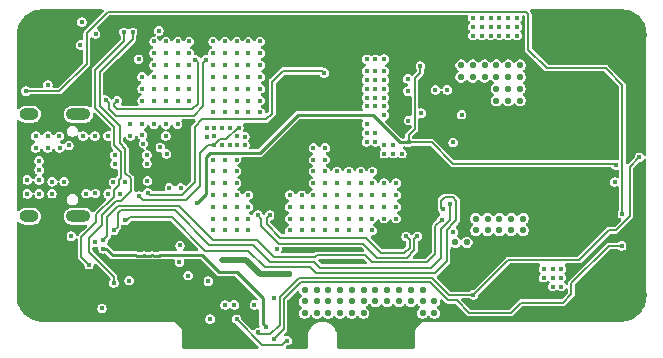
<source format=gbr>
%TF.GenerationSoftware,KiCad,Pcbnew,9.0.2*%
%TF.CreationDate,2026-02-15T12:31:08+01:00*%
%TF.ProjectId,PDNode-PDCard-5031,50444e6f-6465-42d5-9044-436172642d35,1.0.0*%
%TF.SameCoordinates,Original*%
%TF.FileFunction,Copper,L3,Inr*%
%TF.FilePolarity,Positive*%
%FSLAX46Y46*%
G04 Gerber Fmt 4.6, Leading zero omitted, Abs format (unit mm)*
G04 Created by KiCad (PCBNEW 9.0.2) date 2026-02-15 12:31:08*
%MOMM*%
%LPD*%
G01*
G04 APERTURE LIST*
%TA.AperFunction,ComponentPad*%
%ADD10C,0.700000*%
%TD*%
%TA.AperFunction,ComponentPad*%
%ADD11C,4.400000*%
%TD*%
%TA.AperFunction,HeatsinkPad*%
%ADD12C,0.500000*%
%TD*%
%TA.AperFunction,HeatsinkPad*%
%ADD13O,2.100000X1.000000*%
%TD*%
%TA.AperFunction,HeatsinkPad*%
%ADD14O,1.600000X1.000000*%
%TD*%
%TA.AperFunction,ComponentPad*%
%ADD15C,0.600000*%
%TD*%
%TA.AperFunction,ViaPad*%
%ADD16C,0.550000*%
%TD*%
%TA.AperFunction,ViaPad*%
%ADD17C,0.400000*%
%TD*%
%TA.AperFunction,Conductor*%
%ADD18C,0.200000*%
%TD*%
%TA.AperFunction,Conductor*%
%ADD19C,0.150000*%
%TD*%
%TA.AperFunction,Conductor*%
%ADD20C,0.500000*%
%TD*%
%TA.AperFunction,Conductor*%
%ADD21C,0.250000*%
%TD*%
G04 APERTURE END LIST*
D10*
%TO.N,GND*%
%TO.C,H3*%
X51500000Y31375000D03*
X50333274Y31858274D03*
X52666726Y31858274D03*
X49850000Y33025000D03*
D11*
X51500000Y33025000D03*
D10*
X53150000Y33025000D03*
X50333274Y34191726D03*
X52666726Y34191726D03*
X51500000Y34675000D03*
%TD*%
%TO.N,GND*%
%TO.C,H1*%
X2589229Y31371686D03*
X1422503Y31854960D03*
X3755955Y31854960D03*
X939229Y33021686D03*
D11*
X2589229Y33021686D03*
D10*
X4239229Y33021686D03*
X1422503Y34188412D03*
X3755955Y34188412D03*
X2589229Y34671686D03*
%TD*%
D12*
%TO.N,GND*%
%TO.C,IC2*%
X10775000Y16430000D03*
X10775000Y15730000D03*
X10775000Y15030000D03*
X11475000Y16430000D03*
X11475000Y15730000D03*
X11475000Y15030000D03*
X12175000Y16430000D03*
X12175000Y15730000D03*
X12175000Y15030000D03*
%TD*%
D13*
%TO.N,SHIELD*%
%TO.C,J1*%
X5605000Y26345000D03*
D14*
X1425000Y26345000D03*
D13*
X5605000Y17705000D03*
D14*
X1425000Y17705000D03*
%TD*%
D10*
%TO.N,GND*%
%TO.C,H2*%
X2619995Y9367466D03*
X1453269Y9850740D03*
X3786721Y9850740D03*
X969995Y11017466D03*
D11*
X2619995Y11017466D03*
D10*
X4269995Y11017466D03*
X1453269Y12184192D03*
X3786721Y12184192D03*
X2619995Y12667466D03*
%TD*%
D15*
%TO.N,GND*%
%TO.C,IC6*%
X40870000Y11910000D03*
X40870000Y10190000D03*
X41350000Y11050000D03*
X41830000Y11910000D03*
X41830000Y10190000D03*
%TD*%
D10*
%TO.N,GND*%
%TO.C,H4*%
X51500000Y9375000D03*
X50333274Y9858274D03*
X52666726Y9858274D03*
X49850000Y11025000D03*
D11*
X51500000Y11025000D03*
D10*
X53150000Y11025000D03*
X50333274Y12191726D03*
X52666726Y12191726D03*
X51500000Y12675000D03*
%TD*%
D16*
%TO.N,+24V*%
X24750000Y11500000D03*
X41000000Y28500000D03*
X31750000Y11500000D03*
X42250000Y17500000D03*
X39000000Y29500000D03*
X26750000Y9500000D03*
X25800000Y9500000D03*
X43000000Y29500000D03*
X40250000Y17500000D03*
X38000000Y30500000D03*
X42000000Y30500000D03*
X43000000Y30500000D03*
X42000000Y28500000D03*
X42250000Y16500000D03*
X27750000Y10500000D03*
X39250000Y17500000D03*
X37500000Y15500000D03*
X34750000Y10500000D03*
X41000000Y30500000D03*
X29750000Y11500000D03*
X29750000Y10500000D03*
X24750000Y9500000D03*
X43250000Y16500000D03*
X40000000Y30500000D03*
X25800000Y11500000D03*
X40250000Y16500000D03*
X30750000Y10500000D03*
X33750000Y10500000D03*
X27750000Y9500000D03*
X39000000Y30500000D03*
X42000000Y27500000D03*
X29750000Y9500000D03*
X35750000Y9500000D03*
X42000000Y29500000D03*
X34743530Y11500519D03*
X41250000Y16500000D03*
X43250000Y17500000D03*
X33750000Y11500000D03*
X35750000Y10500000D03*
X28750000Y9500000D03*
X40000000Y29500000D03*
X41000000Y29500000D03*
X41250000Y17500000D03*
X25800000Y10500000D03*
X38500000Y15500000D03*
X27750000Y11500000D03*
X34750000Y9500000D03*
X41000000Y27500000D03*
X43000000Y27500000D03*
X38000000Y29500000D03*
X32750000Y11500000D03*
X30750000Y11500000D03*
X32750000Y10500000D03*
X31750000Y10500000D03*
X24750000Y10500000D03*
X26750000Y11500000D03*
X39250000Y16500000D03*
X28750000Y10500000D03*
X28750000Y11500000D03*
X26750000Y10500000D03*
X43000000Y28500000D03*
D17*
%TO.N,GND*%
X32500000Y7500000D03*
X26664831Y31037565D03*
X25150000Y32000000D03*
X28600000Y23050000D03*
X3976821Y25291475D03*
X33400000Y22200000D03*
X23170727Y27504839D03*
X33500000Y8500000D03*
X33500000Y7500000D03*
X31500000Y9500000D03*
X1299809Y18771552D03*
X38100000Y28250000D03*
X13300000Y23700000D03*
X34000000Y22200000D03*
X25900000Y32000000D03*
X35189770Y15731521D03*
X6245000Y18825000D03*
X3950000Y16000000D03*
X28400000Y27950000D03*
X17700000Y8300000D03*
X25914831Y31037565D03*
X32100000Y15350000D03*
X2942044Y26075807D03*
X6801333Y31526681D03*
X1150000Y29250000D03*
X23920727Y28254839D03*
X37050000Y25500000D03*
X31500000Y8500000D03*
X29720000Y23100000D03*
X13500030Y22396439D03*
X1893632Y25291475D03*
X24670727Y28254839D03*
X1750000Y15900000D03*
X45800000Y9400000D03*
X44075000Y9445000D03*
X26446282Y13891533D03*
X27350000Y26800000D03*
X3360295Y18797270D03*
X27508860Y13869045D03*
X23170727Y26754839D03*
X34000000Y21600000D03*
X26650000Y32000000D03*
X10100000Y22500000D03*
X2299809Y18771552D03*
X30500000Y8500000D03*
X24900000Y34100000D03*
D16*
X47548253Y31945453D03*
D17*
X7600000Y10880000D03*
X23920727Y26754839D03*
X32500000Y9500000D03*
X37595000Y9800000D03*
X10900000Y10500000D03*
X5962500Y28700000D03*
X5974417Y29331608D03*
X32800000Y21600000D03*
X2893632Y25291475D03*
X53050000Y24450000D03*
X28548949Y13885911D03*
X8107924Y23250000D03*
X9900000Y10500000D03*
X11900488Y24172531D03*
X25164831Y31037565D03*
X5553226Y31174363D03*
X34614654Y28074701D03*
X32800000Y22200000D03*
X35250000Y27400000D03*
X11464007Y21422760D03*
X25250000Y14850000D03*
X6998867Y18804394D03*
X30500000Y7500000D03*
X33399260Y21614526D03*
X32500000Y8500000D03*
X23170727Y28254839D03*
X15579447Y10416321D03*
X34600000Y21600000D03*
X39450000Y26700000D03*
X9650000Y29700000D03*
X31500000Y7500000D03*
X28427075Y24162452D03*
X24670727Y27504839D03*
X33500000Y9500000D03*
X53100000Y23600000D03*
X3931534Y26070185D03*
X7028734Y25291475D03*
X32850000Y27450000D03*
X6028734Y25291475D03*
X29605904Y13880289D03*
X34682119Y28766220D03*
X5962499Y28044559D03*
X42850000Y9450000D03*
X36448237Y25473991D03*
X23920727Y27504839D03*
X7157418Y26041983D03*
X34600000Y22200000D03*
X52450000Y29350000D03*
X28400000Y25000000D03*
X8097331Y21646766D03*
X28400000Y25700000D03*
X13400000Y34100000D03*
X52950000Y21250000D03*
%TO.N,+24V_FILTERED*%
X30750000Y30000000D03*
X39750000Y34500000D03*
X31500000Y28500000D03*
X30750000Y29250000D03*
X42750000Y33000000D03*
X30000000Y28500000D03*
X40500000Y33000000D03*
X31500000Y23000000D03*
X42750000Y33750000D03*
X40500000Y34500000D03*
X33000000Y23000000D03*
X30000000Y29250000D03*
X39000000Y34500000D03*
X31500000Y31000000D03*
X42750000Y34500000D03*
X30750000Y27750000D03*
X42000000Y34500000D03*
X39750000Y33750000D03*
X32250000Y23000000D03*
X30750000Y31000000D03*
X31500000Y29250000D03*
X30750000Y24750000D03*
X30000000Y31000000D03*
X31500000Y23750000D03*
X30000000Y25500000D03*
X30000000Y27750000D03*
X42000000Y33000000D03*
X31500000Y27750000D03*
X31500000Y26250000D03*
X39000000Y33000000D03*
X39000000Y33750000D03*
X30750000Y28500000D03*
X42000000Y33750000D03*
X40500000Y33750000D03*
X31500000Y27000000D03*
X41250000Y33000000D03*
X30750000Y24000000D03*
X31500000Y30000000D03*
X30000000Y30000000D03*
X39750000Y33000000D03*
X30000000Y24750000D03*
X41250000Y34500000D03*
X30000000Y27000000D03*
X32250000Y23750000D03*
X30000000Y24000000D03*
X41250000Y33750000D03*
X30750000Y27000000D03*
%TO.N,+3.54V*%
X38050000Y26300000D03*
X37350000Y16390000D03*
X33500000Y29350000D03*
X37325000Y23950000D03*
%TO.N,+3.3V*%
X18796603Y10202332D03*
X22150000Y10750000D03*
X45750000Y12500000D03*
X46495558Y11751589D03*
X45000000Y13250000D03*
X5900000Y34150000D03*
X18028611Y10191739D03*
X7600000Y9900000D03*
X45750000Y11750000D03*
X45750000Y13250000D03*
X46500000Y13250000D03*
X46495558Y12505736D03*
X10700000Y31000000D03*
X45000000Y12500000D03*
X16600000Y12200000D03*
X51000000Y20600000D03*
X12420000Y33400000D03*
%TO.N,/Project Architecture/Adjustable 5A Buck Converter/PMIC_VOUT*%
X29500000Y20500000D03*
X30500000Y19500000D03*
X28500000Y20500000D03*
X30500000Y18500000D03*
X30500000Y16500000D03*
X32500000Y17500000D03*
X24500000Y16500000D03*
X26500000Y18500000D03*
X26500000Y17500000D03*
X23500000Y17500000D03*
X29500000Y19500000D03*
X27500000Y16500000D03*
X35829617Y28412824D03*
X28500000Y16500000D03*
X25500000Y21500000D03*
X23500000Y19500000D03*
X29500000Y21500000D03*
X26500000Y23500000D03*
X30500000Y21500000D03*
X25500000Y16500000D03*
X29500000Y17500000D03*
X32500000Y20500000D03*
X27500000Y20500000D03*
X26500000Y22500000D03*
X26500000Y21500000D03*
X28500000Y21500000D03*
X32500000Y18500000D03*
X27500000Y17500000D03*
X25500000Y20500000D03*
X29500000Y18500000D03*
X21800000Y17800000D03*
X29500000Y16500000D03*
X27500000Y18500000D03*
X24500000Y19500000D03*
X25500000Y18500000D03*
X26500000Y16500000D03*
X31500000Y17500000D03*
X31500000Y18500000D03*
X28500000Y17500000D03*
X23500000Y18500000D03*
X24500000Y18500000D03*
X25500000Y19500000D03*
X27500000Y21500000D03*
X23500000Y16500000D03*
X32500000Y19500000D03*
X26500000Y20500000D03*
X31500000Y19500000D03*
X30500000Y20500000D03*
X30500000Y17500000D03*
X24500000Y17500000D03*
X26500000Y19500000D03*
X28500000Y19500000D03*
X31500000Y20500000D03*
X25500000Y17500000D03*
X28500000Y18500000D03*
X25500000Y22500000D03*
X27500000Y19500000D03*
X25500000Y23500000D03*
X33350000Y16000000D03*
%TO.N,SHIELD*%
X3005622Y28794977D03*
%TO.N,+5V*%
X17750000Y14000000D03*
D16*
X23463944Y12800000D03*
D17*
X19250000Y14000000D03*
X18500000Y14000000D03*
%TO.N,+5VA*%
X34614654Y26425945D03*
%TO.N,Net-(IC3-A0)*%
X5775000Y32210000D03*
%TO.N,Net-(IC3-A1)*%
X7050000Y33150000D03*
%TO.N,/Project Architecture/USB-PD Source Controller/VDD_PD*%
X9900000Y12260000D03*
%TO.N,/Project Architecture/USB-PD Source Controller/USB_D+*%
X8701132Y22130513D03*
X13065717Y22982585D03*
X2286758Y21631720D03*
X11410707Y22159239D03*
%TO.N,PGOOD_3V3*%
X39031491Y11045295D03*
X53100000Y22700000D03*
X20840892Y7873036D03*
%TO.N,Net-(JP1-C)*%
X16750000Y9000000D03*
%TO.N,/Project Architecture/USB-PD Source Controller/USB_D-*%
X8690539Y22857898D03*
X11386758Y22888282D03*
X2265572Y22389119D03*
X12532536Y23536952D03*
%TO.N,/Project Architecture/USB-PD Source Controller/CC2*%
X11446401Y20699596D03*
X14250022Y20107490D03*
%TO.N,/Project Architecture/USB-PD Source Controller/CC1*%
X11100000Y23850000D03*
X13300000Y20120000D03*
%TO.N,/Project Architecture/USB-PD Source Controller/VBUS_MEA*%
X21000000Y29500000D03*
X18000000Y31500000D03*
X20000000Y30500000D03*
X21000000Y32500000D03*
X18000000Y29500000D03*
X18000000Y32500000D03*
X7900000Y27550000D03*
X16392496Y30961700D03*
X7000000Y15500000D03*
X18000000Y30500000D03*
X19000000Y27500000D03*
X20998463Y30488307D03*
X19000000Y26500000D03*
X17000000Y29500000D03*
X17000000Y28500000D03*
X20000000Y28500000D03*
X19000000Y30500000D03*
X20000000Y31500000D03*
X21000000Y28500000D03*
X18000000Y26500000D03*
X21000000Y27500000D03*
X18000000Y28500000D03*
X20000000Y32500000D03*
X19000000Y31500000D03*
X21000000Y31500000D03*
X19000000Y28500000D03*
X17000000Y27500000D03*
X17000000Y31500000D03*
X21000000Y26500000D03*
X17000000Y30500000D03*
X17000000Y26500000D03*
X19000000Y29500000D03*
X20000000Y26500000D03*
X19000000Y32500000D03*
X17000000Y32500000D03*
X20000000Y29500000D03*
X20000000Y27500000D03*
X18000000Y27500000D03*
%TO.N,/Project Architecture/USB-PD Source Controller/DISCHRG*%
X26400000Y29850000D03*
X11475000Y19675000D03*
%TO.N,/Project Architecture/Adjustable 5A Buck Converter/PD_SCL*%
X37025000Y18735000D03*
X8614870Y16524871D03*
%TO.N,/Project Architecture/Adjustable 5A Buck Converter/PD_ADD*%
X33500000Y28300000D03*
X33536657Y25800000D03*
%TO.N,/Project Architecture/Adjustable 5A Buck Converter/PMIC_ENABLE*%
X51100000Y22044243D03*
X34550000Y30410000D03*
X20500000Y10200000D03*
X33550000Y23950000D03*
X15650000Y18800000D03*
%TO.N,/Project Architecture/Adjustable 5A Buck Converter/PD_SDA*%
X36481812Y18278189D03*
X9548231Y17370563D03*
%TO.N,/Project Architecture/Adjustable 5A Buck Converter/PD_ALT*%
X36350000Y17410000D03*
X7700000Y15700000D03*
%TO.N,/Project Architecture/USB-PD Source Controller/VDRV*%
X19200000Y25188223D03*
X10712905Y19397682D03*
X17100000Y23700000D03*
%TO.N,/Project Architecture/USB-PD Source Controller/I2C_SDCL*%
X8600000Y12050000D03*
X10200000Y33275000D03*
%TO.N,/Project Architecture/USB-PD Source Controller/PD_ATTACH*%
X14890000Y12680000D03*
%TO.N,/Project Architecture/USB-PD Source Controller/I2C_SDA*%
X14200000Y15230000D03*
X9450000Y33275000D03*
X6500000Y13600000D03*
%TO.N,/Project Architecture/USB-PD Source Controller/PD_ENABLE*%
X51600000Y15200000D03*
X14150000Y13805000D03*
X22200000Y7325000D03*
%TO.N,/Project Architecture/USB-PD Source Controller/VBUS*%
X14000000Y32500000D03*
X14000000Y31500000D03*
X7048301Y19637709D03*
X2274329Y20782903D03*
X15000000Y28500000D03*
X14000000Y27500000D03*
X13000000Y24500000D03*
X11000000Y27500000D03*
X15000000Y32500000D03*
X9557231Y20574378D03*
X9108429Y19611367D03*
X2273057Y19605652D03*
X14000000Y30500000D03*
X11000000Y29500000D03*
X13000000Y27500000D03*
X13000000Y28500000D03*
X12000000Y31500000D03*
X7000000Y24500000D03*
X15000000Y31500000D03*
X11000000Y25500000D03*
X13000000Y29500000D03*
X2000000Y23500000D03*
X6000000Y24500000D03*
X13000000Y25500000D03*
X15000000Y27500000D03*
X3384110Y20632467D03*
X14000000Y29500000D03*
X1273057Y19605652D03*
X8900000Y27500000D03*
X15510771Y30950000D03*
X11007944Y24597986D03*
X1274329Y20782903D03*
X15000000Y29500000D03*
X2000000Y24500000D03*
X4384110Y20632467D03*
X12000000Y32500000D03*
X13000000Y30500000D03*
X8095575Y24494378D03*
X14000000Y25500000D03*
X4003167Y23498734D03*
X11000000Y28500000D03*
X3368868Y19611685D03*
X12000000Y30500000D03*
X12000000Y28500000D03*
X13000000Y32500000D03*
X3000000Y24500000D03*
X8108429Y19611367D03*
X4000000Y24500000D03*
X13000000Y31500000D03*
X12000000Y29500000D03*
X10000000Y24500000D03*
X12000000Y27500000D03*
X15000000Y30500000D03*
X4800000Y23700000D03*
X10000000Y25500000D03*
X6245000Y19625000D03*
X3003167Y23498734D03*
X8557231Y20574378D03*
X14000000Y28500000D03*
X12000000Y25500000D03*
%TO.N,/Project Architecture/Board Connector and Supplies/PORT_EN*%
X7700000Y14950000D03*
X21496071Y8353930D03*
%TO.N,/Project Architecture/Board Connector and Supplies/VBUS_VMON_PORT0*%
X5000000Y16023250D03*
X19000000Y9000000D03*
X23297751Y7170273D03*
%TO.N,/Project Architecture/Board Connector and Supplies/PMIC_VMON_PORT0*%
X22412847Y14892435D03*
%TO.N,Net-(PMFB1-Pad1)*%
X36822536Y28412858D03*
%TO.N,/Project Architecture/USB-PD Source Controller/V_PMIC_OUT*%
X18000000Y20500000D03*
X18000000Y22500000D03*
X18000000Y16500000D03*
X19000000Y22500000D03*
X20800000Y17800000D03*
X19000000Y20500000D03*
X34300000Y16000000D03*
X17000000Y21500000D03*
X17000000Y19500000D03*
X18000000Y17500000D03*
X20000000Y18500000D03*
X17996071Y18518011D03*
X17000000Y20500000D03*
X19991976Y16522107D03*
X17000000Y17500000D03*
X20000000Y19500000D03*
X19000000Y17500000D03*
X20000000Y17500000D03*
X18000000Y21500000D03*
X17000000Y18500000D03*
X19000000Y21500000D03*
X18000000Y19500000D03*
X19000000Y18500000D03*
X17000000Y16500000D03*
X17000000Y22500000D03*
X19000000Y19500000D03*
X19000000Y16500000D03*
%TO.N,/Project Architecture/USB-PD Source Controller/T3T4DS*%
X19039034Y23713856D03*
X18401620Y23713856D03*
X17753582Y25201157D03*
X17085417Y24509662D03*
X17100000Y25200000D03*
X16500000Y25200000D03*
X17800000Y23697920D03*
X19703239Y23715013D03*
X16478984Y24441571D03*
X19700000Y24446882D03*
X18400000Y25200000D03*
X19049657Y24462818D03*
%TO.N,Net-(D2-Pad2)*%
X51650000Y17900000D03*
X1150000Y28300000D03*
%TD*%
D18*
%TO.N,/Project Architecture/USB-PD Source Controller/V_PMIC_OUT*%
X29710278Y15389722D02*
X30900000Y14200000D01*
X30900000Y14200000D02*
X33400000Y14200000D01*
X34052474Y15752474D02*
X34300000Y16000000D01*
X22558481Y15389722D02*
X29710278Y15389722D01*
X33400000Y14200000D02*
X34052474Y14852474D01*
X21100000Y16848203D02*
X22558481Y15389722D01*
X21100000Y17500000D02*
X21100000Y16848203D01*
X20800000Y17800000D02*
X21100000Y17500000D01*
X34052474Y14852474D02*
X34052474Y15752474D01*
%TO.N,/Project Architecture/Adjustable 5A Buck Converter/PMIC_VOUT*%
X33641470Y15708530D02*
X33350000Y16000000D01*
X33641470Y15041470D02*
X33641470Y15708530D01*
X22702642Y15861991D02*
X29979037Y15861991D01*
X21543747Y17020886D02*
X22702642Y15861991D01*
X33200000Y14600000D02*
X33641470Y15041470D01*
X21543747Y17543747D02*
X21543747Y17020886D01*
X31241028Y14600000D02*
X33200000Y14600000D01*
X29979037Y15861991D02*
X31241028Y14600000D01*
X21800000Y17800000D02*
X21543747Y17543747D01*
%TO.N,/Project Architecture/USB-PD Source Controller/VDRV*%
X15926270Y23026270D02*
X16600000Y23700000D01*
X16600000Y23700000D02*
X17100000Y23700000D01*
X15926270Y20263788D02*
X15926270Y23026270D01*
X14737538Y19075056D02*
X15926270Y20263788D01*
X11074944Y19075056D02*
X14737538Y19075056D01*
X10712905Y19397682D02*
X10752318Y19397682D01*
X10752318Y19397682D02*
X11074944Y19075056D01*
%TO.N,/Project Architecture/USB-PD Source Controller/DISCHRG*%
X26250000Y30000000D02*
X26400000Y29850000D01*
X22900000Y30000000D02*
X26250000Y30000000D01*
X22000000Y29100000D02*
X22900000Y30000000D01*
X22000000Y26400000D02*
X22000000Y29100000D01*
X16100000Y25900000D02*
X21500000Y25900000D01*
X15480048Y25280048D02*
X16100000Y25900000D01*
X21500000Y25900000D02*
X22000000Y26400000D01*
X14400000Y19500000D02*
X15480048Y20580048D01*
X11650000Y19500000D02*
X14400000Y19500000D01*
X15480048Y20580048D02*
X15480048Y25280048D01*
X11475000Y19675000D02*
X11650000Y19500000D01*
D19*
%TO.N,/Project Architecture/USB-PD Source Controller/I2C_SDA*%
X5844300Y14255700D02*
X6500000Y13600000D01*
X5844300Y15944300D02*
X5844300Y14255700D01*
X7100000Y17200000D02*
X5844300Y15944300D01*
X7100000Y17867978D02*
X7100000Y17200000D01*
X8595851Y19363829D02*
X7100000Y17867978D01*
X8595851Y19909096D02*
X8595851Y19363829D01*
X9041871Y20355116D02*
X8595851Y19909096D01*
X9041871Y20809473D02*
X9041871Y20355116D01*
X9207220Y20974822D02*
X9041871Y20809473D01*
X7000000Y26900851D02*
X8626623Y25274228D01*
X8626623Y25274228D02*
X8626623Y23699864D01*
X7000000Y30101914D02*
X7000000Y26900851D01*
X9450000Y32551914D02*
X7000000Y30101914D01*
X8626623Y23699864D02*
X9207220Y23119267D01*
X9207220Y23119267D02*
X9207220Y20974822D01*
X9450000Y33275000D02*
X9450000Y32551914D01*
%TO.N,/Project Architecture/USB-PD Source Controller/I2C_SDCL*%
X8600000Y12600000D02*
X8600000Y12050000D01*
X6515091Y14684909D02*
X8600000Y12600000D01*
X6515091Y15900657D02*
X6515091Y14684909D01*
X7600022Y16985588D02*
X6515091Y15900657D01*
X7600022Y17813869D02*
X7600022Y16985588D01*
X8786153Y19000000D02*
X7600022Y17813869D01*
X9245951Y19000000D02*
X8786153Y19000000D01*
X10065094Y19819143D02*
X9245951Y19000000D01*
X10065094Y20919276D02*
X10065094Y19819143D01*
X9104926Y23874316D02*
X9577396Y23401846D01*
X9577396Y21406974D02*
X10065094Y20919276D01*
X9104926Y25323207D02*
X9104926Y23874316D01*
X7400000Y29905971D02*
X7400000Y27028133D01*
X7400000Y27028133D02*
X9104926Y25323207D01*
X9577396Y23401846D02*
X9577396Y21406974D01*
X10200000Y32705971D02*
X7400000Y29905971D01*
X10200000Y33275000D02*
X10200000Y32705971D01*
D18*
%TO.N,/Project Architecture/Adjustable 5A Buck Converter/PD_ALT*%
X8049160Y16049160D02*
X7700000Y15700000D01*
X8049160Y17679710D02*
X8049160Y16049160D01*
X8969450Y18600000D02*
X8049160Y17679710D01*
X17000000Y15700000D02*
X14100000Y18600000D01*
X20700000Y15700000D02*
X17000000Y15700000D01*
X22140147Y14259853D02*
X20700000Y15700000D01*
X25666793Y14259853D02*
X22140147Y14259853D01*
X27196783Y14403217D02*
X25810157Y14403217D01*
X29884531Y14400000D02*
X27200000Y14400000D01*
X35100000Y13800000D02*
X30484531Y13800000D01*
X25810157Y14403217D02*
X25666793Y14259853D01*
X35825000Y14525000D02*
X35100000Y13800000D01*
X27200000Y14400000D02*
X27196783Y14403217D01*
X35825000Y16885000D02*
X35825000Y14525000D01*
X30484531Y13800000D02*
X29884531Y14400000D01*
X36350000Y17410000D02*
X35825000Y16885000D01*
X14100000Y18600000D02*
X8969450Y18600000D01*
%TO.N,/Project Architecture/Adjustable 5A Buck Converter/PD_SCL*%
X37025000Y17350716D02*
X37025000Y18735000D01*
X36300000Y16625716D02*
X37025000Y17350716D01*
X36300000Y14200000D02*
X36300000Y16625716D01*
X35449000Y13349000D02*
X36300000Y14200000D01*
X26051000Y13349000D02*
X35449000Y13349000D01*
X25544938Y13855062D02*
X26051000Y13349000D01*
X21844938Y13855062D02*
X25544938Y13855062D01*
X20400000Y15300000D02*
X21844938Y13855062D01*
X9170245Y18200000D02*
X13800000Y18200000D01*
X8924104Y17953859D02*
X9170245Y18200000D01*
X16700000Y15300000D02*
X20400000Y15300000D01*
X8614870Y16524871D02*
X8924104Y16834104D01*
X13800000Y18200000D02*
X16700000Y15300000D01*
X8924104Y16834104D02*
X8924104Y17953859D01*
%TO.N,/Project Architecture/Adjustable 5A Buck Converter/PD_SDA*%
X36325000Y19025000D02*
X36325000Y18435001D01*
X36600000Y19300000D02*
X36325000Y19025000D01*
X37300000Y19300000D02*
X36600000Y19300000D01*
X37600000Y19000000D02*
X37300000Y19300000D01*
X37600000Y17414105D02*
X37600000Y19000000D01*
X37426000Y17240105D02*
X37600000Y17414105D01*
X37426000Y17184616D02*
X37426000Y17240105D01*
X36800000Y16558616D02*
X37426000Y17184616D01*
X36800000Y13900000D02*
X36800000Y16558616D01*
X35800000Y12900000D02*
X36800000Y13900000D01*
X25700000Y12900000D02*
X35800000Y12900000D01*
X25200000Y13400000D02*
X25700000Y12900000D01*
X21400000Y13400000D02*
X25200000Y13400000D01*
X9740718Y17370563D02*
X9970155Y17600000D01*
X9548231Y17370563D02*
X9740718Y17370563D01*
X13500000Y17600000D02*
X16300000Y14800000D01*
X9970155Y17600000D02*
X13500000Y17600000D01*
X36325000Y18435001D02*
X36481812Y18278189D01*
X16300000Y14800000D02*
X20000000Y14800000D01*
X20000000Y14800000D02*
X21400000Y13400000D01*
%TO.N,/Project Architecture/USB-PD Source Controller/VBUS_MEA*%
X7950000Y27550000D02*
X7900000Y27550000D01*
X8175022Y27324978D02*
X7950000Y27550000D01*
X8767476Y26232524D02*
X8175022Y26824978D01*
X15374194Y26232524D02*
X8767476Y26232524D01*
X16151000Y30677929D02*
X16151000Y27009330D01*
X16151000Y27009330D02*
X15374194Y26232524D01*
X8175022Y26824978D02*
X8175022Y27324978D01*
X16392496Y30919425D02*
X16151000Y30677929D01*
X16392496Y30961700D02*
X16392496Y30919425D01*
%TO.N,/Project Architecture/USB-PD Source Controller/VBUS*%
X15257490Y26757490D02*
X15690631Y27190631D01*
X15690631Y27190631D02*
X15690631Y30770140D01*
X8896388Y26757490D02*
X15257490Y26757490D01*
X8633881Y27019997D02*
X8896388Y26757490D01*
X8633881Y27233881D02*
X8633881Y27019997D01*
X8900000Y27500000D02*
X8633881Y27233881D01*
X15690631Y30770140D02*
X15510771Y30950000D01*
D19*
%TO.N,PGOOD_3V3*%
X20840892Y7759108D02*
X20840892Y7873036D01*
X21842876Y7700000D02*
X20900000Y7700000D01*
X20900000Y7700000D02*
X20840892Y7759108D01*
X24265243Y12516859D02*
X22650000Y10901616D01*
X35517027Y12516859D02*
X24265243Y12516859D01*
X22650000Y10901616D02*
X22650000Y8507124D01*
X22650000Y8507124D02*
X21842876Y7700000D01*
X39031491Y11045295D02*
X36988591Y11045295D01*
X36988591Y11045295D02*
X35517027Y12516859D01*
%TO.N,/Project Architecture/USB-PD Source Controller/PD_ENABLE*%
X50500000Y15200000D02*
X51600000Y15200000D01*
X47350000Y12050000D02*
X50500000Y15200000D01*
X47350000Y11100000D02*
X47350000Y12050000D01*
X46650000Y10400000D02*
X47350000Y11100000D01*
X43096173Y10400000D02*
X46650000Y10400000D01*
X42196173Y9500000D02*
X43096173Y10400000D01*
X37619204Y10591981D02*
X38711185Y9500000D01*
X23000000Y10674322D02*
X24431313Y12105635D01*
X24431313Y12105635D02*
X35377036Y12105635D01*
X23000000Y8125000D02*
X23000000Y10674322D01*
X35377036Y12105635D02*
X36890690Y10591981D01*
X36890690Y10591981D02*
X37619204Y10591981D01*
X22200000Y7325000D02*
X23000000Y8125000D01*
X38711185Y9500000D02*
X42196173Y9500000D01*
D20*
%TO.N,+5V*%
X19800000Y14000000D02*
X17750000Y14000000D01*
X23463944Y12800000D02*
X21000000Y12800000D01*
X21000000Y12800000D02*
X19800000Y14000000D01*
D19*
%TO.N,PGOOD_3V3*%
X52300000Y21900000D02*
X53100000Y22700000D01*
X50500000Y16500000D02*
X51100000Y16500000D01*
X42000000Y14000000D02*
X48000000Y14000000D01*
X48000000Y14000000D02*
X50500000Y16500000D01*
X51100000Y16500000D02*
X52300000Y17700000D01*
X39045295Y11045295D02*
X42000000Y14000000D01*
X52300000Y17700000D02*
X52300000Y21900000D01*
X39031491Y11045295D02*
X39045295Y11045295D01*
D21*
%TO.N,/Project Architecture/Adjustable 5A Buck Converter/PMIC_ENABLE*%
X16759400Y23059400D02*
X20959400Y23059400D01*
X24159400Y26259400D02*
X30541199Y26259400D01*
D19*
X34100000Y25100000D02*
X33550000Y24550000D01*
X50994243Y22150000D02*
X37350000Y22150000D01*
X35550000Y23950000D02*
X33550000Y23950000D01*
D21*
X32850599Y23950000D02*
X33550000Y23950000D01*
X20959400Y23059400D02*
X24159400Y26259400D01*
X16400000Y22700000D02*
X16759400Y23059400D01*
D19*
X37350000Y22150000D02*
X35550000Y23950000D01*
D21*
X15650000Y18800000D02*
X16400000Y19550000D01*
D19*
X33550000Y24550000D02*
X33550000Y23950000D01*
X51100000Y22044243D02*
X50994243Y22150000D01*
X34100000Y29400000D02*
X34100000Y25100000D01*
X34550000Y29850000D02*
X34100000Y29400000D01*
D21*
X30541199Y26259400D02*
X32850599Y23950000D01*
D19*
X34550000Y30410000D02*
X34550000Y29850000D01*
D21*
X16400000Y19550000D02*
X16400000Y22700000D01*
D19*
%TO.N,/Project Architecture/USB-PD Source Controller/VDRV*%
X18113949Y24225271D02*
X17625271Y24225271D01*
X19200000Y25188223D02*
X19076901Y25188223D01*
X17625271Y24225271D02*
X17100000Y23700000D01*
X19076901Y25188223D02*
X18113949Y24225271D01*
D21*
%TO.N,/Project Architecture/Board Connector and Supplies/PORT_EN*%
X21200000Y8650000D02*
X21200000Y10800000D01*
X12472725Y14400000D02*
X12446725Y14374000D01*
X8500000Y14400000D02*
X7950000Y14950000D01*
X19000000Y13000000D02*
X17500000Y13000000D01*
X11746725Y14374000D02*
X11203275Y14374000D01*
X17500000Y13000000D02*
X16100000Y14400000D01*
X21496071Y8353930D02*
X21200000Y8650000D01*
X11903275Y14374000D02*
X11877275Y14400000D01*
X11072725Y14400000D02*
X11046725Y14374000D01*
X11203275Y14374000D02*
X11177275Y14400000D01*
X7950000Y14950000D02*
X7700000Y14950000D01*
X11772725Y14400000D02*
X11746725Y14374000D01*
X10503275Y14374000D02*
X10477275Y14400000D01*
X11177275Y14400000D02*
X11072725Y14400000D01*
X10477275Y14400000D02*
X8500000Y14400000D01*
X11046725Y14374000D02*
X10503275Y14374000D01*
X11877275Y14400000D02*
X11772725Y14400000D01*
X12446725Y14374000D02*
X11903275Y14374000D01*
X16100000Y14400000D02*
X12472725Y14400000D01*
X21200000Y10800000D02*
X19000000Y13000000D01*
D18*
%TO.N,/Project Architecture/Board Connector and Supplies/VBUS_VMON_PORT0*%
X21151731Y6810458D02*
X19000000Y8962189D01*
X23297751Y7170273D02*
X23195273Y7170273D01*
X22835458Y6810458D02*
X21151731Y6810458D01*
X23195273Y7170273D02*
X22835458Y6810458D01*
X19000000Y8962189D02*
X19000000Y9000000D01*
D19*
%TO.N,Net-(D2-Pad2)*%
X6297652Y30597652D02*
X6297652Y33210095D01*
X1150000Y28300000D02*
X4000000Y28300000D01*
X43500000Y35000000D02*
X43700000Y34800000D01*
X45250000Y30250000D02*
X50250000Y30250000D01*
X4000000Y28300000D02*
X6297652Y30597652D01*
X8087557Y35000000D02*
X43500000Y35000000D01*
X51650000Y28850000D02*
X51650000Y17900000D01*
X43700000Y31800000D02*
X45250000Y30250000D01*
X43700000Y34800000D02*
X43700000Y31800000D01*
X50250000Y30250000D02*
X51650000Y28850000D01*
X6297652Y33210095D02*
X8087557Y35000000D01*
%TD*%
%TA.AperFunction,Conductor*%
%TO.N,GND*%
G36*
X7685592Y35204815D02*
G01*
X7731347Y35152011D01*
X7741291Y35082853D01*
X7712266Y35019297D01*
X7706234Y35012819D01*
X6074637Y33381223D01*
X6074635Y33381221D01*
X6037945Y33317670D01*
X6037945Y33317669D01*
X6018952Y33246787D01*
X6018952Y33246785D01*
X6018952Y32724174D01*
X5999267Y32657135D01*
X5946463Y32611380D01*
X5877305Y32601436D01*
X5862866Y32604398D01*
X5828148Y32613700D01*
X5721852Y32613700D01*
X5619177Y32586189D01*
X5619175Y32586188D01*
X5619174Y32586188D01*
X5527125Y32533043D01*
X5527119Y32533039D01*
X5451961Y32457881D01*
X5451957Y32457875D01*
X5398812Y32365826D01*
X5398812Y32365825D01*
X5398811Y32365823D01*
X5371300Y32263148D01*
X5371300Y32156852D01*
X5398811Y32054177D01*
X5451959Y31962122D01*
X5527122Y31886959D01*
X5619177Y31833811D01*
X5721852Y31806300D01*
X5721854Y31806300D01*
X5828146Y31806300D01*
X5828148Y31806300D01*
X5862860Y31815601D01*
X5932709Y31813938D01*
X5990571Y31774775D01*
X6018075Y31710547D01*
X6018952Y31695826D01*
X6018952Y30764455D01*
X5999267Y30697416D01*
X5982633Y30676774D01*
X3920878Y28615019D01*
X3859555Y28581534D01*
X3833197Y28578700D01*
X3527211Y28578700D01*
X3460172Y28598385D01*
X3414417Y28651189D01*
X3404473Y28720347D01*
X3407435Y28734788D01*
X3409322Y28741829D01*
X3409322Y28848125D01*
X3381811Y28950800D01*
X3328663Y29042855D01*
X3253500Y29118018D01*
X3161445Y29171166D01*
X3058770Y29198677D01*
X2952474Y29198677D01*
X2849799Y29171166D01*
X2849797Y29171165D01*
X2849796Y29171165D01*
X2757747Y29118020D01*
X2757741Y29118016D01*
X2682583Y29042858D01*
X2682579Y29042852D01*
X2629434Y28950803D01*
X2629434Y28950802D01*
X2629433Y28950800D01*
X2601922Y28848125D01*
X2601922Y28741829D01*
X2603806Y28734795D01*
X2602146Y28664946D01*
X2562984Y28607083D01*
X2498757Y28579577D01*
X2484033Y28578700D01*
X1493581Y28578700D01*
X1426542Y28598385D01*
X1405900Y28615019D01*
X1397880Y28623039D01*
X1397878Y28623041D01*
X1332583Y28660739D01*
X1305825Y28676188D01*
X1305824Y28676189D01*
X1305823Y28676189D01*
X1203148Y28703700D01*
X1096852Y28703700D01*
X994177Y28676189D01*
X994175Y28676188D01*
X994174Y28676188D01*
X902125Y28623043D01*
X902119Y28623039D01*
X826961Y28547881D01*
X826957Y28547875D01*
X773812Y28455826D01*
X773812Y28455825D01*
X773811Y28455823D01*
X746300Y28353148D01*
X746300Y28246852D01*
X773811Y28144177D01*
X773812Y28144176D01*
X773812Y28144175D01*
X789533Y28116946D01*
X826959Y28052122D01*
X902122Y27976959D01*
X994177Y27923811D01*
X1096852Y27896300D01*
X1096854Y27896300D01*
X1203146Y27896300D01*
X1203148Y27896300D01*
X1305823Y27923811D01*
X1397878Y27976959D01*
X1405900Y27984981D01*
X1467223Y28018466D01*
X1493581Y28021300D01*
X4036689Y28021300D01*
X4036692Y28021300D01*
X4107574Y28040293D01*
X4130796Y28053700D01*
X4171126Y28076984D01*
X4223016Y28128874D01*
X4223016Y28128876D01*
X4233220Y28139079D01*
X4233224Y28139084D01*
X6458568Y30364428D01*
X6458573Y30364432D01*
X6468776Y30374636D01*
X6468778Y30374636D01*
X6520668Y30426526D01*
X6557359Y30490078D01*
X6564727Y30517574D01*
X6576353Y30560960D01*
X6576353Y30634344D01*
X6576352Y30634348D01*
X6576352Y32753367D01*
X6596037Y32820406D01*
X6648841Y32866161D01*
X6717999Y32876105D01*
X6781555Y32847080D01*
X6788033Y32841048D01*
X6802122Y32826959D01*
X6894177Y32773811D01*
X6996852Y32746300D01*
X6996854Y32746300D01*
X7103146Y32746300D01*
X7103148Y32746300D01*
X7205823Y32773811D01*
X7297878Y32826959D01*
X7373041Y32902122D01*
X7426189Y32994177D01*
X7453700Y33096852D01*
X7453700Y33203148D01*
X7426189Y33305823D01*
X7373041Y33397878D01*
X7297878Y33473041D01*
X7220284Y33517840D01*
X7172070Y33568406D01*
X7158846Y33637013D01*
X7184814Y33701877D01*
X7194596Y33712899D01*
X8166679Y34684981D01*
X8228002Y34718466D01*
X8254360Y34721300D01*
X38479757Y34721300D01*
X38546796Y34701615D01*
X38592551Y34648811D01*
X38602495Y34579653D01*
X38599533Y34565215D01*
X38596300Y34553148D01*
X38596300Y34446852D01*
X38623811Y34344177D01*
X38676959Y34252122D01*
X38676961Y34252120D01*
X38716400Y34212681D01*
X38749885Y34151358D01*
X38744901Y34081666D01*
X38716400Y34037319D01*
X38676961Y33997881D01*
X38676957Y33997875D01*
X38623812Y33905826D01*
X38623812Y33905825D01*
X38623811Y33905823D01*
X38596300Y33803148D01*
X38596300Y33696852D01*
X38623811Y33594177D01*
X38676959Y33502122D01*
X38676961Y33502120D01*
X38716400Y33462681D01*
X38749885Y33401358D01*
X38744901Y33331666D01*
X38716400Y33287319D01*
X38676961Y33247881D01*
X38676957Y33247875D01*
X38623812Y33155826D01*
X38623812Y33155825D01*
X38623811Y33155823D01*
X38596300Y33053148D01*
X38596300Y32946852D01*
X38623811Y32844177D01*
X38623812Y32844176D01*
X38623812Y32844175D01*
X38633750Y32826962D01*
X38676959Y32752122D01*
X38752122Y32676959D01*
X38844177Y32623811D01*
X38946852Y32596300D01*
X38946854Y32596300D01*
X39053146Y32596300D01*
X39053148Y32596300D01*
X39155823Y32623811D01*
X39247878Y32676959D01*
X39287319Y32716400D01*
X39348642Y32749885D01*
X39418334Y32744901D01*
X39462681Y32716400D01*
X39502122Y32676959D01*
X39594177Y32623811D01*
X39696852Y32596300D01*
X39696854Y32596300D01*
X39803146Y32596300D01*
X39803148Y32596300D01*
X39905823Y32623811D01*
X39997878Y32676959D01*
X40037319Y32716400D01*
X40098642Y32749885D01*
X40168334Y32744901D01*
X40212681Y32716400D01*
X40252122Y32676959D01*
X40344177Y32623811D01*
X40446852Y32596300D01*
X40446854Y32596300D01*
X40553146Y32596300D01*
X40553148Y32596300D01*
X40655823Y32623811D01*
X40747878Y32676959D01*
X40787319Y32716400D01*
X40848642Y32749885D01*
X40918334Y32744901D01*
X40962681Y32716400D01*
X41002122Y32676959D01*
X41094177Y32623811D01*
X41196852Y32596300D01*
X41196854Y32596300D01*
X41303146Y32596300D01*
X41303148Y32596300D01*
X41405823Y32623811D01*
X41497878Y32676959D01*
X41537319Y32716400D01*
X41598642Y32749885D01*
X41668334Y32744901D01*
X41712681Y32716400D01*
X41752122Y32676959D01*
X41844177Y32623811D01*
X41946852Y32596300D01*
X41946854Y32596300D01*
X42053146Y32596300D01*
X42053148Y32596300D01*
X42155823Y32623811D01*
X42247878Y32676959D01*
X42287319Y32716400D01*
X42348642Y32749885D01*
X42418334Y32744901D01*
X42462681Y32716400D01*
X42502122Y32676959D01*
X42594177Y32623811D01*
X42696852Y32596300D01*
X42696854Y32596300D01*
X42803146Y32596300D01*
X42803148Y32596300D01*
X42905823Y32623811D01*
X42997878Y32676959D01*
X43073041Y32752122D01*
X43126189Y32844177D01*
X43153700Y32946852D01*
X43153700Y33053148D01*
X43126189Y33155823D01*
X43073041Y33247878D01*
X43033600Y33287319D01*
X43000115Y33348642D01*
X43005099Y33418334D01*
X43033600Y33462681D01*
X43043962Y33473043D01*
X43073041Y33502122D01*
X43126189Y33594177D01*
X43153700Y33696852D01*
X43153700Y33803148D01*
X43126189Y33905823D01*
X43073041Y33997878D01*
X43033600Y34037319D01*
X43000115Y34098642D01*
X43005099Y34168334D01*
X43033600Y34212681D01*
X43073041Y34252122D01*
X43126189Y34344177D01*
X43153700Y34446852D01*
X43153700Y34553148D01*
X43150469Y34565207D01*
X43152130Y34635054D01*
X43191292Y34692917D01*
X43255520Y34720423D01*
X43270243Y34721300D01*
X43297300Y34721300D01*
X43364339Y34701615D01*
X43410094Y34648811D01*
X43421300Y34597300D01*
X43421300Y31763308D01*
X43439382Y31695826D01*
X43440293Y31692426D01*
X43476983Y31628875D01*
X43535939Y31569919D01*
X43535944Y31569915D01*
X45078874Y30026984D01*
X45142426Y29990293D01*
X45213308Y29971300D01*
X45286692Y29971300D01*
X50083197Y29971300D01*
X50150236Y29951615D01*
X50170878Y29934981D01*
X51334981Y28770878D01*
X51368466Y28709555D01*
X51371300Y28683197D01*
X51371300Y22551090D01*
X51351615Y22484051D01*
X51298811Y22438296D01*
X51229653Y22428352D01*
X51215208Y22431315D01*
X51153149Y22447943D01*
X51153148Y22447943D01*
X51046852Y22447943D01*
X51046850Y22447943D01*
X50990802Y22432925D01*
X50958710Y22428700D01*
X37516804Y22428700D01*
X37449765Y22448385D01*
X37429123Y22465019D01*
X36713201Y23180941D01*
X35890993Y24003148D01*
X36921300Y24003148D01*
X36921300Y23896852D01*
X36948811Y23794177D01*
X36948812Y23794176D01*
X36948812Y23794175D01*
X36966527Y23763492D01*
X37001959Y23702122D01*
X37077122Y23626959D01*
X37169177Y23573811D01*
X37271852Y23546300D01*
X37271854Y23546300D01*
X37378146Y23546300D01*
X37378148Y23546300D01*
X37480823Y23573811D01*
X37572878Y23626959D01*
X37648041Y23702122D01*
X37701189Y23794177D01*
X37728700Y23896852D01*
X37728700Y24003148D01*
X37701189Y24105823D01*
X37648041Y24197878D01*
X37572878Y24273041D01*
X37488950Y24321497D01*
X37480825Y24326188D01*
X37480824Y24326189D01*
X37480823Y24326189D01*
X37378148Y24353700D01*
X37271852Y24353700D01*
X37169177Y24326189D01*
X37169175Y24326188D01*
X37169174Y24326188D01*
X37077125Y24273043D01*
X37077119Y24273039D01*
X37001961Y24197881D01*
X37001957Y24197875D01*
X36948812Y24105826D01*
X36948812Y24105825D01*
X36948811Y24105823D01*
X36921300Y24003148D01*
X35890993Y24003148D01*
X35780085Y24114056D01*
X35780084Y24114058D01*
X35721125Y24173017D01*
X35657574Y24209707D01*
X35657575Y24209707D01*
X35638044Y24214940D01*
X35586692Y24228700D01*
X35586689Y24228700D01*
X33952700Y24228700D01*
X33944014Y24231251D01*
X33935053Y24229962D01*
X33911012Y24240941D01*
X33885661Y24248385D01*
X33879733Y24255226D01*
X33871497Y24258987D01*
X33857207Y24281222D01*
X33839906Y24301189D01*
X33837618Y24311704D01*
X33833723Y24317765D01*
X33828700Y24352700D01*
X33828700Y24383198D01*
X33848385Y24450237D01*
X33865015Y24470875D01*
X34260916Y24866777D01*
X34260921Y24866780D01*
X34271124Y24876984D01*
X34271126Y24876984D01*
X34323016Y24928874D01*
X34351148Y24977601D01*
X34359707Y24992425D01*
X34378700Y25063308D01*
X34378700Y25136691D01*
X34378700Y25909628D01*
X34398385Y25976667D01*
X34451189Y26022422D01*
X34520347Y26032366D01*
X34534785Y26029405D01*
X34561506Y26022245D01*
X34561508Y26022245D01*
X34667800Y26022245D01*
X34667802Y26022245D01*
X34770477Y26049756D01*
X34862532Y26102904D01*
X34937695Y26178067D01*
X34990843Y26270122D01*
X35013089Y26353148D01*
X37646300Y26353148D01*
X37646300Y26246852D01*
X37673811Y26144177D01*
X37726959Y26052122D01*
X37802122Y25976959D01*
X37894177Y25923811D01*
X37996852Y25896300D01*
X37996854Y25896300D01*
X38103146Y25896300D01*
X38103148Y25896300D01*
X38205823Y25923811D01*
X38297878Y25976959D01*
X38373041Y26052122D01*
X38426189Y26144177D01*
X38453700Y26246852D01*
X38453700Y26353148D01*
X38426189Y26455823D01*
X38373041Y26547878D01*
X38297878Y26623041D01*
X38205823Y26676189D01*
X38103148Y26703700D01*
X37996852Y26703700D01*
X37894177Y26676189D01*
X37894175Y26676188D01*
X37894174Y26676188D01*
X37802125Y26623043D01*
X37802119Y26623039D01*
X37726961Y26547881D01*
X37726957Y26547875D01*
X37673812Y26455826D01*
X37673812Y26455825D01*
X37673811Y26455823D01*
X37646300Y26353148D01*
X35013089Y26353148D01*
X35018354Y26372797D01*
X35018354Y26479093D01*
X34990843Y26581768D01*
X34937695Y26673823D01*
X34862532Y26748986D01*
X34770477Y26802134D01*
X34667802Y26829645D01*
X34561506Y26829645D01*
X34534790Y26822487D01*
X34464940Y26824152D01*
X34407079Y26863316D01*
X34379576Y26927546D01*
X34378700Y26942263D01*
X34378700Y28465972D01*
X35425917Y28465972D01*
X35425917Y28359676D01*
X35453428Y28257001D01*
X35453429Y28257000D01*
X35453429Y28256999D01*
X35471144Y28226316D01*
X35506576Y28164946D01*
X35581739Y28089783D01*
X35673794Y28036635D01*
X35776469Y28009124D01*
X35776471Y28009124D01*
X35882763Y28009124D01*
X35882765Y28009124D01*
X35985440Y28036635D01*
X36077495Y28089783D01*
X36152658Y28164946D01*
X36205806Y28257001D01*
X36206307Y28258870D01*
X36207159Y28260268D01*
X36208914Y28264506D01*
X36209575Y28264233D01*
X36242669Y28318529D01*
X36305516Y28349060D01*
X36374891Y28340766D01*
X36428770Y28296282D01*
X36445854Y28258874D01*
X36446347Y28257035D01*
X36446348Y28257033D01*
X36452226Y28246852D01*
X36499495Y28164980D01*
X36574658Y28089817D01*
X36666713Y28036669D01*
X36769388Y28009158D01*
X36769390Y28009158D01*
X36875682Y28009158D01*
X36875684Y28009158D01*
X36978359Y28036669D01*
X37070414Y28089817D01*
X37145577Y28164980D01*
X37198725Y28257035D01*
X37226236Y28359710D01*
X37226236Y28466006D01*
X37198725Y28568681D01*
X37145577Y28660736D01*
X37070414Y28735899D01*
X37009044Y28771331D01*
X36978361Y28789046D01*
X36978360Y28789047D01*
X36978359Y28789047D01*
X36875684Y28816558D01*
X36769388Y28816558D01*
X36666713Y28789047D01*
X36666711Y28789046D01*
X36666710Y28789046D01*
X36574661Y28735901D01*
X36574655Y28735897D01*
X36499497Y28660739D01*
X36499493Y28660733D01*
X36446348Y28568684D01*
X36446346Y28568681D01*
X36445843Y28566800D01*
X36444986Y28565395D01*
X36443239Y28561176D01*
X36442580Y28561449D01*
X36409471Y28507143D01*
X36346621Y28476621D01*
X36277247Y28484923D01*
X36223373Y28529414D01*
X36206296Y28566817D01*
X36205806Y28568647D01*
X36152658Y28660702D01*
X36077495Y28735865D01*
X35985440Y28789013D01*
X35882765Y28816524D01*
X35776469Y28816524D01*
X35673794Y28789013D01*
X35673792Y28789012D01*
X35673791Y28789012D01*
X35581742Y28735867D01*
X35581736Y28735863D01*
X35506578Y28660705D01*
X35506574Y28660699D01*
X35453429Y28568650D01*
X35453429Y28568649D01*
X35453428Y28568647D01*
X35425917Y28465972D01*
X34378700Y28465972D01*
X34378700Y29233197D01*
X34398385Y29300236D01*
X34415019Y29320878D01*
X34567954Y29473813D01*
X34773016Y29678874D01*
X34809707Y29742426D01*
X34828700Y29813308D01*
X34828700Y29886692D01*
X34828700Y30066419D01*
X34848385Y30133458D01*
X34865019Y30154100D01*
X34868802Y30157883D01*
X34873041Y30162122D01*
X34926189Y30254177D01*
X34953700Y30356852D01*
X34953700Y30463148D01*
X34926940Y30563022D01*
X37521300Y30563022D01*
X37521300Y30436978D01*
X37551830Y30323039D01*
X37553922Y30315230D01*
X37553923Y30315227D01*
X37616941Y30206075D01*
X37616943Y30206073D01*
X37616944Y30206071D01*
X37706071Y30116944D01*
X37714430Y30112118D01*
X37722624Y30107387D01*
X37770839Y30056819D01*
X37784061Y29988212D01*
X37758093Y29923347D01*
X37722624Y29892613D01*
X37706072Y29883057D01*
X37706069Y29883055D01*
X37616945Y29793931D01*
X37616941Y29793926D01*
X37553923Y29684774D01*
X37553922Y29684771D01*
X37521300Y29563022D01*
X37521300Y29436978D01*
X37552409Y29320878D01*
X37553922Y29315230D01*
X37553923Y29315227D01*
X37616941Y29206075D01*
X37616943Y29206073D01*
X37616944Y29206071D01*
X37706071Y29116944D01*
X37706072Y29116943D01*
X37706074Y29116942D01*
X37745508Y29094175D01*
X37815229Y29053922D01*
X37936978Y29021300D01*
X37936980Y29021300D01*
X38063020Y29021300D01*
X38063022Y29021300D01*
X38184771Y29053922D01*
X38293929Y29116944D01*
X38383056Y29206071D01*
X38392612Y29222624D01*
X38443179Y29270839D01*
X38511786Y29284063D01*
X38576651Y29258095D01*
X38607387Y29222624D01*
X38616944Y29206071D01*
X38706071Y29116944D01*
X38706072Y29116943D01*
X38706074Y29116942D01*
X38745508Y29094175D01*
X38815229Y29053922D01*
X38936978Y29021300D01*
X38936980Y29021300D01*
X39063020Y29021300D01*
X39063022Y29021300D01*
X39184771Y29053922D01*
X39293929Y29116944D01*
X39383056Y29206071D01*
X39392612Y29222624D01*
X39443179Y29270839D01*
X39511786Y29284063D01*
X39576651Y29258095D01*
X39607387Y29222624D01*
X39616944Y29206071D01*
X39706071Y29116944D01*
X39706072Y29116943D01*
X39706074Y29116942D01*
X39745508Y29094175D01*
X39815229Y29053922D01*
X39936978Y29021300D01*
X39936980Y29021300D01*
X40063020Y29021300D01*
X40063022Y29021300D01*
X40184771Y29053922D01*
X40293929Y29116944D01*
X40383056Y29206071D01*
X40392612Y29222624D01*
X40443179Y29270839D01*
X40511786Y29284063D01*
X40576651Y29258095D01*
X40587682Y29248305D01*
X40599224Y29236763D01*
X40616944Y29206071D01*
X40706071Y29116944D01*
X40736760Y29099226D01*
X40748305Y29087681D01*
X40757541Y29070766D01*
X40770839Y29056819D01*
X40773938Y29040736D01*
X40781789Y29026358D01*
X40780414Y29007135D01*
X40784061Y28988212D01*
X40777973Y28973007D01*
X40776805Y28956666D01*
X40765255Y28941239D01*
X40758093Y28923347D01*
X40740357Y28907980D01*
X40734933Y28900733D01*
X40729774Y28898809D01*
X40722624Y28892613D01*
X40706072Y28883057D01*
X40706069Y28883055D01*
X40616945Y28793931D01*
X40616941Y28793926D01*
X40553923Y28684774D01*
X40553922Y28684771D01*
X40521300Y28563022D01*
X40521300Y28436978D01*
X40547080Y28340766D01*
X40553922Y28315230D01*
X40553923Y28315227D01*
X40616941Y28206075D01*
X40616943Y28206073D01*
X40616944Y28206071D01*
X40706071Y28116944D01*
X40718660Y28109676D01*
X40722624Y28107387D01*
X40770839Y28056819D01*
X40784061Y27988212D01*
X40758093Y27923347D01*
X40722624Y27892613D01*
X40706072Y27883057D01*
X40706069Y27883055D01*
X40616945Y27793931D01*
X40616941Y27793926D01*
X40553923Y27684774D01*
X40553922Y27684771D01*
X40521300Y27563022D01*
X40521300Y27436978D01*
X40535424Y27384268D01*
X40553922Y27315230D01*
X40553923Y27315227D01*
X40616941Y27206075D01*
X40616943Y27206073D01*
X40616944Y27206071D01*
X40706071Y27116944D01*
X40706072Y27116943D01*
X40706074Y27116942D01*
X40729409Y27103470D01*
X40815229Y27053922D01*
X40936978Y27021300D01*
X40936980Y27021300D01*
X41063020Y27021300D01*
X41063022Y27021300D01*
X41184771Y27053922D01*
X41293929Y27116944D01*
X41383056Y27206071D01*
X41392612Y27222624D01*
X41443179Y27270839D01*
X41511786Y27284063D01*
X41576651Y27258095D01*
X41607387Y27222624D01*
X41616944Y27206071D01*
X41706071Y27116944D01*
X41706072Y27116943D01*
X41706074Y27116942D01*
X41729409Y27103470D01*
X41815229Y27053922D01*
X41936978Y27021300D01*
X41936980Y27021300D01*
X42063020Y27021300D01*
X42063022Y27021300D01*
X42184771Y27053922D01*
X42293929Y27116944D01*
X42383056Y27206071D01*
X42392612Y27222624D01*
X42443179Y27270839D01*
X42511786Y27284063D01*
X42576651Y27258095D01*
X42607387Y27222624D01*
X42616944Y27206071D01*
X42706071Y27116944D01*
X42706072Y27116943D01*
X42706074Y27116942D01*
X42729409Y27103470D01*
X42815229Y27053922D01*
X42936978Y27021300D01*
X42936980Y27021300D01*
X43063020Y27021300D01*
X43063022Y27021300D01*
X43184771Y27053922D01*
X43293929Y27116944D01*
X43383056Y27206071D01*
X43446078Y27315229D01*
X43478700Y27436978D01*
X43478700Y27563022D01*
X43446078Y27684771D01*
X43402851Y27759643D01*
X43383058Y27793926D01*
X43383057Y27793928D01*
X43383056Y27793929D01*
X43293929Y27883056D01*
X43277376Y27892613D01*
X43229161Y27943179D01*
X43215937Y28011786D01*
X43241905Y28076651D01*
X43277377Y28107388D01*
X43293929Y28116944D01*
X43383056Y28206071D01*
X43446078Y28315229D01*
X43478700Y28436978D01*
X43478700Y28563022D01*
X43446078Y28684771D01*
X43402851Y28759643D01*
X43383058Y28793926D01*
X43383057Y28793928D01*
X43383056Y28793929D01*
X43293929Y28883056D01*
X43277376Y28892613D01*
X43229161Y28943179D01*
X43215937Y29011786D01*
X43241905Y29076651D01*
X43277377Y29107388D01*
X43293929Y29116944D01*
X43383056Y29206071D01*
X43446078Y29315229D01*
X43478700Y29436978D01*
X43478700Y29563022D01*
X43446078Y29684771D01*
X43402851Y29759643D01*
X43383058Y29793926D01*
X43383057Y29793928D01*
X43383056Y29793929D01*
X43293929Y29883056D01*
X43277376Y29892613D01*
X43229161Y29943179D01*
X43215937Y30011786D01*
X43241905Y30076651D01*
X43277377Y30107388D01*
X43277623Y30107530D01*
X43293929Y30116944D01*
X43383056Y30206071D01*
X43446078Y30315229D01*
X43478700Y30436978D01*
X43478700Y30563022D01*
X43446078Y30684771D01*
X43383056Y30793929D01*
X43293929Y30883056D01*
X43293928Y30883057D01*
X43293925Y30883059D01*
X43184773Y30946077D01*
X43184772Y30946078D01*
X43184771Y30946078D01*
X43063022Y30978700D01*
X42936978Y30978700D01*
X42815229Y30946078D01*
X42815226Y30946077D01*
X42706074Y30883059D01*
X42706069Y30883055D01*
X42616945Y30793931D01*
X42616943Y30793928D01*
X42607387Y30777376D01*
X42556819Y30729161D01*
X42488212Y30715939D01*
X42423347Y30741907D01*
X42392613Y30777376D01*
X42387525Y30786188D01*
X42383056Y30793929D01*
X42293929Y30883056D01*
X42293928Y30883057D01*
X42293925Y30883059D01*
X42184773Y30946077D01*
X42184772Y30946078D01*
X42184771Y30946078D01*
X42063022Y30978700D01*
X41936978Y30978700D01*
X41815229Y30946078D01*
X41815226Y30946077D01*
X41706074Y30883059D01*
X41706069Y30883055D01*
X41616945Y30793931D01*
X41616943Y30793928D01*
X41607387Y30777376D01*
X41556819Y30729161D01*
X41488212Y30715939D01*
X41423347Y30741907D01*
X41392613Y30777376D01*
X41387525Y30786188D01*
X41383056Y30793929D01*
X41293929Y30883056D01*
X41293928Y30883057D01*
X41293925Y30883059D01*
X41184773Y30946077D01*
X41184772Y30946078D01*
X41184771Y30946078D01*
X41063022Y30978700D01*
X40936978Y30978700D01*
X40815229Y30946078D01*
X40815226Y30946077D01*
X40706074Y30883059D01*
X40706069Y30883055D01*
X40616945Y30793931D01*
X40616943Y30793928D01*
X40607387Y30777376D01*
X40556819Y30729161D01*
X40488212Y30715939D01*
X40423347Y30741907D01*
X40392613Y30777376D01*
X40387525Y30786188D01*
X40383056Y30793929D01*
X40293929Y30883056D01*
X40293928Y30883057D01*
X40293925Y30883059D01*
X40184773Y30946077D01*
X40184772Y30946078D01*
X40184771Y30946078D01*
X40063022Y30978700D01*
X39936978Y30978700D01*
X39815229Y30946078D01*
X39815226Y30946077D01*
X39706074Y30883059D01*
X39706069Y30883055D01*
X39616945Y30793931D01*
X39616943Y30793928D01*
X39607387Y30777376D01*
X39556819Y30729161D01*
X39488212Y30715939D01*
X39423347Y30741907D01*
X39392613Y30777376D01*
X39387525Y30786188D01*
X39383056Y30793929D01*
X39293929Y30883056D01*
X39293928Y30883057D01*
X39293925Y30883059D01*
X39184773Y30946077D01*
X39184772Y30946078D01*
X39184771Y30946078D01*
X39063022Y30978700D01*
X38936978Y30978700D01*
X38815229Y30946078D01*
X38815226Y30946077D01*
X38706074Y30883059D01*
X38706069Y30883055D01*
X38616945Y30793931D01*
X38616943Y30793928D01*
X38607387Y30777376D01*
X38556819Y30729161D01*
X38488212Y30715939D01*
X38423347Y30741907D01*
X38392613Y30777376D01*
X38387525Y30786188D01*
X38383056Y30793929D01*
X38293929Y30883056D01*
X38293928Y30883057D01*
X38293925Y30883059D01*
X38184773Y30946077D01*
X38184772Y30946078D01*
X38184771Y30946078D01*
X38063022Y30978700D01*
X37936978Y30978700D01*
X37815229Y30946078D01*
X37815226Y30946077D01*
X37706074Y30883059D01*
X37706069Y30883055D01*
X37616945Y30793931D01*
X37616941Y30793926D01*
X37553923Y30684774D01*
X37553922Y30684771D01*
X37521300Y30563022D01*
X34926940Y30563022D01*
X34926189Y30565823D01*
X34873041Y30657878D01*
X34797878Y30733041D01*
X34705823Y30786189D01*
X34603148Y30813700D01*
X34496852Y30813700D01*
X34394177Y30786189D01*
X34394175Y30786188D01*
X34394174Y30786188D01*
X34302125Y30733043D01*
X34302119Y30733039D01*
X34226961Y30657881D01*
X34226957Y30657875D01*
X34173812Y30565826D01*
X34173812Y30565825D01*
X34173811Y30565823D01*
X34146300Y30463148D01*
X34146300Y30356852D01*
X34173811Y30254177D01*
X34173812Y30254176D01*
X34173812Y30254175D01*
X34189970Y30226189D01*
X34226959Y30162122D01*
X34226961Y30162120D01*
X34234981Y30154100D01*
X34249684Y30127173D01*
X34266277Y30101354D01*
X34267168Y30095154D01*
X34268466Y30092777D01*
X34271300Y30066419D01*
X34271300Y30016804D01*
X34251615Y29949765D01*
X34234981Y29929123D01*
X33951069Y29645212D01*
X33889746Y29611727D01*
X33820054Y29616711D01*
X33775707Y29645212D01*
X33747880Y29673039D01*
X33747878Y29673041D01*
X33655823Y29726189D01*
X33553148Y29753700D01*
X33446852Y29753700D01*
X33344177Y29726189D01*
X33344175Y29726188D01*
X33344174Y29726188D01*
X33252125Y29673043D01*
X33252119Y29673039D01*
X33176961Y29597881D01*
X33176957Y29597875D01*
X33123812Y29505826D01*
X33123812Y29505825D01*
X33123811Y29505823D01*
X33096300Y29403148D01*
X33096300Y29296852D01*
X33123811Y29194177D01*
X33176959Y29102122D01*
X33252122Y29026959D01*
X33344177Y28973811D01*
X33446852Y28946300D01*
X33446853Y28946300D01*
X33452544Y28944775D01*
X33512205Y28908410D01*
X33542734Y28845563D01*
X33534439Y28776188D01*
X33489954Y28722310D01*
X33452544Y28705225D01*
X33446853Y28703700D01*
X33446852Y28703700D01*
X33344177Y28676189D01*
X33344175Y28676188D01*
X33344174Y28676188D01*
X33252125Y28623043D01*
X33252119Y28623039D01*
X33176961Y28547881D01*
X33176957Y28547875D01*
X33123812Y28455826D01*
X33123812Y28455825D01*
X33123811Y28455823D01*
X33096300Y28353148D01*
X33096300Y28246852D01*
X33123811Y28144177D01*
X33123812Y28144176D01*
X33123812Y28144175D01*
X33139533Y28116946D01*
X33176959Y28052122D01*
X33252122Y27976959D01*
X33344177Y27923811D01*
X33446852Y27896300D01*
X33446854Y27896300D01*
X33553146Y27896300D01*
X33553148Y27896300D01*
X33655823Y27923811D01*
X33655825Y27923813D01*
X33663673Y27925915D01*
X33664479Y27922904D01*
X33719276Y27928813D01*
X33781766Y27897559D01*
X33817438Y27837482D01*
X33821300Y27806776D01*
X33821300Y26303272D01*
X33801615Y26236233D01*
X33748811Y26190478D01*
X33679653Y26180534D01*
X33665208Y26183497D01*
X33589806Y26203700D01*
X33589805Y26203700D01*
X33483509Y26203700D01*
X33380834Y26176189D01*
X33380832Y26176188D01*
X33380831Y26176188D01*
X33288782Y26123043D01*
X33288776Y26123039D01*
X33213618Y26047881D01*
X33213614Y26047875D01*
X33160469Y25955826D01*
X33160469Y25955825D01*
X33160468Y25955823D01*
X33132957Y25853148D01*
X33132957Y25746852D01*
X33160468Y25644177D01*
X33213616Y25552122D01*
X33288779Y25476959D01*
X33380834Y25423811D01*
X33483509Y25396300D01*
X33483511Y25396300D01*
X33589803Y25396300D01*
X33589805Y25396300D01*
X33665209Y25416504D01*
X33690201Y25415909D01*
X33714947Y25419467D01*
X33724527Y25415092D01*
X33735057Y25414841D01*
X33755760Y25400829D01*
X33778503Y25390442D01*
X33784197Y25381581D01*
X33792919Y25375678D01*
X33802760Y25352698D01*
X33816277Y25331664D01*
X33818556Y25315809D01*
X33820423Y25311450D01*
X33821300Y25296729D01*
X33821300Y25266804D01*
X33801615Y25199765D01*
X33784981Y25179123D01*
X33326985Y24721128D01*
X33326983Y24721126D01*
X33290293Y24657575D01*
X33285787Y24640758D01*
X33271300Y24586692D01*
X33271300Y24586690D01*
X33271300Y24402700D01*
X33268749Y24394015D01*
X33270038Y24385053D01*
X33259059Y24361013D01*
X33251615Y24335661D01*
X33244774Y24329734D01*
X33241013Y24321497D01*
X33218778Y24307208D01*
X33198811Y24289906D01*
X33188296Y24287619D01*
X33182235Y24283723D01*
X33147300Y24278700D01*
X33038113Y24278700D01*
X32971074Y24298385D01*
X32950432Y24315019D01*
X31599336Y25666115D01*
X31565851Y25727438D01*
X31570835Y25797130D01*
X31612707Y25853063D01*
X31648435Y25870419D01*
X31648318Y25870703D01*
X31653086Y25872679D01*
X31654922Y25873570D01*
X31655823Y25873811D01*
X31747878Y25926959D01*
X31823041Y26002122D01*
X31876189Y26094177D01*
X31903700Y26196852D01*
X31903700Y26303148D01*
X31876189Y26405823D01*
X31823041Y26497878D01*
X31783600Y26537319D01*
X31750115Y26598642D01*
X31755099Y26668334D01*
X31783600Y26712681D01*
X31800644Y26729725D01*
X31823041Y26752122D01*
X31876189Y26844177D01*
X31903700Y26946852D01*
X31903700Y27053148D01*
X31876189Y27155823D01*
X31823041Y27247878D01*
X31783600Y27287319D01*
X31750115Y27348642D01*
X31755099Y27418334D01*
X31783600Y27462681D01*
X31797821Y27476902D01*
X31823041Y27502122D01*
X31876189Y27594177D01*
X31903700Y27696852D01*
X31903700Y27803148D01*
X31876189Y27905823D01*
X31823041Y27997878D01*
X31783600Y28037319D01*
X31750115Y28098642D01*
X31755099Y28168334D01*
X31783600Y28212681D01*
X31793542Y28222623D01*
X31823041Y28252122D01*
X31876189Y28344177D01*
X31903700Y28446852D01*
X31903700Y28553148D01*
X31876189Y28655823D01*
X31823041Y28747878D01*
X31783600Y28787319D01*
X31750115Y28848642D01*
X31755099Y28918334D01*
X31783600Y28962681D01*
X31800354Y28979435D01*
X31823041Y29002122D01*
X31876189Y29094177D01*
X31903700Y29196852D01*
X31903700Y29303148D01*
X31876189Y29405823D01*
X31823041Y29497878D01*
X31783600Y29537319D01*
X31750115Y29598642D01*
X31755099Y29668334D01*
X31783600Y29712681D01*
X31800080Y29729161D01*
X31823041Y29752122D01*
X31876189Y29844177D01*
X31903700Y29946852D01*
X31903700Y30053148D01*
X31876189Y30155823D01*
X31823041Y30247878D01*
X31747878Y30323041D01*
X31655823Y30376189D01*
X31640756Y30380226D01*
X31581097Y30416589D01*
X31550567Y30479435D01*
X31558861Y30548811D01*
X31603346Y30602690D01*
X31640755Y30619774D01*
X31655823Y30623811D01*
X31747878Y30676959D01*
X31823041Y30752122D01*
X31876189Y30844177D01*
X31903700Y30946852D01*
X31903700Y31053148D01*
X31876189Y31155823D01*
X31823041Y31247878D01*
X31747878Y31323041D01*
X31655823Y31376189D01*
X31553148Y31403700D01*
X31446852Y31403700D01*
X31344177Y31376189D01*
X31344175Y31376188D01*
X31344174Y31376188D01*
X31252125Y31323043D01*
X31252119Y31323039D01*
X31212681Y31283600D01*
X31151358Y31250115D01*
X31081666Y31255099D01*
X31037319Y31283600D01*
X30997880Y31323039D01*
X30997878Y31323041D01*
X30905823Y31376189D01*
X30803148Y31403700D01*
X30696852Y31403700D01*
X30594177Y31376189D01*
X30594175Y31376188D01*
X30594174Y31376188D01*
X30502125Y31323043D01*
X30502119Y31323039D01*
X30462681Y31283600D01*
X30401358Y31250115D01*
X30331666Y31255099D01*
X30287319Y31283600D01*
X30247880Y31323039D01*
X30247878Y31323041D01*
X30155823Y31376189D01*
X30053148Y31403700D01*
X29946852Y31403700D01*
X29844177Y31376189D01*
X29844175Y31376188D01*
X29844174Y31376188D01*
X29752125Y31323043D01*
X29752119Y31323039D01*
X29676961Y31247881D01*
X29676957Y31247875D01*
X29623812Y31155826D01*
X29623812Y31155825D01*
X29623811Y31155823D01*
X29596300Y31053148D01*
X29596300Y30946852D01*
X29623811Y30844177D01*
X29676959Y30752122D01*
X29752122Y30676959D01*
X29844177Y30623811D01*
X29859243Y30619775D01*
X29918903Y30583410D01*
X29949432Y30520563D01*
X29941137Y30451188D01*
X29896652Y30397310D01*
X29859244Y30380227D01*
X29844177Y30376189D01*
X29844175Y30376188D01*
X29844174Y30376188D01*
X29752125Y30323043D01*
X29752119Y30323039D01*
X29676961Y30247881D01*
X29676957Y30247875D01*
X29623812Y30155826D01*
X29623812Y30155825D01*
X29623811Y30155823D01*
X29596300Y30053148D01*
X29596300Y29946852D01*
X29623811Y29844177D01*
X29676959Y29752122D01*
X29676961Y29752120D01*
X29716400Y29712681D01*
X29749885Y29651358D01*
X29744901Y29581666D01*
X29716400Y29537319D01*
X29676961Y29497881D01*
X29676957Y29497875D01*
X29623812Y29405826D01*
X29623812Y29405825D01*
X29623811Y29405823D01*
X29596300Y29303148D01*
X29596300Y29196852D01*
X29623811Y29094177D01*
X29676959Y29002122D01*
X29676961Y29002120D01*
X29716400Y28962681D01*
X29749885Y28901358D01*
X29744901Y28831666D01*
X29716400Y28787319D01*
X29676961Y28747881D01*
X29676957Y28747875D01*
X29623812Y28655826D01*
X29623812Y28655825D01*
X29623811Y28655823D01*
X29596300Y28553148D01*
X29596300Y28446852D01*
X29623811Y28344177D01*
X29676959Y28252122D01*
X29676961Y28252120D01*
X29716400Y28212681D01*
X29749885Y28151358D01*
X29744901Y28081666D01*
X29716400Y28037319D01*
X29676961Y27997881D01*
X29676957Y27997875D01*
X29623812Y27905826D01*
X29623812Y27905825D01*
X29623811Y27905823D01*
X29596300Y27803148D01*
X29596300Y27696852D01*
X29623811Y27594177D01*
X29623812Y27594176D01*
X29623812Y27594175D01*
X29625726Y27590860D01*
X29676959Y27502122D01*
X29676961Y27502120D01*
X29716400Y27462681D01*
X29749885Y27401358D01*
X29744901Y27331666D01*
X29716400Y27287319D01*
X29676961Y27247881D01*
X29676957Y27247875D01*
X29623812Y27155826D01*
X29623812Y27155825D01*
X29623811Y27155823D01*
X29596300Y27053148D01*
X29596300Y26946852D01*
X29623811Y26844177D01*
X29623812Y26844176D01*
X29623812Y26844175D01*
X29664270Y26774100D01*
X29680743Y26706200D01*
X29657890Y26640173D01*
X29602969Y26596982D01*
X29556883Y26588100D01*
X24116125Y26588100D01*
X24059925Y26573041D01*
X24059924Y26573042D01*
X24032528Y26565700D01*
X24032523Y26565698D01*
X23957576Y26522428D01*
X23957571Y26522424D01*
X20859567Y23424419D01*
X20798244Y23390934D01*
X20771886Y23388100D01*
X20194139Y23388100D01*
X20127100Y23407785D01*
X20081345Y23460589D01*
X20071401Y23529747D01*
X20077324Y23551340D01*
X20079426Y23559188D01*
X20079428Y23559190D01*
X20106939Y23661865D01*
X20106939Y23768161D01*
X20079428Y23870836D01*
X20026280Y23962891D01*
X19994285Y23994886D01*
X19960800Y24056209D01*
X19965784Y24125901D01*
X19994285Y24170248D01*
X20004287Y24180250D01*
X20023041Y24199004D01*
X20076189Y24291059D01*
X20103700Y24393734D01*
X20103700Y24500030D01*
X20076189Y24602705D01*
X20023041Y24694760D01*
X19947878Y24769923D01*
X19857105Y24822331D01*
X19855825Y24823070D01*
X19855824Y24823071D01*
X19855823Y24823071D01*
X19753148Y24850582D01*
X19685991Y24850582D01*
X19618952Y24870267D01*
X19573197Y24923071D01*
X19563253Y24992229D01*
X19574368Y25024352D01*
X19573077Y25024887D01*
X19576183Y25032391D01*
X19576189Y25032400D01*
X19603700Y25135075D01*
X19603700Y25241371D01*
X19576189Y25344046D01*
X19537936Y25410301D01*
X19521464Y25478200D01*
X19544316Y25544227D01*
X19599238Y25587417D01*
X19645324Y25596300D01*
X21539980Y25596300D01*
X21539983Y25596300D01*
X21578603Y25606648D01*
X21617221Y25616995D01*
X21617221Y25616996D01*
X21617224Y25616996D01*
X21686476Y25656979D01*
X22243021Y26213524D01*
X22283004Y26282776D01*
X22288463Y26303148D01*
X22299456Y26344177D01*
X22303700Y26360017D01*
X22303700Y26439984D01*
X22303700Y28922842D01*
X22323385Y28989881D01*
X22340019Y29010523D01*
X22989477Y29659981D01*
X23050800Y29693466D01*
X23077158Y29696300D01*
X25950994Y29696300D01*
X26018033Y29676615D01*
X26058381Y29634300D01*
X26076959Y29602122D01*
X26152122Y29526959D01*
X26244177Y29473811D01*
X26346852Y29446300D01*
X26346854Y29446300D01*
X26453146Y29446300D01*
X26453148Y29446300D01*
X26555823Y29473811D01*
X26647878Y29526959D01*
X26723041Y29602122D01*
X26776189Y29694177D01*
X26803700Y29796852D01*
X26803700Y29903148D01*
X26776189Y30005823D01*
X26723041Y30097878D01*
X26647878Y30173041D01*
X26584748Y30209489D01*
X26555825Y30226188D01*
X26555824Y30226189D01*
X26555823Y30226189D01*
X26453148Y30253700D01*
X26453147Y30253700D01*
X26451205Y30253700D01*
X26449329Y30254203D01*
X26445088Y30254761D01*
X26445161Y30255320D01*
X26389206Y30270313D01*
X26367224Y30283004D01*
X26367219Y30283007D01*
X26289986Y30303700D01*
X26289983Y30303700D01*
X22860017Y30303700D01*
X22860013Y30303700D01*
X22782778Y30283006D01*
X22713524Y30243021D01*
X22713521Y30243019D01*
X22679992Y30209489D01*
X22656979Y30186476D01*
X22656977Y30186474D01*
X22230146Y29759643D01*
X21796083Y29325581D01*
X21756982Y29286480D01*
X21756979Y29286476D01*
X21716994Y29217222D01*
X21696300Y29139987D01*
X21696300Y26577159D01*
X21687655Y26547719D01*
X21681132Y26517732D01*
X21677377Y26512717D01*
X21676615Y26510120D01*
X21659981Y26489478D01*
X21615381Y26444878D01*
X21554058Y26411393D01*
X21484366Y26416377D01*
X21428433Y26458249D01*
X21404016Y26523713D01*
X21403700Y26532559D01*
X21403700Y26553146D01*
X21403700Y26553148D01*
X21376189Y26655823D01*
X21323041Y26747878D01*
X21247878Y26823041D01*
X21155823Y26876189D01*
X21140756Y26880226D01*
X21081097Y26916589D01*
X21050567Y26979435D01*
X21058861Y27048811D01*
X21103346Y27102690D01*
X21140755Y27119774D01*
X21155823Y27123811D01*
X21247878Y27176959D01*
X21323041Y27252122D01*
X21376189Y27344177D01*
X21403700Y27446852D01*
X21403700Y27553148D01*
X21376189Y27655823D01*
X21323041Y27747878D01*
X21247878Y27823041D01*
X21161279Y27873039D01*
X21155825Y27876188D01*
X21155823Y27876189D01*
X21140756Y27880226D01*
X21081097Y27916589D01*
X21050567Y27979435D01*
X21058861Y28048811D01*
X21103346Y28102690D01*
X21140755Y28119774D01*
X21155823Y28123811D01*
X21247878Y28176959D01*
X21323041Y28252122D01*
X21376189Y28344177D01*
X21403700Y28446852D01*
X21403700Y28553148D01*
X21376189Y28655823D01*
X21323041Y28747878D01*
X21247878Y28823041D01*
X21186508Y28858473D01*
X21155825Y28876188D01*
X21155823Y28876189D01*
X21140756Y28880226D01*
X21081097Y28916589D01*
X21050567Y28979435D01*
X21058861Y29048811D01*
X21103346Y29102690D01*
X21140755Y29119774D01*
X21155823Y29123811D01*
X21247878Y29176959D01*
X21323041Y29252122D01*
X21376189Y29344177D01*
X21403700Y29446852D01*
X21403700Y29553148D01*
X21376189Y29655823D01*
X21323041Y29747878D01*
X21247878Y29823041D01*
X21155823Y29876189D01*
X21155821Y29876190D01*
X21148318Y29879297D01*
X21149476Y29882096D01*
X21102125Y29910975D01*
X21071613Y29973830D01*
X21079927Y30043204D01*
X21124427Y30097069D01*
X21147394Y30107530D01*
X21146781Y30109010D01*
X21154277Y30112116D01*
X21154286Y30112118D01*
X21246341Y30165266D01*
X21321504Y30240429D01*
X21374652Y30332484D01*
X21402163Y30435159D01*
X21402163Y30541455D01*
X21374652Y30644130D01*
X21321504Y30736185D01*
X21246341Y30811348D01*
X21154288Y30864495D01*
X21154289Y30864495D01*
X21154286Y30864496D01*
X21118166Y30874174D01*
X21058508Y30910538D01*
X21027979Y30973385D01*
X21036274Y31042761D01*
X21080759Y31096639D01*
X21118165Y31113721D01*
X21155823Y31123811D01*
X21247878Y31176959D01*
X21323041Y31252122D01*
X21376189Y31344177D01*
X21403700Y31446852D01*
X21403700Y31553148D01*
X21376189Y31655823D01*
X21323041Y31747878D01*
X21247878Y31823041D01*
X21155823Y31876189D01*
X21140756Y31880226D01*
X21081097Y31916589D01*
X21050567Y31979435D01*
X21058861Y32048811D01*
X21103346Y32102690D01*
X21140755Y32119774D01*
X21155823Y32123811D01*
X21247878Y32176959D01*
X21323041Y32252122D01*
X21376189Y32344177D01*
X21403700Y32446852D01*
X21403700Y32553148D01*
X21376189Y32655823D01*
X21323041Y32747878D01*
X21247878Y32823041D01*
X21160905Y32873255D01*
X21155825Y32876188D01*
X21155824Y32876189D01*
X21155823Y32876189D01*
X21053148Y32903700D01*
X20946852Y32903700D01*
X20844177Y32876189D01*
X20844175Y32876188D01*
X20844174Y32876188D01*
X20752125Y32823043D01*
X20752119Y32823039D01*
X20676961Y32747881D01*
X20676957Y32747875D01*
X20623812Y32655826D01*
X20623812Y32655825D01*
X20623811Y32655823D01*
X20619774Y32640757D01*
X20583410Y32581097D01*
X20520563Y32550568D01*
X20451188Y32558863D01*
X20397310Y32603348D01*
X20380226Y32640756D01*
X20376189Y32655823D01*
X20323041Y32747878D01*
X20247878Y32823041D01*
X20160905Y32873255D01*
X20155825Y32876188D01*
X20155824Y32876189D01*
X20155823Y32876189D01*
X20053148Y32903700D01*
X19946852Y32903700D01*
X19844177Y32876189D01*
X19844175Y32876188D01*
X19844174Y32876188D01*
X19752125Y32823043D01*
X19752119Y32823039D01*
X19676961Y32747881D01*
X19676957Y32747875D01*
X19623812Y32655826D01*
X19623812Y32655825D01*
X19623811Y32655823D01*
X19619774Y32640757D01*
X19583410Y32581097D01*
X19520563Y32550568D01*
X19451188Y32558863D01*
X19397310Y32603348D01*
X19380226Y32640756D01*
X19376189Y32655823D01*
X19323041Y32747878D01*
X19247878Y32823041D01*
X19160905Y32873255D01*
X19155825Y32876188D01*
X19155824Y32876189D01*
X19155823Y32876189D01*
X19053148Y32903700D01*
X18946852Y32903700D01*
X18844177Y32876189D01*
X18844175Y32876188D01*
X18844174Y32876188D01*
X18752125Y32823043D01*
X18752119Y32823039D01*
X18676961Y32747881D01*
X18676957Y32747875D01*
X18623812Y32655826D01*
X18623812Y32655825D01*
X18623811Y32655823D01*
X18619774Y32640757D01*
X18583410Y32581097D01*
X18520563Y32550568D01*
X18451188Y32558863D01*
X18397310Y32603348D01*
X18380226Y32640756D01*
X18376189Y32655823D01*
X18323041Y32747878D01*
X18247878Y32823041D01*
X18160905Y32873255D01*
X18155825Y32876188D01*
X18155824Y32876189D01*
X18155823Y32876189D01*
X18053148Y32903700D01*
X17946852Y32903700D01*
X17844177Y32876189D01*
X17844175Y32876188D01*
X17844174Y32876188D01*
X17752125Y32823043D01*
X17752119Y32823039D01*
X17676961Y32747881D01*
X17676957Y32747875D01*
X17623812Y32655826D01*
X17623812Y32655825D01*
X17623811Y32655823D01*
X17619774Y32640757D01*
X17583410Y32581097D01*
X17520563Y32550568D01*
X17451188Y32558863D01*
X17397310Y32603348D01*
X17380226Y32640756D01*
X17376189Y32655823D01*
X17323041Y32747878D01*
X17247878Y32823041D01*
X17160905Y32873255D01*
X17155825Y32876188D01*
X17155824Y32876189D01*
X17155823Y32876189D01*
X17053148Y32903700D01*
X16946852Y32903700D01*
X16844177Y32876189D01*
X16844175Y32876188D01*
X16844174Y32876188D01*
X16752125Y32823043D01*
X16752119Y32823039D01*
X16676961Y32747881D01*
X16676957Y32747875D01*
X16623812Y32655826D01*
X16623812Y32655825D01*
X16623811Y32655823D01*
X16596300Y32553148D01*
X16596300Y32446852D01*
X16623811Y32344177D01*
X16676959Y32252122D01*
X16752122Y32176959D01*
X16844177Y32123811D01*
X16859243Y32119775D01*
X16918903Y32083410D01*
X16949432Y32020563D01*
X16941137Y31951188D01*
X16896652Y31897310D01*
X16859244Y31880227D01*
X16844177Y31876189D01*
X16844175Y31876188D01*
X16844174Y31876188D01*
X16752125Y31823043D01*
X16752119Y31823039D01*
X16676961Y31747881D01*
X16676957Y31747875D01*
X16623812Y31655826D01*
X16623812Y31655825D01*
X16623811Y31655823D01*
X16600794Y31569919D01*
X16596300Y31553148D01*
X16596300Y31486632D01*
X16576615Y31419593D01*
X16523811Y31373838D01*
X16454653Y31363894D01*
X16450294Y31364788D01*
X16445645Y31365400D01*
X16445644Y31365400D01*
X16339348Y31365400D01*
X16236673Y31337889D01*
X16236671Y31337888D01*
X16236670Y31337888D01*
X16144621Y31284743D01*
X16144615Y31284739D01*
X16069457Y31209581D01*
X16069455Y31209578D01*
X16055641Y31185652D01*
X16005072Y31137438D01*
X15936465Y31124217D01*
X15871601Y31150186D01*
X15840867Y31185657D01*
X15833812Y31197878D01*
X15758649Y31273041D01*
X15672050Y31323039D01*
X15666596Y31326188D01*
X15666595Y31326189D01*
X15666594Y31326189D01*
X15563919Y31353700D01*
X15527700Y31353700D01*
X15460661Y31373385D01*
X15414906Y31426189D01*
X15403700Y31477700D01*
X15403700Y31553146D01*
X15403700Y31553148D01*
X15376189Y31655823D01*
X15323041Y31747878D01*
X15247878Y31823041D01*
X15155823Y31876189D01*
X15140756Y31880226D01*
X15081097Y31916589D01*
X15050567Y31979435D01*
X15058861Y32048811D01*
X15103346Y32102690D01*
X15140755Y32119774D01*
X15155823Y32123811D01*
X15247878Y32176959D01*
X15323041Y32252122D01*
X15376189Y32344177D01*
X15403700Y32446852D01*
X15403700Y32553148D01*
X15376189Y32655823D01*
X15323041Y32747878D01*
X15247878Y32823041D01*
X15160905Y32873255D01*
X15155825Y32876188D01*
X15155824Y32876189D01*
X15155823Y32876189D01*
X15053148Y32903700D01*
X14946852Y32903700D01*
X14844177Y32876189D01*
X14844175Y32876188D01*
X14844174Y32876188D01*
X14752125Y32823043D01*
X14752119Y32823039D01*
X14676961Y32747881D01*
X14676957Y32747875D01*
X14623812Y32655826D01*
X14623812Y32655825D01*
X14623811Y32655823D01*
X14619774Y32640757D01*
X14583410Y32581097D01*
X14520563Y32550568D01*
X14451188Y32558863D01*
X14397310Y32603348D01*
X14380226Y32640756D01*
X14376189Y32655823D01*
X14323041Y32747878D01*
X14247878Y32823041D01*
X14160905Y32873255D01*
X14155825Y32876188D01*
X14155824Y32876189D01*
X14155823Y32876189D01*
X14053148Y32903700D01*
X13946852Y32903700D01*
X13844177Y32876189D01*
X13844175Y32876188D01*
X13844174Y32876188D01*
X13752125Y32823043D01*
X13752119Y32823039D01*
X13676961Y32747881D01*
X13676957Y32747875D01*
X13623812Y32655826D01*
X13623812Y32655825D01*
X13623811Y32655823D01*
X13619774Y32640757D01*
X13583410Y32581097D01*
X13520563Y32550568D01*
X13451188Y32558863D01*
X13397310Y32603348D01*
X13380226Y32640756D01*
X13376189Y32655823D01*
X13323041Y32747878D01*
X13247878Y32823041D01*
X13160905Y32873255D01*
X13155825Y32876188D01*
X13155824Y32876189D01*
X13155823Y32876189D01*
X13053148Y32903700D01*
X12946852Y32903700D01*
X12844177Y32876189D01*
X12844175Y32876188D01*
X12844174Y32876188D01*
X12752125Y32823043D01*
X12752119Y32823039D01*
X12676961Y32747881D01*
X12676957Y32747875D01*
X12623812Y32655826D01*
X12623812Y32655825D01*
X12623811Y32655823D01*
X12619774Y32640757D01*
X12583410Y32581097D01*
X12520563Y32550568D01*
X12451188Y32558863D01*
X12397310Y32603348D01*
X12395172Y32606617D01*
X12385103Y32622552D01*
X12376189Y32655823D01*
X12323041Y32747878D01*
X12276532Y32794387D01*
X12269153Y32806066D01*
X12263205Y32826913D01*
X12252815Y32845942D01*
X12253809Y32859849D01*
X12249985Y32873255D01*
X12256252Y32894008D01*
X12257799Y32915634D01*
X12266154Y32926796D01*
X12270185Y32940141D01*
X12286679Y32954213D01*
X12299671Y32971567D01*
X12312731Y32976439D01*
X12323339Y32985488D01*
X12344823Y32988409D01*
X12365135Y32995984D01*
X12373981Y32996300D01*
X12473146Y32996300D01*
X12473148Y32996300D01*
X12575823Y33023811D01*
X12667878Y33076959D01*
X12743041Y33152122D01*
X12796189Y33244177D01*
X12823700Y33346852D01*
X12823700Y33453148D01*
X12796189Y33555823D01*
X12743041Y33647878D01*
X12667878Y33723041D01*
X12579942Y33773811D01*
X12575825Y33776188D01*
X12575824Y33776189D01*
X12575823Y33776189D01*
X12473148Y33803700D01*
X12366852Y33803700D01*
X12264177Y33776189D01*
X12264175Y33776188D01*
X12264174Y33776188D01*
X12172125Y33723043D01*
X12172119Y33723039D01*
X12096961Y33647881D01*
X12096957Y33647875D01*
X12043812Y33555826D01*
X12043812Y33555825D01*
X12043811Y33555823D01*
X12016300Y33453148D01*
X12016300Y33346852D01*
X12043811Y33244177D01*
X12096959Y33152122D01*
X12096961Y33152120D01*
X12133700Y33115381D01*
X12167185Y33054058D01*
X12162201Y32984366D01*
X12120329Y32928433D01*
X12054865Y32904016D01*
X12046019Y32903700D01*
X11946852Y32903700D01*
X11844177Y32876189D01*
X11844175Y32876188D01*
X11844174Y32876188D01*
X11752125Y32823043D01*
X11752119Y32823039D01*
X11676961Y32747881D01*
X11676957Y32747875D01*
X11623812Y32655826D01*
X11623812Y32655825D01*
X11623811Y32655823D01*
X11596300Y32553148D01*
X11596300Y32446852D01*
X11623811Y32344177D01*
X11676959Y32252122D01*
X11752122Y32176959D01*
X11844177Y32123811D01*
X11859243Y32119775D01*
X11918903Y32083410D01*
X11949432Y32020563D01*
X11941137Y31951188D01*
X11896652Y31897310D01*
X11859244Y31880227D01*
X11844177Y31876189D01*
X11844175Y31876188D01*
X11844174Y31876188D01*
X11752125Y31823043D01*
X11752119Y31823039D01*
X11676961Y31747881D01*
X11676957Y31747875D01*
X11623812Y31655826D01*
X11623812Y31655825D01*
X11623811Y31655823D01*
X11596300Y31553148D01*
X11596300Y31446852D01*
X11623811Y31344177D01*
X11676959Y31252122D01*
X11752122Y31176959D01*
X11844177Y31123811D01*
X11859243Y31119775D01*
X11918903Y31083410D01*
X11949432Y31020563D01*
X11941137Y30951188D01*
X11896652Y30897310D01*
X11859244Y30880227D01*
X11844177Y30876189D01*
X11844175Y30876188D01*
X11844174Y30876188D01*
X11752125Y30823043D01*
X11752119Y30823039D01*
X11676961Y30747881D01*
X11676957Y30747875D01*
X11623812Y30655826D01*
X11623812Y30655825D01*
X11623811Y30655823D01*
X11596300Y30553148D01*
X11596300Y30446852D01*
X11623811Y30344177D01*
X11623812Y30344176D01*
X11623812Y30344175D01*
X11630563Y30332482D01*
X11676959Y30252122D01*
X11752122Y30176959D01*
X11844177Y30123811D01*
X11859243Y30119775D01*
X11918903Y30083410D01*
X11949432Y30020563D01*
X11941137Y29951188D01*
X11896652Y29897310D01*
X11859244Y29880227D01*
X11844177Y29876189D01*
X11844175Y29876188D01*
X11844174Y29876188D01*
X11752125Y29823043D01*
X11752119Y29823039D01*
X11676961Y29747881D01*
X11676957Y29747875D01*
X11623812Y29655826D01*
X11623812Y29655825D01*
X11623811Y29655823D01*
X11619774Y29640757D01*
X11583410Y29581097D01*
X11520563Y29550568D01*
X11451188Y29558863D01*
X11397310Y29603348D01*
X11380226Y29640756D01*
X11376189Y29655823D01*
X11323041Y29747878D01*
X11247878Y29823041D01*
X11155823Y29876189D01*
X11053148Y29903700D01*
X10946852Y29903700D01*
X10844177Y29876189D01*
X10844175Y29876188D01*
X10844174Y29876188D01*
X10752125Y29823043D01*
X10752119Y29823039D01*
X10676961Y29747881D01*
X10676957Y29747875D01*
X10623812Y29655826D01*
X10623812Y29655825D01*
X10623811Y29655823D01*
X10596300Y29553148D01*
X10596300Y29446852D01*
X10623811Y29344177D01*
X10676959Y29252122D01*
X10752122Y29176959D01*
X10844177Y29123811D01*
X10859243Y29119775D01*
X10918903Y29083410D01*
X10949432Y29020563D01*
X10941137Y28951188D01*
X10896652Y28897310D01*
X10859244Y28880227D01*
X10844177Y28876189D01*
X10844175Y28876188D01*
X10844174Y28876188D01*
X10752125Y28823043D01*
X10752119Y28823039D01*
X10676961Y28747881D01*
X10676957Y28747875D01*
X10623812Y28655826D01*
X10623812Y28655825D01*
X10623811Y28655823D01*
X10596300Y28553148D01*
X10596300Y28446852D01*
X10623811Y28344177D01*
X10676959Y28252122D01*
X10752122Y28176959D01*
X10844177Y28123811D01*
X10859243Y28119775D01*
X10918903Y28083410D01*
X10949432Y28020563D01*
X10941137Y27951188D01*
X10896652Y27897310D01*
X10859244Y27880227D01*
X10844177Y27876189D01*
X10844175Y27876188D01*
X10844174Y27876188D01*
X10752125Y27823043D01*
X10752119Y27823039D01*
X10676961Y27747881D01*
X10676957Y27747875D01*
X10623812Y27655826D01*
X10623812Y27655825D01*
X10623811Y27655823D01*
X10596300Y27553148D01*
X10596300Y27446852D01*
X10623811Y27344177D01*
X10676390Y27253107D01*
X10679807Y27247190D01*
X10696280Y27179290D01*
X10673428Y27113263D01*
X10618507Y27070073D01*
X10572420Y27061190D01*
X9327580Y27061190D01*
X9260541Y27080875D01*
X9214786Y27133679D01*
X9204842Y27202837D01*
X9220193Y27247190D01*
X9223039Y27252121D01*
X9223041Y27252122D01*
X9276189Y27344177D01*
X9303700Y27446852D01*
X9303700Y27553148D01*
X9276189Y27655823D01*
X9223041Y27747878D01*
X9147878Y27823041D01*
X9061279Y27873039D01*
X9055825Y27876188D01*
X9055824Y27876189D01*
X9055823Y27876189D01*
X8953148Y27903700D01*
X8846852Y27903700D01*
X8744177Y27876189D01*
X8744175Y27876188D01*
X8744174Y27876188D01*
X8652125Y27823043D01*
X8652119Y27823039D01*
X8576961Y27747881D01*
X8576957Y27747875D01*
X8523810Y27655822D01*
X8521563Y27650397D01*
X8500972Y27624849D01*
X8481314Y27598588D01*
X8479162Y27597786D01*
X8477720Y27595996D01*
X8446586Y27585636D01*
X8415850Y27574171D01*
X8413604Y27574660D01*
X8411425Y27573934D01*
X8379637Y27582049D01*
X8347577Y27589023D01*
X8345124Y27590860D01*
X8343726Y27591216D01*
X8319323Y27610174D01*
X8318905Y27610592D01*
X8286811Y27666181D01*
X8276190Y27705821D01*
X8276189Y27705822D01*
X8276189Y27705823D01*
X8223041Y27797878D01*
X8147878Y27873041D01*
X8061513Y27922904D01*
X8055825Y27926188D01*
X8055824Y27926189D01*
X8055823Y27926189D01*
X7953148Y27953700D01*
X7846852Y27953700D01*
X7834790Y27950468D01*
X7764940Y27952133D01*
X7707079Y27991297D01*
X7679577Y28055526D01*
X7678700Y28070244D01*
X7678700Y29739169D01*
X7698385Y29806208D01*
X7715014Y29826845D01*
X8941317Y31053148D01*
X10296300Y31053148D01*
X10296300Y30946852D01*
X10323811Y30844177D01*
X10376959Y30752122D01*
X10452122Y30676959D01*
X10544177Y30623811D01*
X10646852Y30596300D01*
X10646854Y30596300D01*
X10753146Y30596300D01*
X10753148Y30596300D01*
X10855823Y30623811D01*
X10947878Y30676959D01*
X11023041Y30752122D01*
X11076189Y30844177D01*
X11103700Y30946852D01*
X11103700Y31053148D01*
X11076189Y31155823D01*
X11023041Y31247878D01*
X10947878Y31323041D01*
X10855823Y31376189D01*
X10753148Y31403700D01*
X10646852Y31403700D01*
X10544177Y31376189D01*
X10544175Y31376188D01*
X10544174Y31376188D01*
X10452125Y31323043D01*
X10452119Y31323039D01*
X10376961Y31247881D01*
X10376957Y31247875D01*
X10323812Y31155826D01*
X10323812Y31155825D01*
X10323811Y31155823D01*
X10296300Y31053148D01*
X8941317Y31053148D01*
X10360916Y32472748D01*
X10360921Y32472751D01*
X10371124Y32482955D01*
X10371126Y32482955D01*
X10423016Y32534845D01*
X10459707Y32598397D01*
X10478700Y32669279D01*
X10478700Y32931419D01*
X10498385Y32998458D01*
X10515019Y33019100D01*
X10517169Y33021250D01*
X10523041Y33027122D01*
X10576189Y33119177D01*
X10603700Y33221852D01*
X10603700Y33328148D01*
X10576189Y33430823D01*
X10523041Y33522878D01*
X10447878Y33598041D01*
X10355823Y33651189D01*
X10253148Y33678700D01*
X10146852Y33678700D01*
X10044177Y33651189D01*
X10044175Y33651188D01*
X10044174Y33651188D01*
X9952125Y33598043D01*
X9952119Y33598039D01*
X9912681Y33558600D01*
X9851358Y33525115D01*
X9781666Y33530099D01*
X9737319Y33558600D01*
X9697880Y33598039D01*
X9697878Y33598041D01*
X9605823Y33651189D01*
X9503148Y33678700D01*
X9396852Y33678700D01*
X9294177Y33651189D01*
X9294175Y33651188D01*
X9294174Y33651188D01*
X9202125Y33598043D01*
X9202119Y33598039D01*
X9126961Y33522881D01*
X9126957Y33522875D01*
X9073812Y33430826D01*
X9073812Y33430825D01*
X9073811Y33430823D01*
X9046300Y33328148D01*
X9046300Y33221852D01*
X9073811Y33119177D01*
X9073812Y33119176D01*
X9073812Y33119175D01*
X9086699Y33096854D01*
X9126959Y33027122D01*
X9126961Y33027120D01*
X9134981Y33019100D01*
X9149684Y32992173D01*
X9166277Y32966354D01*
X9167168Y32960154D01*
X9168466Y32957777D01*
X9171300Y32931419D01*
X9171300Y32718718D01*
X9151615Y32651679D01*
X9134981Y32631037D01*
X6776985Y30273042D01*
X6776983Y30273040D01*
X6740293Y30209489D01*
X6740293Y30209488D01*
X6721300Y30138606D01*
X6721300Y30138604D01*
X6721300Y27044932D01*
X6701615Y26977893D01*
X6648811Y26932138D01*
X6579653Y26922194D01*
X6528411Y26941829D01*
X6488327Y26968612D01*
X6488325Y26968613D01*
X6360266Y27021656D01*
X6360254Y27021659D01*
X6224311Y27048700D01*
X6224308Y27048700D01*
X4985692Y27048700D01*
X4985689Y27048700D01*
X4849745Y27021659D01*
X4849733Y27021656D01*
X4721676Y26968614D01*
X4606414Y26891599D01*
X4508401Y26793586D01*
X4431386Y26678324D01*
X4378344Y26550267D01*
X4378341Y26550255D01*
X4351300Y26414313D01*
X4351300Y26275688D01*
X4378341Y26139746D01*
X4378344Y26139734D01*
X4431386Y26011677D01*
X4508401Y25896415D01*
X4606414Y25798402D01*
X4721676Y25721387D01*
X4849733Y25668345D01*
X4849738Y25668343D01*
X4985687Y25641301D01*
X4985690Y25641300D01*
X4985692Y25641300D01*
X6224310Y25641300D01*
X6224311Y25641301D01*
X6360262Y25668343D01*
X6424294Y25694866D01*
X6488323Y25721387D01*
X6488324Y25721388D01*
X6488327Y25721389D01*
X6603583Y25798400D01*
X6701600Y25896417D01*
X6778611Y26011673D01*
X6782991Y26022246D01*
X6812785Y26094177D01*
X6831657Y26139738D01*
X6858700Y26275692D01*
X6858700Y26348648D01*
X6878385Y26415687D01*
X6931189Y26461442D01*
X7000347Y26471386D01*
X7063903Y26442361D01*
X7070381Y26436329D01*
X8311604Y25195106D01*
X8326307Y25168179D01*
X8342900Y25142360D01*
X8343791Y25136160D01*
X8345089Y25133783D01*
X8347923Y25107425D01*
X8347923Y25006303D01*
X8328238Y24939264D01*
X8275434Y24893509D01*
X8206276Y24883565D01*
X8191831Y24886528D01*
X8148724Y24898078D01*
X8148723Y24898078D01*
X8042427Y24898078D01*
X7939752Y24870567D01*
X7939750Y24870566D01*
X7939749Y24870566D01*
X7847700Y24817421D01*
X7847694Y24817417D01*
X7772536Y24742259D01*
X7772532Y24742253D01*
X7719387Y24650204D01*
X7719387Y24650203D01*
X7719386Y24650201D01*
X7691875Y24547526D01*
X7691875Y24441230D01*
X7719386Y24338555D01*
X7719387Y24338554D01*
X7719387Y24338553D01*
X7734888Y24311704D01*
X7772534Y24246500D01*
X7847697Y24171337D01*
X7939752Y24118189D01*
X8042427Y24090678D01*
X8042429Y24090678D01*
X8148720Y24090678D01*
X8148723Y24090678D01*
X8191832Y24102229D01*
X8261679Y24100566D01*
X8319542Y24061404D01*
X8347046Y23997175D01*
X8347923Y23982454D01*
X8347923Y23663172D01*
X8365706Y23596807D01*
X8366916Y23592290D01*
X8403606Y23528739D01*
X8462562Y23469783D01*
X8462568Y23469778D01*
X8524129Y23408217D01*
X8557614Y23346894D01*
X8552630Y23277202D01*
X8510758Y23221269D01*
X8498450Y23213150D01*
X8442664Y23180941D01*
X8442658Y23180937D01*
X8367500Y23105779D01*
X8367496Y23105773D01*
X8314351Y23013724D01*
X8314351Y23013723D01*
X8314350Y23013721D01*
X8286839Y22911046D01*
X8286839Y22804750D01*
X8314350Y22702075D01*
X8367498Y22610020D01*
X8367500Y22610018D01*
X8400927Y22576591D01*
X8434412Y22515268D01*
X8429428Y22445576D01*
X8400930Y22401232D01*
X8378095Y22378396D01*
X8378089Y22378388D01*
X8324944Y22286339D01*
X8324944Y22286338D01*
X8324943Y22286336D01*
X8297432Y22183661D01*
X8297432Y22077365D01*
X8324943Y21974690D01*
X8378091Y21882635D01*
X8453254Y21807472D01*
X8545309Y21754324D01*
X8647984Y21726813D01*
X8647986Y21726813D01*
X8754277Y21726813D01*
X8754280Y21726813D01*
X8772429Y21731676D01*
X8842276Y21730013D01*
X8900138Y21690851D01*
X8927643Y21626623D01*
X8928520Y21611901D01*
X8928520Y21141627D01*
X8919876Y21112193D01*
X8913354Y21082203D01*
X8909597Y21077186D01*
X8908835Y21074588D01*
X8892203Y21053948D01*
X8870747Y21032491D01*
X8870746Y21032491D01*
X8870744Y21032488D01*
X8823433Y20985178D01*
X8762110Y20951694D01*
X8703662Y20953085D01*
X8610383Y20978078D01*
X8610379Y20978078D01*
X8504083Y20978078D01*
X8401408Y20950567D01*
X8401406Y20950566D01*
X8401405Y20950566D01*
X8309356Y20897421D01*
X8309350Y20897417D01*
X8234192Y20822259D01*
X8234188Y20822253D01*
X8181043Y20730204D01*
X8181043Y20730203D01*
X8181042Y20730201D01*
X8153531Y20627526D01*
X8153531Y20521230D01*
X8181042Y20418555D01*
X8234190Y20326500D01*
X8309353Y20251337D01*
X8322245Y20243894D01*
X8323672Y20243070D01*
X8329919Y20236518D01*
X8338324Y20233153D01*
X8353650Y20211630D01*
X8371888Y20192503D01*
X8373601Y20183613D01*
X8378852Y20176239D01*
X8380108Y20149850D01*
X8385111Y20123896D01*
X8381833Y20113643D01*
X8382176Y20106448D01*
X8369059Y20073683D01*
X8359528Y20057175D01*
X8308961Y20008959D01*
X8240353Y19995737D01*
X8220049Y19999400D01*
X8161578Y20015067D01*
X8161577Y20015067D01*
X8055281Y20015067D01*
X7952606Y19987556D01*
X7952604Y19987555D01*
X7952603Y19987555D01*
X7860554Y19934410D01*
X7860548Y19934406D01*
X7785390Y19859248D01*
X7785386Y19859242D01*
X7732241Y19767193D01*
X7732241Y19767192D01*
X7732240Y19767190D01*
X7704729Y19664515D01*
X7704729Y19558219D01*
X7732240Y19455544D01*
X7732241Y19455543D01*
X7732241Y19455542D01*
X7735540Y19449828D01*
X7785388Y19363489D01*
X7860551Y19288326D01*
X7889021Y19271889D01*
X7937235Y19221324D01*
X7950459Y19152717D01*
X7924491Y19087852D01*
X7914701Y19076822D01*
X6928876Y18090996D01*
X6928864Y18090984D01*
X6924532Y18086653D01*
X6863205Y18053175D01*
X6793514Y18058167D01*
X6737585Y18100045D01*
X6733767Y18105441D01*
X6701600Y18153583D01*
X6701598Y18153586D01*
X6603585Y18251599D01*
X6488323Y18328614D01*
X6360266Y18381656D01*
X6360254Y18381659D01*
X6224311Y18408700D01*
X6224308Y18408700D01*
X4985692Y18408700D01*
X4985689Y18408700D01*
X4849745Y18381659D01*
X4849733Y18381656D01*
X4721676Y18328614D01*
X4606414Y18251599D01*
X4508401Y18153586D01*
X4431386Y18038324D01*
X4378344Y17910267D01*
X4378341Y17910255D01*
X4351300Y17774313D01*
X4351300Y17635688D01*
X4378341Y17499746D01*
X4378344Y17499734D01*
X4431386Y17371677D01*
X4508401Y17256415D01*
X4606414Y17158402D01*
X4721676Y17081387D01*
X4835581Y17034207D01*
X4849738Y17028343D01*
X4981047Y17002224D01*
X4985687Y17001301D01*
X4985690Y17001300D01*
X6207797Y17001300D01*
X6274836Y16981615D01*
X6320591Y16928811D01*
X6330535Y16859653D01*
X6301510Y16796097D01*
X6295484Y16789626D01*
X5982847Y16476989D01*
X5673176Y16167318D01*
X5621285Y16115428D01*
X5621281Y16115423D01*
X5615207Y16104902D01*
X5564638Y16056688D01*
X5496030Y16043468D01*
X5431167Y16069438D01*
X5390640Y16126354D01*
X5388053Y16134792D01*
X5376189Y16179073D01*
X5323041Y16271128D01*
X5247878Y16346291D01*
X5163489Y16395013D01*
X5155825Y16399438D01*
X5155824Y16399439D01*
X5155823Y16399439D01*
X5053148Y16426950D01*
X4946852Y16426950D01*
X4844177Y16399439D01*
X4844175Y16399438D01*
X4844174Y16399438D01*
X4752125Y16346293D01*
X4752119Y16346289D01*
X4676961Y16271131D01*
X4676957Y16271125D01*
X4623812Y16179076D01*
X4623812Y16179075D01*
X4623811Y16179073D01*
X4596300Y16076398D01*
X4596300Y15970102D01*
X4623811Y15867427D01*
X4623812Y15867426D01*
X4623812Y15867425D01*
X4630686Y15855519D01*
X4676959Y15775372D01*
X4752122Y15700209D01*
X4844177Y15647061D01*
X4946852Y15619550D01*
X4946854Y15619550D01*
X5053146Y15619550D01*
X5053148Y15619550D01*
X5155823Y15647061D01*
X5247878Y15700209D01*
X5323041Y15775372D01*
X5334213Y15794724D01*
X5384779Y15842938D01*
X5453386Y15856162D01*
X5518251Y15830194D01*
X5558780Y15773280D01*
X5565600Y15732723D01*
X5565600Y14219008D01*
X5578430Y14171126D01*
X5584593Y14148126D01*
X5621283Y14084575D01*
X5680239Y14025619D01*
X5680245Y14025614D01*
X6059981Y13645878D01*
X6093466Y13584555D01*
X6096300Y13558197D01*
X6096300Y13546852D01*
X6123811Y13444177D01*
X6123812Y13444176D01*
X6123812Y13444175D01*
X6138998Y13417873D01*
X6176959Y13352122D01*
X6252122Y13276959D01*
X6344177Y13223811D01*
X6446852Y13196300D01*
X6446854Y13196300D01*
X6553146Y13196300D01*
X6553148Y13196300D01*
X6655823Y13223811D01*
X6747878Y13276959D01*
X6823041Y13352122D01*
X6876189Y13444177D01*
X6903700Y13546852D01*
X6903700Y13602797D01*
X6923385Y13669836D01*
X6976189Y13715591D01*
X7045347Y13725535D01*
X7108903Y13696510D01*
X7115381Y13690478D01*
X8284981Y12520878D01*
X8299684Y12493951D01*
X8316277Y12468132D01*
X8317168Y12461932D01*
X8318466Y12459555D01*
X8321300Y12433197D01*
X8321300Y12393581D01*
X8301615Y12326542D01*
X8284981Y12305900D01*
X8276961Y12297881D01*
X8276957Y12297875D01*
X8223812Y12205826D01*
X8223812Y12205825D01*
X8223811Y12205823D01*
X8196300Y12103148D01*
X8196300Y11996852D01*
X8223811Y11894177D01*
X8276959Y11802122D01*
X8352122Y11726959D01*
X8444177Y11673811D01*
X8546852Y11646300D01*
X8546854Y11646300D01*
X8653146Y11646300D01*
X8653148Y11646300D01*
X8755823Y11673811D01*
X8847878Y11726959D01*
X8923041Y11802122D01*
X8976189Y11894177D01*
X9003700Y11996852D01*
X9003700Y12103148D01*
X8976189Y12205823D01*
X8923041Y12297878D01*
X8907771Y12313148D01*
X9496300Y12313148D01*
X9496300Y12206852D01*
X9523811Y12104177D01*
X9576959Y12012122D01*
X9652122Y11936959D01*
X9744177Y11883811D01*
X9846852Y11856300D01*
X9846854Y11856300D01*
X9953146Y11856300D01*
X9953148Y11856300D01*
X10055823Y11883811D01*
X10147878Y11936959D01*
X10223041Y12012122D01*
X10276189Y12104177D01*
X10303700Y12206852D01*
X10303700Y12253148D01*
X16196300Y12253148D01*
X16196300Y12146852D01*
X16223811Y12044177D01*
X16276959Y11952122D01*
X16352122Y11876959D01*
X16444177Y11823811D01*
X16546852Y11796300D01*
X16546854Y11796300D01*
X16653146Y11796300D01*
X16653148Y11796300D01*
X16755823Y11823811D01*
X16847878Y11876959D01*
X16923041Y11952122D01*
X16976189Y12044177D01*
X17003700Y12146852D01*
X17003700Y12253148D01*
X16976189Y12355823D01*
X16923041Y12447878D01*
X16847878Y12523041D01*
X16755823Y12576189D01*
X16653148Y12603700D01*
X16546852Y12603700D01*
X16444177Y12576189D01*
X16444175Y12576188D01*
X16444174Y12576188D01*
X16352125Y12523043D01*
X16352119Y12523039D01*
X16276961Y12447881D01*
X16276957Y12447875D01*
X16223812Y12355826D01*
X16223812Y12355825D01*
X16223811Y12355823D01*
X16196300Y12253148D01*
X10303700Y12253148D01*
X10303700Y12313148D01*
X10276189Y12415823D01*
X10223041Y12507878D01*
X10147878Y12583041D01*
X10057915Y12634981D01*
X10055824Y12636189D01*
X10004485Y12649945D01*
X9953148Y12663700D01*
X9846852Y12663700D01*
X9744177Y12636189D01*
X9744175Y12636188D01*
X9744174Y12636188D01*
X9652125Y12583043D01*
X9652119Y12583039D01*
X9576961Y12507881D01*
X9576957Y12507875D01*
X9523812Y12415826D01*
X9523812Y12415825D01*
X9523811Y12415823D01*
X9496300Y12313148D01*
X8907771Y12313148D01*
X8907094Y12313825D01*
X8900720Y12323040D01*
X8893122Y12346000D01*
X8881534Y12367223D01*
X8879336Y12387666D01*
X8878771Y12389373D01*
X8879039Y12390420D01*
X8878700Y12393581D01*
X8878700Y12553306D01*
X8878701Y12553319D01*
X8878701Y12636690D01*
X8878700Y12636694D01*
X8873573Y12655826D01*
X8872037Y12661561D01*
X8859709Y12707568D01*
X8859708Y12707571D01*
X8859707Y12707574D01*
X8844942Y12733148D01*
X14486300Y12733148D01*
X14486300Y12626852D01*
X14513811Y12524177D01*
X14513812Y12524176D01*
X14513812Y12524175D01*
X14531262Y12493951D01*
X14566959Y12432122D01*
X14642122Y12356959D01*
X14734177Y12303811D01*
X14836852Y12276300D01*
X14836854Y12276300D01*
X14943146Y12276300D01*
X14943148Y12276300D01*
X15045823Y12303811D01*
X15137878Y12356959D01*
X15213041Y12432122D01*
X15266189Y12524177D01*
X15293700Y12626852D01*
X15293700Y12733148D01*
X15266189Y12835823D01*
X15213041Y12927878D01*
X15137878Y13003041D01*
X15045823Y13056189D01*
X14943148Y13083700D01*
X14836852Y13083700D01*
X14734177Y13056189D01*
X14734175Y13056188D01*
X14734174Y13056188D01*
X14642125Y13003043D01*
X14642119Y13003039D01*
X14566961Y12927881D01*
X14566957Y12927875D01*
X14513812Y12835826D01*
X14513812Y12835825D01*
X14513811Y12835823D01*
X14486300Y12733148D01*
X8844942Y12733148D01*
X8823016Y12771126D01*
X8771126Y12823016D01*
X8771123Y12823018D01*
X6830110Y14764031D01*
X6796625Y14825354D01*
X6793791Y14851712D01*
X6793791Y14975713D01*
X6813476Y15042752D01*
X6866280Y15088507D01*
X6935438Y15098451D01*
X6944261Y15096642D01*
X6946850Y15096301D01*
X6946852Y15096300D01*
X6946854Y15096300D01*
X7053145Y15096300D01*
X7053148Y15096300D01*
X7140210Y15119628D01*
X7210056Y15117965D01*
X7267919Y15078803D01*
X7295423Y15014574D01*
X7296300Y14999853D01*
X7296300Y14896852D01*
X7323811Y14794177D01*
X7376959Y14702122D01*
X7452122Y14626959D01*
X7544177Y14573811D01*
X7646852Y14546300D01*
X7646854Y14546300D01*
X7753146Y14546300D01*
X7753148Y14546300D01*
X7791021Y14556448D01*
X7860870Y14554785D01*
X7910794Y14524354D01*
X8298173Y14136975D01*
X8298174Y14136974D01*
X8298176Y14136973D01*
X8335649Y14115338D01*
X8368626Y14096299D01*
X8373123Y14093703D01*
X8373122Y14093703D01*
X8373126Y14093701D01*
X8394388Y14088004D01*
X8394390Y14088003D01*
X8407188Y14084574D01*
X8456726Y14071300D01*
X10346646Y14071300D01*
X10378735Y14067076D01*
X10460001Y14045300D01*
X10460004Y14045300D01*
X11089996Y14045300D01*
X11089999Y14045300D01*
X11092902Y14046078D01*
X11095907Y14046078D01*
X11098056Y14046361D01*
X11098093Y14046078D01*
X11151907Y14046078D01*
X11151944Y14046361D01*
X11154093Y14046078D01*
X11157098Y14046078D01*
X11160001Y14045300D01*
X11160004Y14045300D01*
X11789996Y14045300D01*
X11789999Y14045300D01*
X11792902Y14046078D01*
X11795907Y14046078D01*
X11798056Y14046361D01*
X11798093Y14046078D01*
X11851907Y14046078D01*
X11851944Y14046361D01*
X11854093Y14046078D01*
X11857098Y14046078D01*
X11860001Y14045300D01*
X11860004Y14045300D01*
X12489996Y14045300D01*
X12489999Y14045300D01*
X12571264Y14067076D01*
X12603354Y14071300D01*
X13641814Y14071300D01*
X13708853Y14051615D01*
X13754608Y13998811D01*
X13764552Y13929653D01*
X13761590Y13915215D01*
X13746300Y13858148D01*
X13746300Y13751852D01*
X13773811Y13649177D01*
X13826959Y13557122D01*
X13902122Y13481959D01*
X13994177Y13428811D01*
X14096852Y13401300D01*
X14096854Y13401300D01*
X14203146Y13401300D01*
X14203148Y13401300D01*
X14305823Y13428811D01*
X14397878Y13481959D01*
X14473041Y13557122D01*
X14526189Y13649177D01*
X14553700Y13751852D01*
X14553700Y13858148D01*
X14538411Y13915209D01*
X14540074Y13985057D01*
X14579237Y14042919D01*
X14643465Y14070423D01*
X14658186Y14071300D01*
X15912486Y14071300D01*
X15979525Y14051615D01*
X16000167Y14034981D01*
X17298173Y12736975D01*
X17338792Y12713524D01*
X17373127Y12693701D01*
X17456726Y12671300D01*
X18812486Y12671300D01*
X18879525Y12651615D01*
X18900167Y12634981D01*
X20742685Y10792463D01*
X20776170Y10731140D01*
X20771186Y10661448D01*
X20729314Y10605515D01*
X20663850Y10581098D01*
X20622914Y10585007D01*
X20553148Y10603700D01*
X20446852Y10603700D01*
X20344177Y10576189D01*
X20344175Y10576188D01*
X20344174Y10576188D01*
X20252125Y10523043D01*
X20252119Y10523039D01*
X20176961Y10447881D01*
X20176957Y10447875D01*
X20123812Y10355826D01*
X20123812Y10355825D01*
X20123811Y10355823D01*
X20096300Y10253148D01*
X20096300Y10146852D01*
X20123811Y10044177D01*
X20176959Y9952122D01*
X20252122Y9876959D01*
X20344177Y9823811D01*
X20446852Y9796300D01*
X20446854Y9796300D01*
X20553146Y9796300D01*
X20553148Y9796300D01*
X20655823Y9823811D01*
X20685302Y9840831D01*
X20753199Y9857303D01*
X20819226Y9834451D01*
X20862417Y9779530D01*
X20871300Y9733443D01*
X20871300Y8606726D01*
X20882292Y8565703D01*
X20882293Y8565699D01*
X20884958Y8555757D01*
X20893701Y8523126D01*
X20931553Y8457564D01*
X20934024Y8452140D01*
X20938153Y8423222D01*
X20945040Y8394836D01*
X20943034Y8389042D01*
X20943901Y8382972D01*
X20931741Y8356414D01*
X20922187Y8328809D01*
X20917367Y8325019D01*
X20914815Y8319444D01*
X20890230Y8303678D01*
X20867266Y8285618D01*
X20859837Y8284187D01*
X20856001Y8281726D01*
X20847115Y8281735D01*
X20821180Y8276736D01*
X20787744Y8276736D01*
X20685069Y8249225D01*
X20685067Y8249224D01*
X20685066Y8249224D01*
X20593017Y8196079D01*
X20593011Y8196075D01*
X20517853Y8120917D01*
X20517846Y8120908D01*
X20508211Y8104219D01*
X20457643Y8056005D01*
X20389036Y8042784D01*
X20324172Y8068754D01*
X20313145Y8078541D01*
X19440019Y8951667D01*
X19406534Y9012990D01*
X19403700Y9039348D01*
X19403700Y9053146D01*
X19403700Y9053148D01*
X19376189Y9155823D01*
X19323041Y9247878D01*
X19247878Y9323041D01*
X19155823Y9376189D01*
X19053148Y9403700D01*
X18946852Y9403700D01*
X18844177Y9376189D01*
X18844175Y9376188D01*
X18844174Y9376188D01*
X18752125Y9323043D01*
X18752119Y9323039D01*
X18676961Y9247881D01*
X18676957Y9247875D01*
X18623812Y9155826D01*
X18623812Y9155825D01*
X18623811Y9155823D01*
X18596300Y9053148D01*
X18596300Y8946852D01*
X18623811Y8844177D01*
X18676959Y8752122D01*
X18752122Y8676959D01*
X18844177Y8623811D01*
X18900469Y8608729D01*
X18956057Y8576635D01*
X19910357Y7622335D01*
X20821012Y6711681D01*
X20854497Y6650358D01*
X20849513Y6580666D01*
X20807641Y6524733D01*
X20742177Y6500316D01*
X20733331Y6500000D01*
X14524500Y6500000D01*
X14457461Y6519685D01*
X14411706Y6572489D01*
X14400500Y6624000D01*
X14400500Y8014560D01*
X14400499Y8014564D01*
X14399732Y8017426D01*
X14390943Y8050230D01*
X14380022Y8090988D01*
X14340460Y8159511D01*
X14076749Y8423222D01*
X13784514Y8715458D01*
X13784511Y8715460D01*
X13781851Y8716996D01*
X13733849Y8744710D01*
X13715991Y8755020D01*
X13715990Y8755021D01*
X13690513Y8761848D01*
X13639562Y8775500D01*
X13639560Y8775500D01*
X2578751Y8775500D01*
X2571264Y8775726D01*
X2317364Y8791085D01*
X2302500Y8792890D01*
X2056001Y8838062D01*
X2041461Y8841646D01*
X1802211Y8916200D01*
X1788211Y8921509D01*
X1728908Y8948199D01*
X1559680Y9024362D01*
X1546421Y9031321D01*
X1510315Y9053148D01*
X16346300Y9053148D01*
X16346300Y8946852D01*
X16373811Y8844177D01*
X16426959Y8752122D01*
X16502122Y8676959D01*
X16594177Y8623811D01*
X16696852Y8596300D01*
X16696854Y8596300D01*
X16803146Y8596300D01*
X16803148Y8596300D01*
X16905823Y8623811D01*
X16997878Y8676959D01*
X17073041Y8752122D01*
X17126189Y8844177D01*
X17153700Y8946852D01*
X17153700Y9053148D01*
X17126189Y9155823D01*
X17073041Y9247878D01*
X16997878Y9323041D01*
X16905823Y9376189D01*
X16803148Y9403700D01*
X16696852Y9403700D01*
X16594177Y9376189D01*
X16594175Y9376188D01*
X16594174Y9376188D01*
X16502125Y9323043D01*
X16502119Y9323039D01*
X16426961Y9247881D01*
X16426957Y9247875D01*
X16373812Y9155826D01*
X16373812Y9155825D01*
X16373811Y9155823D01*
X16346300Y9053148D01*
X1510315Y9053148D01*
X1331960Y9160967D01*
X1319637Y9169473D01*
X1272923Y9206071D01*
X1134983Y9314141D01*
X1122363Y9324028D01*
X1111155Y9333958D01*
X933957Y9511156D01*
X924027Y9522364D01*
X892175Y9563020D01*
X769468Y9719644D01*
X760970Y9731955D01*
X673310Y9876962D01*
X661121Y9897125D01*
X631320Y9946422D01*
X627790Y9953148D01*
X7196300Y9953148D01*
X7196300Y9846852D01*
X7223811Y9744177D01*
X7223812Y9744176D01*
X7223812Y9744175D01*
X7229643Y9734075D01*
X7276959Y9652122D01*
X7352122Y9576959D01*
X7444177Y9523811D01*
X7546852Y9496300D01*
X7546854Y9496300D01*
X7653146Y9496300D01*
X7653148Y9496300D01*
X7755823Y9523811D01*
X7847878Y9576959D01*
X7923041Y9652122D01*
X7976189Y9744177D01*
X8003700Y9846852D01*
X8003700Y9953148D01*
X7976189Y10055823D01*
X7923041Y10147878D01*
X7847878Y10223041D01*
X7810040Y10244887D01*
X17624911Y10244887D01*
X17624911Y10138591D01*
X17652422Y10035916D01*
X17652423Y10035915D01*
X17652423Y10035914D01*
X17666353Y10011786D01*
X17705570Y9943861D01*
X17780733Y9868698D01*
X17872788Y9815550D01*
X17975463Y9788039D01*
X17975465Y9788039D01*
X18081757Y9788039D01*
X18081759Y9788039D01*
X18184434Y9815550D01*
X18276489Y9868698D01*
X18330225Y9922435D01*
X18391544Y9955917D01*
X18461236Y9950933D01*
X18505584Y9922432D01*
X18548725Y9879291D01*
X18640780Y9826143D01*
X18743455Y9798632D01*
X18743457Y9798632D01*
X18849749Y9798632D01*
X18849751Y9798632D01*
X18952426Y9826143D01*
X19044481Y9879291D01*
X19119644Y9954454D01*
X19172792Y10046509D01*
X19200303Y10149184D01*
X19200303Y10255480D01*
X19172792Y10358155D01*
X19119644Y10450210D01*
X19044481Y10525373D01*
X18952426Y10578521D01*
X18849751Y10606032D01*
X18743455Y10606032D01*
X18640780Y10578521D01*
X18640778Y10578520D01*
X18640777Y10578520D01*
X18548728Y10525375D01*
X18548726Y10525374D01*
X18494991Y10471639D01*
X18433667Y10438155D01*
X18363975Y10443140D01*
X18319629Y10471640D01*
X18276491Y10514778D01*
X18276489Y10514780D01*
X18197355Y10560468D01*
X18184436Y10567927D01*
X18184435Y10567928D01*
X18184434Y10567928D01*
X18081759Y10595439D01*
X17975463Y10595439D01*
X17872788Y10567928D01*
X17872786Y10567927D01*
X17872785Y10567927D01*
X17780736Y10514782D01*
X17780730Y10514778D01*
X17705572Y10439620D01*
X17705568Y10439614D01*
X17652423Y10347565D01*
X17652423Y10347564D01*
X17652422Y10347562D01*
X17624911Y10244887D01*
X7810040Y10244887D01*
X7773601Y10265925D01*
X7755825Y10276188D01*
X7755824Y10276189D01*
X7755823Y10276189D01*
X7653148Y10303700D01*
X7546852Y10303700D01*
X7444177Y10276189D01*
X7444175Y10276188D01*
X7444174Y10276188D01*
X7352125Y10223043D01*
X7352119Y10223039D01*
X7276961Y10147881D01*
X7276957Y10147875D01*
X7223812Y10055826D01*
X7223812Y10055825D01*
X7223811Y10055823D01*
X7196300Y9953148D01*
X627790Y9953148D01*
X624361Y9959681D01*
X543225Y10139959D01*
X521507Y10188215D01*
X516199Y10202212D01*
X514996Y10206071D01*
X441644Y10441464D01*
X438061Y10456002D01*
X392888Y10702505D01*
X391084Y10717365D01*
X390788Y10722253D01*
X375726Y10971264D01*
X375500Y10978751D01*
X375500Y17159954D01*
X395185Y17226993D01*
X447989Y17272748D01*
X517147Y17282692D01*
X580703Y17253667D01*
X587181Y17247635D01*
X676414Y17158402D01*
X791676Y17081387D01*
X905581Y17034207D01*
X919738Y17028343D01*
X1051047Y17002224D01*
X1055687Y17001301D01*
X1055690Y17001300D01*
X1055692Y17001300D01*
X1794310Y17001300D01*
X1794311Y17001301D01*
X1930262Y17028343D01*
X1997235Y17056084D01*
X2058323Y17081387D01*
X2058324Y17081388D01*
X2058327Y17081389D01*
X2173583Y17158400D01*
X2271600Y17256417D01*
X2348611Y17371673D01*
X2349626Y17374122D01*
X2381346Y17450702D01*
X2401657Y17499738D01*
X2428700Y17635692D01*
X2428700Y17774308D01*
X2428700Y17774311D01*
X2428699Y17774313D01*
X2419006Y17823043D01*
X2401657Y17910262D01*
X2382785Y17955823D01*
X2348613Y18038324D01*
X2271598Y18153586D01*
X2173585Y18251599D01*
X2058323Y18328614D01*
X1930266Y18381656D01*
X1930254Y18381659D01*
X1794311Y18408700D01*
X1794308Y18408700D01*
X1055692Y18408700D01*
X1055689Y18408700D01*
X919745Y18381659D01*
X919733Y18381656D01*
X791676Y18328614D01*
X676414Y18251599D01*
X676413Y18251598D01*
X587181Y18162365D01*
X525858Y18128880D01*
X456166Y18133864D01*
X400233Y18175736D01*
X375816Y18241200D01*
X375500Y18250046D01*
X375500Y19197601D01*
X4629500Y19197601D01*
X4629500Y19072399D01*
X4661905Y18951464D01*
X4724505Y18843036D01*
X4813036Y18754505D01*
X4921464Y18691905D01*
X5042399Y18659500D01*
X5042401Y18659500D01*
X5167599Y18659500D01*
X5167601Y18659500D01*
X5288536Y18691905D01*
X5396964Y18754505D01*
X5485495Y18843036D01*
X5548095Y18951464D01*
X5580500Y19072399D01*
X5580500Y19197601D01*
X5548095Y19318536D01*
X5485495Y19426964D01*
X5396964Y19515495D01*
X5288537Y19578095D01*
X5248224Y19588897D01*
X5167601Y19610500D01*
X5042399Y19610500D01*
X4961775Y19588897D01*
X4921463Y19578095D01*
X4813037Y19515496D01*
X4813034Y19515494D01*
X4724506Y19426966D01*
X4724504Y19426963D01*
X4661905Y19318537D01*
X4652279Y19282611D01*
X4629500Y19197601D01*
X375500Y19197601D01*
X375500Y19658800D01*
X869357Y19658800D01*
X869357Y19552504D01*
X896868Y19449829D01*
X896869Y19449828D01*
X896869Y19449827D01*
X898586Y19446853D01*
X950016Y19357774D01*
X1025179Y19282611D01*
X1117234Y19229463D01*
X1219909Y19201952D01*
X1219911Y19201952D01*
X1326203Y19201952D01*
X1326205Y19201952D01*
X1428880Y19229463D01*
X1520935Y19282611D01*
X1596098Y19357774D01*
X1649246Y19449829D01*
X1653282Y19464896D01*
X1689646Y19524555D01*
X1752492Y19555085D01*
X1821868Y19546791D01*
X1875747Y19502306D01*
X1892830Y19464897D01*
X1894831Y19457432D01*
X1896868Y19449829D01*
X1896869Y19449827D01*
X1898586Y19446853D01*
X1950016Y19357774D01*
X2025179Y19282611D01*
X2117234Y19229463D01*
X2219909Y19201952D01*
X2219911Y19201952D01*
X2326203Y19201952D01*
X2326205Y19201952D01*
X2428880Y19229463D01*
X2520935Y19282611D01*
X2596098Y19357774D01*
X2649246Y19449829D01*
X2676757Y19552504D01*
X2676757Y19658800D01*
X2675141Y19664833D01*
X2965168Y19664833D01*
X2965168Y19558537D01*
X2992679Y19455862D01*
X2992680Y19455861D01*
X2992680Y19455860D01*
X2992863Y19455543D01*
X3045827Y19363807D01*
X3120990Y19288644D01*
X3213045Y19235496D01*
X3315720Y19207985D01*
X3315722Y19207985D01*
X3422014Y19207985D01*
X3422016Y19207985D01*
X3524691Y19235496D01*
X3616746Y19288644D01*
X3691909Y19363807D01*
X3745057Y19455862D01*
X3772568Y19558537D01*
X3772568Y19664833D01*
X3769000Y19678148D01*
X5841300Y19678148D01*
X5841300Y19571852D01*
X5868811Y19469177D01*
X5868812Y19469176D01*
X5868812Y19469175D01*
X5876682Y19455544D01*
X5921959Y19377122D01*
X5997122Y19301959D01*
X6089177Y19248811D01*
X6191852Y19221300D01*
X6191854Y19221300D01*
X6298146Y19221300D01*
X6298148Y19221300D01*
X6400823Y19248811D01*
X6492878Y19301959D01*
X6565324Y19374405D01*
X6626647Y19407890D01*
X6696339Y19402906D01*
X6740686Y19374405D01*
X6800423Y19314668D01*
X6892478Y19261520D01*
X6995153Y19234009D01*
X6995155Y19234009D01*
X7101447Y19234009D01*
X7101449Y19234009D01*
X7204124Y19261520D01*
X7296179Y19314668D01*
X7371342Y19389831D01*
X7424490Y19481886D01*
X7452001Y19584561D01*
X7452001Y19690857D01*
X7424490Y19793532D01*
X7371342Y19885587D01*
X7296179Y19960750D01*
X7204124Y20013898D01*
X7101449Y20041409D01*
X6995153Y20041409D01*
X6892478Y20013898D01*
X6892476Y20013897D01*
X6892475Y20013897D01*
X6800426Y19960752D01*
X6800420Y19960748D01*
X6727977Y19888304D01*
X6666654Y19854819D01*
X6596962Y19859803D01*
X6552615Y19888304D01*
X6492880Y19948039D01*
X6492878Y19948041D01*
X6406279Y19998039D01*
X6400825Y20001188D01*
X6400824Y20001189D01*
X6400823Y20001189D01*
X6298148Y20028700D01*
X6191852Y20028700D01*
X6089177Y20001189D01*
X6089175Y20001188D01*
X6089174Y20001188D01*
X5997125Y19948043D01*
X5997119Y19948039D01*
X5921961Y19872881D01*
X5921957Y19872875D01*
X5868812Y19780826D01*
X5868812Y19780825D01*
X5868811Y19780823D01*
X5841300Y19678148D01*
X3769000Y19678148D01*
X3745057Y19767508D01*
X3691909Y19859563D01*
X3616746Y19934726D01*
X3535142Y19981840D01*
X3524693Y19987873D01*
X3524692Y19987874D01*
X3524691Y19987874D01*
X3478464Y20000261D01*
X3418806Y20036624D01*
X3388276Y20099470D01*
X3396570Y20168846D01*
X3441055Y20222724D01*
X3478462Y20239808D01*
X3539933Y20256278D01*
X3631988Y20309426D01*
X3707151Y20384589D01*
X3760299Y20476644D01*
X3764335Y20491711D01*
X3800699Y20551370D01*
X3863545Y20581900D01*
X3932921Y20573606D01*
X3986800Y20529121D01*
X4003883Y20491712D01*
X4007921Y20476644D01*
X4061069Y20384589D01*
X4136232Y20309426D01*
X4228287Y20256278D01*
X4330962Y20228767D01*
X4330964Y20228767D01*
X4437256Y20228767D01*
X4437258Y20228767D01*
X4539933Y20256278D01*
X4631988Y20309426D01*
X4707151Y20384589D01*
X4760299Y20476644D01*
X4787810Y20579319D01*
X4787810Y20685615D01*
X4760299Y20788290D01*
X4707151Y20880345D01*
X4631988Y20955508D01*
X4539933Y21008656D01*
X4437258Y21036167D01*
X4330962Y21036167D01*
X4228287Y21008656D01*
X4228285Y21008655D01*
X4228284Y21008655D01*
X4136235Y20955510D01*
X4136229Y20955506D01*
X4061071Y20880348D01*
X4061067Y20880342D01*
X4007922Y20788293D01*
X4007922Y20788292D01*
X4007921Y20788290D01*
X4003884Y20773224D01*
X3967520Y20713564D01*
X3904673Y20683035D01*
X3835298Y20691330D01*
X3781420Y20735815D01*
X3764336Y20773223D01*
X3760299Y20788290D01*
X3707151Y20880345D01*
X3631988Y20955508D01*
X3539933Y21008656D01*
X3437258Y21036167D01*
X3330962Y21036167D01*
X3228287Y21008656D01*
X3228285Y21008655D01*
X3228284Y21008655D01*
X3136235Y20955510D01*
X3136229Y20955506D01*
X3061071Y20880348D01*
X3061067Y20880342D01*
X3007922Y20788293D01*
X3007922Y20788292D01*
X3007921Y20788290D01*
X2980410Y20685615D01*
X2980410Y20579319D01*
X3007921Y20476644D01*
X3061069Y20384589D01*
X3136232Y20309426D01*
X3228287Y20256278D01*
X3274511Y20243893D01*
X3334170Y20207531D01*
X3364701Y20144684D01*
X3356407Y20075309D01*
X3311923Y20021430D01*
X3274513Y20004345D01*
X3213047Y19987875D01*
X3213042Y19987873D01*
X3120993Y19934728D01*
X3120987Y19934724D01*
X3045829Y19859566D01*
X3045825Y19859560D01*
X2992680Y19767511D01*
X2992680Y19767510D01*
X2992679Y19767508D01*
X2965168Y19664833D01*
X2675141Y19664833D01*
X2649246Y19761475D01*
X2596098Y19853530D01*
X2520935Y19928693D01*
X2459475Y19964177D01*
X2428882Y19981840D01*
X2428881Y19981841D01*
X2428880Y19981841D01*
X2326205Y20009352D01*
X2219909Y20009352D01*
X2117234Y19981841D01*
X2117232Y19981840D01*
X2117231Y19981840D01*
X2025182Y19928695D01*
X2025176Y19928691D01*
X1950018Y19853533D01*
X1950014Y19853527D01*
X1896869Y19761478D01*
X1896869Y19761477D01*
X1896868Y19761475D01*
X1892831Y19746409D01*
X1856467Y19686749D01*
X1793620Y19656220D01*
X1724245Y19664515D01*
X1670367Y19709000D01*
X1653283Y19746408D01*
X1649246Y19761475D01*
X1596098Y19853530D01*
X1520935Y19928693D01*
X1459475Y19964177D01*
X1428882Y19981840D01*
X1428881Y19981841D01*
X1428880Y19981841D01*
X1326205Y20009352D01*
X1219909Y20009352D01*
X1117234Y19981841D01*
X1117232Y19981840D01*
X1117231Y19981840D01*
X1025182Y19928695D01*
X1025176Y19928691D01*
X950018Y19853533D01*
X950014Y19853527D01*
X896869Y19761478D01*
X896869Y19761477D01*
X896868Y19761475D01*
X869357Y19658800D01*
X375500Y19658800D01*
X375500Y20836051D01*
X870629Y20836051D01*
X870629Y20729755D01*
X898140Y20627080D01*
X951288Y20535025D01*
X1026451Y20459862D01*
X1118506Y20406714D01*
X1221181Y20379203D01*
X1221183Y20379203D01*
X1327475Y20379203D01*
X1327477Y20379203D01*
X1430152Y20406714D01*
X1522207Y20459862D01*
X1597370Y20535025D01*
X1650518Y20627080D01*
X1654554Y20642147D01*
X1690918Y20701806D01*
X1753764Y20732336D01*
X1823140Y20724042D01*
X1877019Y20679557D01*
X1894102Y20642148D01*
X1898140Y20627080D01*
X1951288Y20535025D01*
X2026451Y20459862D01*
X2118506Y20406714D01*
X2221181Y20379203D01*
X2221183Y20379203D01*
X2327475Y20379203D01*
X2327477Y20379203D01*
X2430152Y20406714D01*
X2522207Y20459862D01*
X2597370Y20535025D01*
X2650518Y20627080D01*
X2678029Y20729755D01*
X2678029Y20836051D01*
X2650518Y20938726D01*
X2597370Y21030781D01*
X2522207Y21105944D01*
X2516460Y21111691D01*
X2517812Y21113044D01*
X2482800Y21160996D01*
X2478647Y21230742D01*
X2512860Y21291661D01*
X2528408Y21303443D01*
X2528187Y21303731D01*
X2534628Y21308675D01*
X2534636Y21308679D01*
X2609799Y21383842D01*
X2662947Y21475897D01*
X2690458Y21578572D01*
X2690458Y21684868D01*
X2662947Y21787543D01*
X2609799Y21879598D01*
X2556065Y21933332D01*
X2522580Y21994655D01*
X2527564Y22064347D01*
X2556064Y22108693D01*
X2588613Y22141241D01*
X2641761Y22233296D01*
X2669272Y22335971D01*
X2669272Y22442267D01*
X2641761Y22544942D01*
X2588613Y22636997D01*
X2513450Y22712160D01*
X2421395Y22765308D01*
X2318720Y22792819D01*
X2212424Y22792819D01*
X2109749Y22765308D01*
X2109747Y22765307D01*
X2109746Y22765307D01*
X2017697Y22712162D01*
X2017691Y22712158D01*
X1942533Y22637000D01*
X1942529Y22636994D01*
X1889384Y22544945D01*
X1889384Y22544944D01*
X1889383Y22544942D01*
X1861872Y22442267D01*
X1861872Y22335971D01*
X1889383Y22233296D01*
X1942531Y22141241D01*
X1942533Y22141239D01*
X1996264Y22087508D01*
X2029749Y22026185D01*
X2024765Y21956493D01*
X1996265Y21912147D01*
X1963720Y21879602D01*
X1963715Y21879595D01*
X1910570Y21787546D01*
X1910570Y21787545D01*
X1910569Y21787543D01*
X1883058Y21684868D01*
X1883058Y21578572D01*
X1910569Y21475897D01*
X1963717Y21383842D01*
X1963719Y21383840D01*
X2044627Y21302932D01*
X2043273Y21301579D01*
X2078285Y21253632D01*
X2082440Y21183886D01*
X2048228Y21122965D01*
X2032679Y21111180D01*
X2032900Y21110892D01*
X2026448Y21105942D01*
X1951290Y21030784D01*
X1951286Y21030778D01*
X1898141Y20938729D01*
X1898141Y20938728D01*
X1898140Y20938726D01*
X1894103Y20923660D01*
X1857739Y20864000D01*
X1794892Y20833471D01*
X1725517Y20841766D01*
X1671639Y20886251D01*
X1654555Y20923659D01*
X1650518Y20938726D01*
X1597370Y21030781D01*
X1522207Y21105944D01*
X1430152Y21159092D01*
X1327477Y21186603D01*
X1221181Y21186603D01*
X1118506Y21159092D01*
X1118504Y21159091D01*
X1118503Y21159091D01*
X1026454Y21105946D01*
X1026448Y21105942D01*
X951290Y21030784D01*
X951286Y21030778D01*
X898141Y20938729D01*
X898141Y20938728D01*
X898140Y20938726D01*
X870629Y20836051D01*
X375500Y20836051D01*
X375500Y24553148D01*
X1596300Y24553148D01*
X1596300Y24446852D01*
X1623811Y24344177D01*
X1676959Y24252122D01*
X1752122Y24176959D01*
X1844177Y24123811D01*
X1859243Y24119775D01*
X1918903Y24083410D01*
X1949432Y24020563D01*
X1941137Y23951188D01*
X1896652Y23897310D01*
X1859244Y23880227D01*
X1844177Y23876189D01*
X1844175Y23876188D01*
X1844174Y23876188D01*
X1752125Y23823043D01*
X1752119Y23823039D01*
X1676961Y23747881D01*
X1676957Y23747875D01*
X1623812Y23655826D01*
X1623812Y23655825D01*
X1623811Y23655823D01*
X1596300Y23553148D01*
X1596300Y23446852D01*
X1623811Y23344177D01*
X1676959Y23252122D01*
X1752122Y23176959D01*
X1844177Y23123811D01*
X1946852Y23096300D01*
X1946854Y23096300D01*
X2053146Y23096300D01*
X2053148Y23096300D01*
X2155823Y23123811D01*
X2247878Y23176959D01*
X2323041Y23252122D01*
X2376189Y23344177D01*
X2381640Y23364521D01*
X2418000Y23424177D01*
X2480846Y23454708D01*
X2550222Y23446416D01*
X2604101Y23401932D01*
X2621187Y23364522D01*
X2626977Y23342912D01*
X2626979Y23342909D01*
X2633470Y23331666D01*
X2680126Y23250856D01*
X2755289Y23175693D01*
X2847344Y23122545D01*
X2950019Y23095034D01*
X2950021Y23095034D01*
X3056313Y23095034D01*
X3056315Y23095034D01*
X3158990Y23122545D01*
X3251045Y23175693D01*
X3326208Y23250856D01*
X3379356Y23342911D01*
X3383392Y23357978D01*
X3419756Y23417637D01*
X3482602Y23448167D01*
X3551978Y23439873D01*
X3605857Y23395388D01*
X3622940Y23357979D01*
X3623391Y23356300D01*
X3626978Y23342911D01*
X3626979Y23342909D01*
X3633470Y23331666D01*
X3680126Y23250856D01*
X3755289Y23175693D01*
X3847344Y23122545D01*
X3950019Y23095034D01*
X3950021Y23095034D01*
X4056313Y23095034D01*
X4056315Y23095034D01*
X4158990Y23122545D01*
X4251045Y23175693D01*
X4326208Y23250856D01*
X4375323Y23335927D01*
X4425887Y23384139D01*
X4494494Y23397363D01*
X4543400Y23378109D01*
X4545083Y23381023D01*
X4552121Y23376960D01*
X4552122Y23376959D01*
X4644177Y23323811D01*
X4746852Y23296300D01*
X4746854Y23296300D01*
X4853146Y23296300D01*
X4853148Y23296300D01*
X4955823Y23323811D01*
X5047878Y23376959D01*
X5123041Y23452122D01*
X5176189Y23544177D01*
X5203700Y23646852D01*
X5203700Y23753148D01*
X5176189Y23855823D01*
X5123041Y23947878D01*
X5047878Y24023041D01*
X4961279Y24073039D01*
X4955825Y24076188D01*
X4955824Y24076189D01*
X4955823Y24076189D01*
X4853148Y24103700D01*
X4746852Y24103700D01*
X4644177Y24076189D01*
X4644175Y24076188D01*
X4644174Y24076188D01*
X4552125Y24023043D01*
X4552119Y24023039D01*
X4476961Y23947881D01*
X4476959Y23947878D01*
X4432481Y23870839D01*
X4427845Y23862810D01*
X4377278Y23814595D01*
X4308670Y23801373D01*
X4264534Y23814138D01*
X4252704Y23820116D01*
X4251045Y23821775D01*
X4158990Y23874923D01*
X4127591Y23883336D01*
X4116147Y23889119D01*
X4099640Y23904604D01*
X4080316Y23916383D01*
X4074649Y23928049D01*
X4065190Y23936923D01*
X4059675Y23958876D01*
X4049788Y23979231D01*
X4051327Y23992109D01*
X4048168Y24004687D01*
X4055395Y24026133D01*
X4058083Y24048606D01*
X4066340Y24058608D01*
X4070483Y24070897D01*
X4088159Y24085032D01*
X4102569Y24102483D01*
X4119856Y24110378D01*
X4125052Y24114532D01*
X4130100Y24115056D01*
X4139974Y24119565D01*
X4155823Y24123811D01*
X4247878Y24176959D01*
X4323041Y24252122D01*
X4376189Y24344177D01*
X4403700Y24446852D01*
X4403700Y24553148D01*
X4376189Y24655823D01*
X4323041Y24747878D01*
X4247878Y24823041D01*
X4166080Y24870267D01*
X4155825Y24876188D01*
X4155824Y24876189D01*
X4155823Y24876189D01*
X4053148Y24903700D01*
X3946852Y24903700D01*
X3844177Y24876189D01*
X3844175Y24876188D01*
X3844174Y24876188D01*
X3752125Y24823043D01*
X3752119Y24823039D01*
X3676961Y24747881D01*
X3676957Y24747875D01*
X3623812Y24655826D01*
X3623812Y24655825D01*
X3623811Y24655823D01*
X3619774Y24640757D01*
X3583410Y24581097D01*
X3520563Y24550568D01*
X3451188Y24558863D01*
X3397310Y24603348D01*
X3380226Y24640756D01*
X3376189Y24655823D01*
X3323041Y24747878D01*
X3247878Y24823041D01*
X3166080Y24870267D01*
X3155825Y24876188D01*
X3155824Y24876189D01*
X3155823Y24876189D01*
X3053148Y24903700D01*
X2946852Y24903700D01*
X2844177Y24876189D01*
X2844175Y24876188D01*
X2844174Y24876188D01*
X2752125Y24823043D01*
X2752119Y24823039D01*
X2676961Y24747881D01*
X2676957Y24747875D01*
X2623812Y24655826D01*
X2623812Y24655825D01*
X2623811Y24655823D01*
X2619774Y24640757D01*
X2583410Y24581097D01*
X2520563Y24550568D01*
X2451188Y24558863D01*
X2397310Y24603348D01*
X2380226Y24640756D01*
X2376189Y24655823D01*
X2323041Y24747878D01*
X2247878Y24823041D01*
X2166080Y24870267D01*
X2155825Y24876188D01*
X2155824Y24876189D01*
X2155823Y24876189D01*
X2053148Y24903700D01*
X1946852Y24903700D01*
X1844177Y24876189D01*
X1844175Y24876188D01*
X1844174Y24876188D01*
X1752125Y24823043D01*
X1752119Y24823039D01*
X1676961Y24747881D01*
X1676957Y24747875D01*
X1623812Y24655826D01*
X1623812Y24655825D01*
X1623811Y24655823D01*
X1596300Y24553148D01*
X375500Y24553148D01*
X375500Y24977601D01*
X4629500Y24977601D01*
X4629500Y24852399D01*
X4661905Y24731464D01*
X4724505Y24623036D01*
X4813036Y24534505D01*
X4921464Y24471905D01*
X5042399Y24439500D01*
X5042401Y24439500D01*
X5167599Y24439500D01*
X5167601Y24439500D01*
X5288536Y24471905D01*
X5396964Y24534505D01*
X5396969Y24534511D01*
X5397130Y24534633D01*
X5397298Y24534699D01*
X5404003Y24538569D01*
X5404606Y24537524D01*
X5462298Y24559832D01*
X5530744Y24545799D01*
X5580737Y24496989D01*
X5595563Y24452452D01*
X5596300Y24446854D01*
X5596300Y24446852D01*
X5623811Y24344177D01*
X5676959Y24252122D01*
X5752122Y24176959D01*
X5844177Y24123811D01*
X5946852Y24096300D01*
X5946854Y24096300D01*
X6053146Y24096300D01*
X6053148Y24096300D01*
X6155823Y24123811D01*
X6247878Y24176959D01*
X6323041Y24252122D01*
X6376189Y24344177D01*
X6380225Y24359244D01*
X6416589Y24418903D01*
X6479435Y24449433D01*
X6548811Y24441139D01*
X6602690Y24396654D01*
X6619773Y24359245D01*
X6623811Y24344177D01*
X6676959Y24252122D01*
X6752122Y24176959D01*
X6844177Y24123811D01*
X6946852Y24096300D01*
X6946854Y24096300D01*
X7053146Y24096300D01*
X7053148Y24096300D01*
X7155823Y24123811D01*
X7247878Y24176959D01*
X7323041Y24252122D01*
X7376189Y24344177D01*
X7403700Y24446852D01*
X7403700Y24553148D01*
X7376189Y24655823D01*
X7323041Y24747878D01*
X7247878Y24823041D01*
X7166080Y24870267D01*
X7155825Y24876188D01*
X7155824Y24876189D01*
X7155823Y24876189D01*
X7053148Y24903700D01*
X6946852Y24903700D01*
X6844177Y24876189D01*
X6844175Y24876188D01*
X6844174Y24876188D01*
X6752125Y24823043D01*
X6752119Y24823039D01*
X6676961Y24747881D01*
X6676957Y24747875D01*
X6623812Y24655826D01*
X6623812Y24655825D01*
X6623811Y24655823D01*
X6619774Y24640757D01*
X6583410Y24581097D01*
X6520563Y24550568D01*
X6451188Y24558863D01*
X6397310Y24603348D01*
X6380226Y24640756D01*
X6376189Y24655823D01*
X6323041Y24747878D01*
X6247878Y24823041D01*
X6166080Y24870267D01*
X6155825Y24876188D01*
X6155824Y24876189D01*
X6155823Y24876189D01*
X6053148Y24903700D01*
X5946852Y24903700D01*
X5844176Y24876189D01*
X5766499Y24831342D01*
X5698599Y24814870D01*
X5632572Y24837723D01*
X5589382Y24892645D01*
X5580500Y24938730D01*
X5580500Y24977601D01*
X5575142Y24997597D01*
X5548095Y25098536D01*
X5485495Y25206964D01*
X5396964Y25295495D01*
X5288536Y25358095D01*
X5288537Y25358095D01*
X5222916Y25375678D01*
X5167601Y25390500D01*
X5042399Y25390500D01*
X4987084Y25375678D01*
X4921463Y25358095D01*
X4813037Y25295496D01*
X4813034Y25295494D01*
X4724506Y25206966D01*
X4724504Y25206963D01*
X4661905Y25098537D01*
X4638926Y25012780D01*
X4629500Y24977601D01*
X375500Y24977601D01*
X375500Y25799954D01*
X395185Y25866993D01*
X447989Y25912748D01*
X517147Y25922692D01*
X580703Y25893667D01*
X587181Y25887635D01*
X676414Y25798402D01*
X791676Y25721387D01*
X919733Y25668345D01*
X919738Y25668343D01*
X1055687Y25641301D01*
X1055690Y25641300D01*
X1055692Y25641300D01*
X1794310Y25641300D01*
X1794311Y25641301D01*
X1930262Y25668343D01*
X1994294Y25694866D01*
X2058323Y25721387D01*
X2058324Y25721388D01*
X2058327Y25721389D01*
X2173583Y25798400D01*
X2271600Y25896417D01*
X2348611Y26011673D01*
X2352991Y26022246D01*
X2382785Y26094177D01*
X2401657Y26139738D01*
X2428700Y26275692D01*
X2428700Y26414308D01*
X2428700Y26414311D01*
X2428699Y26414313D01*
X2422619Y26444878D01*
X2401657Y26550262D01*
X2401530Y26550568D01*
X2348613Y26678324D01*
X2271598Y26793586D01*
X2173585Y26891599D01*
X2058323Y26968614D01*
X1930266Y27021656D01*
X1930254Y27021659D01*
X1794311Y27048700D01*
X1794308Y27048700D01*
X1055692Y27048700D01*
X1055689Y27048700D01*
X919745Y27021659D01*
X919733Y27021656D01*
X791676Y26968614D01*
X676414Y26891599D01*
X676413Y26891598D01*
X587181Y26802365D01*
X525858Y26768880D01*
X456166Y26773864D01*
X400233Y26815736D01*
X375816Y26881200D01*
X375500Y26890046D01*
X375500Y33021250D01*
X375726Y33028737D01*
X391084Y33282641D01*
X392889Y33297500D01*
X394415Y33305823D01*
X438062Y33544005D01*
X441645Y33558539D01*
X452750Y33594176D01*
X516202Y33797798D01*
X521504Y33811781D01*
X624361Y34040321D01*
X631320Y34053579D01*
X648299Y34081666D01*
X721738Y34203148D01*
X5496300Y34203148D01*
X5496300Y34096852D01*
X5523811Y33994177D01*
X5576959Y33902122D01*
X5652122Y33826959D01*
X5744177Y33773811D01*
X5846852Y33746300D01*
X5846854Y33746300D01*
X5953146Y33746300D01*
X5953148Y33746300D01*
X6055823Y33773811D01*
X6147878Y33826959D01*
X6223041Y33902122D01*
X6276189Y33994177D01*
X6303700Y34096852D01*
X6303700Y34203148D01*
X6276189Y34305823D01*
X6223041Y34397878D01*
X6147878Y34473041D01*
X6055823Y34526189D01*
X5953148Y34553700D01*
X5846852Y34553700D01*
X5744177Y34526189D01*
X5744175Y34526188D01*
X5744174Y34526188D01*
X5652125Y34473043D01*
X5652119Y34473039D01*
X5576961Y34397881D01*
X5576957Y34397875D01*
X5523812Y34305826D01*
X5523812Y34305825D01*
X5523811Y34305823D01*
X5496300Y34203148D01*
X721738Y34203148D01*
X760975Y34268054D01*
X769473Y34280363D01*
X924034Y34477646D01*
X933949Y34488837D01*
X1111163Y34666051D01*
X1122354Y34675966D01*
X1319650Y34830538D01*
X1331946Y34839025D01*
X1546421Y34968681D01*
X1559680Y34975639D01*
X1642291Y35012819D01*
X1788219Y35078496D01*
X1802202Y35083798D01*
X2041467Y35158357D01*
X2055995Y35161938D01*
X2302506Y35207112D01*
X2317359Y35208916D01*
X2571264Y35224274D01*
X2578751Y35224500D01*
X2622595Y35224500D01*
X7618553Y35224500D01*
X7685592Y35204815D01*
G37*
%TD.AperFunction*%
%TA.AperFunction,Conductor*%
G36*
X53652152Y22565660D02*
G01*
X53692680Y22508745D01*
X53699500Y22468189D01*
X53699500Y10978751D01*
X53699274Y10971264D01*
X53683915Y10717365D01*
X53682110Y10702501D01*
X53636938Y10456002D01*
X53633354Y10441462D01*
X53558800Y10202212D01*
X53553491Y10188212D01*
X53450638Y9959681D01*
X53443679Y9946422D01*
X53314033Y9731961D01*
X53305527Y9719638D01*
X53150972Y9522364D01*
X53141042Y9511156D01*
X52963844Y9333958D01*
X52952636Y9324028D01*
X52755362Y9169473D01*
X52743039Y9160967D01*
X52528578Y9031321D01*
X52515319Y9024362D01*
X52286788Y8921509D01*
X52272788Y8916200D01*
X52033538Y8841646D01*
X52018998Y8838062D01*
X51772499Y8792890D01*
X51757635Y8791085D01*
X51503736Y8775726D01*
X51496249Y8775500D01*
X34860438Y8775500D01*
X34784010Y8755022D01*
X34715489Y8715460D01*
X34715486Y8715458D01*
X34159541Y8159513D01*
X34159535Y8159505D01*
X34119982Y8090996D01*
X34119979Y8090991D01*
X34116643Y8078541D01*
X34100268Y8017426D01*
X34099500Y8014561D01*
X34099500Y6624000D01*
X34079815Y6556961D01*
X34027011Y6511206D01*
X33975500Y6500000D01*
X27624500Y6500000D01*
X27557461Y6519685D01*
X27511706Y6572489D01*
X27500500Y6624000D01*
X27500500Y7623423D01*
X27469709Y7817827D01*
X27425503Y7953876D01*
X27408884Y8005025D01*
X27408882Y8005028D01*
X27408882Y8005030D01*
X27358342Y8104219D01*
X27319524Y8180405D01*
X27203828Y8339646D01*
X27064646Y8478828D01*
X26905405Y8594524D01*
X26901917Y8596301D01*
X26730029Y8683883D01*
X26542826Y8744710D01*
X26348422Y8775500D01*
X26348417Y8775500D01*
X26297595Y8775500D01*
X26250000Y8775500D01*
X26151583Y8775500D01*
X26151578Y8775500D01*
X25957173Y8744710D01*
X25769970Y8683883D01*
X25594594Y8594524D01*
X25541237Y8555757D01*
X25435354Y8478828D01*
X25435352Y8478826D01*
X25435351Y8478826D01*
X25296174Y8339649D01*
X25296174Y8339648D01*
X25296172Y8339646D01*
X25252626Y8279711D01*
X25180476Y8180406D01*
X25091117Y8005030D01*
X25030290Y7817827D01*
X24999500Y7623423D01*
X24999500Y6624000D01*
X24979815Y6556961D01*
X24927011Y6511206D01*
X24875500Y6500000D01*
X23253859Y6500000D01*
X23232615Y6506238D01*
X23210529Y6507817D01*
X23199744Y6515891D01*
X23186820Y6519685D01*
X23172321Y6536418D01*
X23154594Y6549687D01*
X23149885Y6562310D01*
X23141065Y6572489D01*
X23137913Y6594405D01*
X23130175Y6615151D01*
X23133038Y6628315D01*
X23131121Y6641647D01*
X23140318Y6661788D01*
X23145025Y6683424D01*
X23158297Y6701155D01*
X23160146Y6705203D01*
X23166175Y6711679D01*
X23184747Y6730252D01*
X23246070Y6763739D01*
X23272431Y6766573D01*
X23350897Y6766573D01*
X23350899Y6766573D01*
X23453574Y6794084D01*
X23545629Y6847232D01*
X23620792Y6922395D01*
X23673940Y7014450D01*
X23701451Y7117125D01*
X23701451Y7223421D01*
X23673940Y7326096D01*
X23620792Y7418151D01*
X23545629Y7493314D01*
X23453574Y7546462D01*
X23350899Y7573973D01*
X23244603Y7573973D01*
X23244601Y7573973D01*
X23143161Y7546793D01*
X23140107Y7546866D01*
X23137427Y7545402D01*
X23105407Y7547692D01*
X23073311Y7548456D01*
X23070781Y7550169D01*
X23067735Y7550386D01*
X23042035Y7569625D01*
X23015449Y7587620D01*
X23014246Y7590428D01*
X23011802Y7592258D01*
X23000584Y7622335D01*
X22987946Y7651848D01*
X22988452Y7654860D01*
X22987385Y7657722D01*
X22994209Y7689093D01*
X22999533Y7720750D01*
X23001783Y7723911D01*
X23002237Y7725995D01*
X23023384Y7754244D01*
X23160916Y7891777D01*
X23160921Y7891780D01*
X23171124Y7901984D01*
X23171126Y7901984D01*
X23223016Y7953874D01*
X23259707Y8017426D01*
X23261797Y8025228D01*
X23261798Y8025228D01*
X23261798Y8025233D01*
X23278701Y8088308D01*
X23278701Y8161692D01*
X23278701Y8169287D01*
X23278700Y8169305D01*
X23278700Y10507519D01*
X23298385Y10574558D01*
X23315019Y10595200D01*
X23698835Y10979016D01*
X24095236Y11375418D01*
X24100561Y11378325D01*
X24103965Y11383354D01*
X24130873Y11394877D01*
X24156557Y11408901D01*
X24162612Y11408468D01*
X24168194Y11410858D01*
X24197057Y11406005D01*
X24226248Y11403917D01*
X24231107Y11400279D01*
X24237096Y11399272D01*
X24258755Y11379583D01*
X24282182Y11362045D01*
X24285452Y11355313D01*
X24288796Y11352273D01*
X24302688Y11319833D01*
X24303516Y11316744D01*
X24303922Y11315228D01*
X24303923Y11315227D01*
X24366941Y11206075D01*
X24366943Y11206073D01*
X24366944Y11206071D01*
X24456071Y11116944D01*
X24468355Y11109852D01*
X24472624Y11107387D01*
X24520839Y11056819D01*
X24534061Y10988212D01*
X24508093Y10923347D01*
X24472624Y10892613D01*
X24456072Y10883057D01*
X24456069Y10883055D01*
X24366945Y10793931D01*
X24366941Y10793926D01*
X24303923Y10684774D01*
X24303922Y10684771D01*
X24271300Y10563022D01*
X24271300Y10436978D01*
X24301647Y10323722D01*
X24303922Y10315230D01*
X24303923Y10315227D01*
X24366941Y10206075D01*
X24366943Y10206073D01*
X24366944Y10206071D01*
X24456071Y10116944D01*
X24468660Y10109676D01*
X24472624Y10107387D01*
X24520839Y10056819D01*
X24534061Y9988212D01*
X24508093Y9923347D01*
X24472624Y9892613D01*
X24456072Y9883057D01*
X24456069Y9883055D01*
X24366945Y9793931D01*
X24366941Y9793926D01*
X24303923Y9684774D01*
X24303922Y9684771D01*
X24271300Y9563022D01*
X24271300Y9436978D01*
X24301830Y9323039D01*
X24303922Y9315230D01*
X24303923Y9315227D01*
X24366941Y9206075D01*
X24366943Y9206073D01*
X24366944Y9206071D01*
X24456071Y9116944D01*
X24565229Y9053922D01*
X24686978Y9021300D01*
X24686980Y9021300D01*
X24813020Y9021300D01*
X24813022Y9021300D01*
X24934771Y9053922D01*
X25043929Y9116944D01*
X25133056Y9206071D01*
X25167613Y9265927D01*
X25218179Y9314141D01*
X25286786Y9327365D01*
X25351651Y9301397D01*
X25382386Y9265927D01*
X25416944Y9206071D01*
X25506071Y9116944D01*
X25615229Y9053922D01*
X25736978Y9021300D01*
X25736980Y9021300D01*
X25863020Y9021300D01*
X25863022Y9021300D01*
X25984771Y9053922D01*
X26093929Y9116944D01*
X26183056Y9206071D01*
X26183056Y9206072D01*
X26187319Y9210334D01*
X26248642Y9243819D01*
X26318334Y9238835D01*
X26362681Y9210334D01*
X26366944Y9206071D01*
X26456071Y9116944D01*
X26565229Y9053922D01*
X26686978Y9021300D01*
X26686980Y9021300D01*
X26813020Y9021300D01*
X26813022Y9021300D01*
X26934771Y9053922D01*
X27043929Y9116944D01*
X27133056Y9206071D01*
X27142612Y9222624D01*
X27193179Y9270839D01*
X27261786Y9284063D01*
X27326651Y9258095D01*
X27357387Y9222624D01*
X27366944Y9206071D01*
X27456071Y9116944D01*
X27565229Y9053922D01*
X27686978Y9021300D01*
X27686980Y9021300D01*
X27813020Y9021300D01*
X27813022Y9021300D01*
X27934771Y9053922D01*
X28043929Y9116944D01*
X28133056Y9206071D01*
X28142612Y9222624D01*
X28193179Y9270839D01*
X28261786Y9284063D01*
X28326651Y9258095D01*
X28357387Y9222624D01*
X28366944Y9206071D01*
X28456071Y9116944D01*
X28565229Y9053922D01*
X28686978Y9021300D01*
X28686980Y9021300D01*
X28813020Y9021300D01*
X28813022Y9021300D01*
X28934771Y9053922D01*
X29043929Y9116944D01*
X29133056Y9206071D01*
X29142612Y9222624D01*
X29193179Y9270839D01*
X29261786Y9284063D01*
X29326651Y9258095D01*
X29357387Y9222624D01*
X29366944Y9206071D01*
X29456071Y9116944D01*
X29565229Y9053922D01*
X29686978Y9021300D01*
X29686980Y9021300D01*
X29813020Y9021300D01*
X29813022Y9021300D01*
X29934771Y9053922D01*
X30043929Y9116944D01*
X30133056Y9206071D01*
X30196078Y9315229D01*
X30228700Y9436978D01*
X30228700Y9563022D01*
X30196078Y9684771D01*
X30150633Y9763485D01*
X30133058Y9793926D01*
X30133057Y9793928D01*
X30133056Y9793929D01*
X30043929Y9883056D01*
X30027376Y9892613D01*
X29979161Y9943179D01*
X29965937Y10011786D01*
X29991905Y10076651D01*
X30001695Y10087681D01*
X30013239Y10099226D01*
X30043929Y10116944D01*
X30133056Y10206071D01*
X30150774Y10236761D01*
X30162319Y10248305D01*
X30179231Y10257540D01*
X30193179Y10270839D01*
X30209265Y10273940D01*
X30223642Y10281790D01*
X30242862Y10280416D01*
X30261786Y10284063D01*
X30276994Y10277975D01*
X30293334Y10276806D01*
X30308761Y10265257D01*
X30326651Y10258095D01*
X30342018Y10240361D01*
X30349267Y10234934D01*
X30351191Y10229774D01*
X30357387Y10222624D01*
X30366944Y10206071D01*
X30456071Y10116944D01*
X30456072Y10116943D01*
X30456074Y10116942D01*
X30472624Y10107387D01*
X30565229Y10053922D01*
X30686978Y10021300D01*
X30686980Y10021300D01*
X30813020Y10021300D01*
X30813022Y10021300D01*
X30934771Y10053922D01*
X31043929Y10116944D01*
X31133056Y10206071D01*
X31142612Y10222624D01*
X31193179Y10270839D01*
X31261786Y10284063D01*
X31326651Y10258095D01*
X31357387Y10222624D01*
X31366944Y10206071D01*
X31456071Y10116944D01*
X31456072Y10116943D01*
X31456074Y10116942D01*
X31472624Y10107387D01*
X31565229Y10053922D01*
X31686978Y10021300D01*
X31686980Y10021300D01*
X31813020Y10021300D01*
X31813022Y10021300D01*
X31934771Y10053922D01*
X32043929Y10116944D01*
X32133056Y10206071D01*
X32142612Y10222624D01*
X32193179Y10270839D01*
X32261786Y10284063D01*
X32326651Y10258095D01*
X32357387Y10222624D01*
X32366944Y10206071D01*
X32456071Y10116944D01*
X32456072Y10116943D01*
X32456074Y10116942D01*
X32472624Y10107387D01*
X32565229Y10053922D01*
X32686978Y10021300D01*
X32686980Y10021300D01*
X32813020Y10021300D01*
X32813022Y10021300D01*
X32934771Y10053922D01*
X33043929Y10116944D01*
X33133056Y10206071D01*
X33142612Y10222624D01*
X33193179Y10270839D01*
X33261786Y10284063D01*
X33326651Y10258095D01*
X33357387Y10222624D01*
X33366944Y10206071D01*
X33456071Y10116944D01*
X33456072Y10116943D01*
X33456074Y10116942D01*
X33472624Y10107387D01*
X33565229Y10053922D01*
X33686978Y10021300D01*
X33686980Y10021300D01*
X33813020Y10021300D01*
X33813022Y10021300D01*
X33934771Y10053922D01*
X34043929Y10116944D01*
X34133056Y10206071D01*
X34142612Y10222624D01*
X34193179Y10270839D01*
X34261786Y10284063D01*
X34326651Y10258095D01*
X34337682Y10248305D01*
X34349224Y10236763D01*
X34366944Y10206071D01*
X34456071Y10116944D01*
X34486760Y10099226D01*
X34498305Y10087681D01*
X34507541Y10070766D01*
X34520839Y10056819D01*
X34523938Y10040736D01*
X34531789Y10026358D01*
X34530414Y10007135D01*
X34534061Y9988212D01*
X34527973Y9973007D01*
X34526805Y9956666D01*
X34515255Y9941239D01*
X34508093Y9923347D01*
X34490357Y9907980D01*
X34484933Y9900733D01*
X34479774Y9898809D01*
X34472624Y9892613D01*
X34456072Y9883057D01*
X34456069Y9883055D01*
X34366945Y9793931D01*
X34366941Y9793926D01*
X34303923Y9684774D01*
X34303922Y9684771D01*
X34271300Y9563022D01*
X34271300Y9436978D01*
X34301830Y9323039D01*
X34303922Y9315230D01*
X34303923Y9315227D01*
X34366941Y9206075D01*
X34366943Y9206073D01*
X34366944Y9206071D01*
X34456071Y9116944D01*
X34565229Y9053922D01*
X34686978Y9021300D01*
X34686980Y9021300D01*
X34813020Y9021300D01*
X34813022Y9021300D01*
X34934771Y9053922D01*
X35043929Y9116944D01*
X35133056Y9206071D01*
X35142612Y9222624D01*
X35193179Y9270839D01*
X35261786Y9284063D01*
X35326651Y9258095D01*
X35357387Y9222624D01*
X35366944Y9206071D01*
X35456071Y9116944D01*
X35565229Y9053922D01*
X35686978Y9021300D01*
X35813022Y9021300D01*
X35934771Y9053922D01*
X36043929Y9116944D01*
X36133056Y9206071D01*
X36196078Y9315229D01*
X36228700Y9436978D01*
X36228700Y9563022D01*
X36196078Y9684771D01*
X36150633Y9763485D01*
X36133058Y9793926D01*
X36133057Y9793928D01*
X36133056Y9793929D01*
X36043929Y9883056D01*
X36027376Y9892613D01*
X35979161Y9943179D01*
X35965937Y10011786D01*
X35991905Y10076651D01*
X36027377Y10107388D01*
X36043929Y10116944D01*
X36133056Y10206071D01*
X36196078Y10315229D01*
X36228700Y10436978D01*
X36228700Y10560468D01*
X36248385Y10627507D01*
X36301189Y10673262D01*
X36370347Y10683206D01*
X36433903Y10654181D01*
X36440368Y10648161D01*
X36667673Y10420856D01*
X36667674Y10420855D01*
X36719564Y10368965D01*
X36783116Y10332274D01*
X36853998Y10313281D01*
X37452401Y10313281D01*
X37519440Y10293596D01*
X37540081Y10276963D01*
X38540059Y9276984D01*
X38540061Y9276983D01*
X38540065Y9276980D01*
X38597503Y9243819D01*
X38603610Y9240293D01*
X38674493Y9221300D01*
X38674495Y9221300D01*
X42232862Y9221300D01*
X42232865Y9221300D01*
X42303747Y9240293D01*
X42348081Y9265889D01*
X42367299Y9276984D01*
X42419189Y9328874D01*
X42419190Y9328877D01*
X43175296Y10084981D01*
X43236619Y10118466D01*
X43262977Y10121300D01*
X46686689Y10121300D01*
X46686692Y10121300D01*
X46757574Y10140293D01*
X46762299Y10143021D01*
X46821126Y10176984D01*
X46873016Y10228874D01*
X46873017Y10228877D01*
X47510916Y10866776D01*
X47510921Y10866780D01*
X47521124Y10876984D01*
X47521126Y10876984D01*
X47573016Y10928874D01*
X47599646Y10975000D01*
X47609707Y10992425D01*
X47628700Y11063308D01*
X47628700Y11136691D01*
X47628700Y11883197D01*
X47648385Y11950236D01*
X47665019Y11970878D01*
X50579122Y14884981D01*
X50640445Y14918466D01*
X50666803Y14921300D01*
X51256419Y14921300D01*
X51323458Y14901615D01*
X51344100Y14884981D01*
X51352122Y14876959D01*
X51444177Y14823811D01*
X51546852Y14796300D01*
X51546854Y14796300D01*
X51653146Y14796300D01*
X51653148Y14796300D01*
X51755823Y14823811D01*
X51847878Y14876959D01*
X51923041Y14952122D01*
X51976189Y15044177D01*
X52003700Y15146852D01*
X52003700Y15253148D01*
X51976189Y15355823D01*
X51923041Y15447878D01*
X51847878Y15523041D01*
X51755823Y15576189D01*
X51653148Y15603700D01*
X51546852Y15603700D01*
X51444177Y15576189D01*
X51444175Y15576188D01*
X51444174Y15576188D01*
X51352125Y15523043D01*
X51352119Y15523039D01*
X51344100Y15515019D01*
X51282777Y15481534D01*
X51256419Y15478700D01*
X50536696Y15478700D01*
X50536692Y15478701D01*
X50463308Y15478701D01*
X50393583Y15460017D01*
X50392426Y15459707D01*
X50390195Y15458420D01*
X50390195Y15458419D01*
X50328877Y15423019D01*
X50328872Y15423015D01*
X47126983Y12221126D01*
X47090293Y12157575D01*
X47087420Y12146853D01*
X47071300Y12086692D01*
X47071300Y12086690D01*
X47071300Y12024551D01*
X47051615Y11957512D01*
X46998811Y11911757D01*
X46929653Y11901813D01*
X46866097Y11930838D01*
X46850130Y11947519D01*
X46844466Y11954663D01*
X46818599Y11999467D01*
X46772032Y12046034D01*
X46767595Y12051631D01*
X46757055Y12077662D01*
X46743599Y12102305D01*
X46744121Y12109607D01*
X46741373Y12116394D01*
X46746580Y12143991D01*
X46748583Y12171997D01*
X46753228Y12179226D01*
X46754328Y12185052D01*
X46762577Y12193772D01*
X46777083Y12216343D01*
X46818599Y12257858D01*
X46871747Y12349913D01*
X46899258Y12452588D01*
X46899258Y12558884D01*
X46871747Y12661559D01*
X46818599Y12753614D01*
X46784247Y12787966D01*
X46750762Y12849289D01*
X46755746Y12918981D01*
X46784247Y12963328D01*
X46823041Y13002122D01*
X46876189Y13094177D01*
X46903700Y13196852D01*
X46903700Y13303148D01*
X46876189Y13405823D01*
X46823041Y13497878D01*
X46811300Y13509619D01*
X46777815Y13570942D01*
X46782799Y13640634D01*
X46824671Y13696567D01*
X46890135Y13720984D01*
X46898981Y13721300D01*
X48036689Y13721300D01*
X48036692Y13721300D01*
X48107574Y13740293D01*
X48134473Y13755823D01*
X48171126Y13776984D01*
X48223016Y13828874D01*
X48223017Y13828877D01*
X50579122Y16184981D01*
X50640445Y16218466D01*
X50666803Y16221300D01*
X51136689Y16221300D01*
X51136692Y16221300D01*
X51207574Y16240293D01*
X51232902Y16254916D01*
X51271126Y16276984D01*
X51323016Y16328874D01*
X51323017Y16328877D01*
X52523016Y17528874D01*
X52559707Y17592426D01*
X52578700Y17663308D01*
X52578700Y17736692D01*
X52578700Y21733197D01*
X52598385Y21800236D01*
X52615019Y21820878D01*
X53054122Y22259981D01*
X53115445Y22293466D01*
X53141803Y22296300D01*
X53153146Y22296300D01*
X53153148Y22296300D01*
X53255823Y22323811D01*
X53347878Y22376959D01*
X53423041Y22452122D01*
X53468113Y22530190D01*
X53518680Y22578405D01*
X53587287Y22591628D01*
X53652152Y22565660D01*
G37*
%TD.AperFunction*%
%TA.AperFunction,Conductor*%
G36*
X44668058Y13701615D02*
G01*
X44713813Y13648811D01*
X44723757Y13579653D01*
X44694732Y13516097D01*
X44688700Y13509619D01*
X44676961Y13497881D01*
X44676957Y13497875D01*
X44623812Y13405826D01*
X44623812Y13405825D01*
X44623811Y13405823D01*
X44596300Y13303148D01*
X44596300Y13196852D01*
X44623811Y13094177D01*
X44676959Y13002122D01*
X44676961Y13002120D01*
X44716400Y12962681D01*
X44749885Y12901358D01*
X44744901Y12831666D01*
X44716400Y12787319D01*
X44676961Y12747881D01*
X44676957Y12747875D01*
X44623812Y12655826D01*
X44623812Y12655825D01*
X44623811Y12655823D01*
X44596300Y12553148D01*
X44596300Y12446852D01*
X44623811Y12344177D01*
X44676959Y12252122D01*
X44752122Y12176959D01*
X44844177Y12123811D01*
X44946852Y12096300D01*
X44946854Y12096300D01*
X45053146Y12096300D01*
X45053148Y12096300D01*
X45155823Y12123811D01*
X45247878Y12176959D01*
X45287319Y12216400D01*
X45295264Y12220739D01*
X45300690Y12227986D01*
X45325449Y12237221D01*
X45348642Y12249885D01*
X45357671Y12249240D01*
X45366154Y12252403D01*
X45391974Y12246787D01*
X45418334Y12244901D01*
X45427387Y12239083D01*
X45434427Y12237551D01*
X45462681Y12216400D01*
X45466400Y12212681D01*
X45499885Y12151358D01*
X45494901Y12081666D01*
X45466400Y12037319D01*
X45426961Y11997881D01*
X45426957Y11997875D01*
X45373812Y11905826D01*
X45373812Y11905825D01*
X45373811Y11905823D01*
X45346300Y11803148D01*
X45346300Y11696852D01*
X45373811Y11594177D01*
X45426959Y11502122D01*
X45502122Y11426959D01*
X45594177Y11373811D01*
X45696852Y11346300D01*
X45696854Y11346300D01*
X45803146Y11346300D01*
X45803148Y11346300D01*
X45905823Y11373811D01*
X45997878Y11426959D01*
X46035893Y11464975D01*
X46097214Y11498459D01*
X46166905Y11493475D01*
X46211254Y11464974D01*
X46247680Y11428548D01*
X46339735Y11375400D01*
X46442410Y11347889D01*
X46442412Y11347889D01*
X46548704Y11347889D01*
X46548706Y11347889D01*
X46651381Y11375400D01*
X46743436Y11428548D01*
X46818599Y11503711D01*
X46839913Y11540629D01*
X46890480Y11588844D01*
X46959087Y11602067D01*
X47023952Y11576099D01*
X47064480Y11519184D01*
X47071300Y11478628D01*
X47071300Y11266803D01*
X47051615Y11199764D01*
X47034981Y11179122D01*
X46570878Y10715019D01*
X46509555Y10681534D01*
X46483197Y10678700D01*
X43132865Y10678700D01*
X43059481Y10678700D01*
X43006319Y10664456D01*
X42988598Y10659707D01*
X42925047Y10623017D01*
X42925045Y10623015D01*
X42117051Y9815019D01*
X42055728Y9781534D01*
X42029370Y9778700D01*
X38877989Y9778700D01*
X38810950Y9798385D01*
X38790308Y9815019D01*
X38428343Y10176984D01*
X38050411Y10554915D01*
X38016927Y10616237D01*
X38021911Y10685928D01*
X38063783Y10741862D01*
X38129247Y10766279D01*
X38138093Y10766595D01*
X38687910Y10766595D01*
X38754949Y10746910D01*
X38775591Y10730276D01*
X38783613Y10722254D01*
X38875668Y10669106D01*
X38978343Y10641595D01*
X38978345Y10641595D01*
X39084637Y10641595D01*
X39084639Y10641595D01*
X39187314Y10669106D01*
X39279369Y10722254D01*
X39354532Y10797417D01*
X39407680Y10889472D01*
X39435191Y10992147D01*
X39435191Y10992156D01*
X39436252Y11000207D01*
X39438204Y10999950D01*
X39454876Y11056727D01*
X39471510Y11077369D01*
X42079122Y13684981D01*
X42140445Y13718466D01*
X42166803Y13721300D01*
X44601019Y13721300D01*
X44668058Y13701615D01*
G37*
%TD.AperFunction*%
%TA.AperFunction,Conductor*%
G36*
X29634776Y25911015D02*
G01*
X29680531Y25858211D01*
X29690475Y25789053D01*
X29675124Y25744700D01*
X29623812Y25655826D01*
X29623812Y25655825D01*
X29623811Y25655823D01*
X29596300Y25553148D01*
X29596300Y25446852D01*
X29623811Y25344177D01*
X29623812Y25344176D01*
X29623812Y25344175D01*
X29624927Y25342244D01*
X29676959Y25252122D01*
X29676961Y25252120D01*
X29716400Y25212681D01*
X29749885Y25151358D01*
X29744901Y25081666D01*
X29716400Y25037319D01*
X29676961Y24997881D01*
X29676957Y24997875D01*
X29623812Y24905826D01*
X29623812Y24905825D01*
X29623811Y24905823D01*
X29596300Y24803148D01*
X29596300Y24696852D01*
X29623811Y24594177D01*
X29623812Y24594176D01*
X29623812Y24594175D01*
X29628132Y24586692D01*
X29676959Y24502122D01*
X29676961Y24502120D01*
X29716400Y24462681D01*
X29749885Y24401358D01*
X29744901Y24331666D01*
X29716400Y24287319D01*
X29676961Y24247881D01*
X29676957Y24247875D01*
X29623812Y24155826D01*
X29623812Y24155825D01*
X29623811Y24155823D01*
X29596300Y24053148D01*
X29596300Y23946852D01*
X29623811Y23844177D01*
X29676959Y23752122D01*
X29752122Y23676959D01*
X29844177Y23623811D01*
X29946852Y23596300D01*
X29946854Y23596300D01*
X30053146Y23596300D01*
X30053148Y23596300D01*
X30155823Y23623811D01*
X30247878Y23676959D01*
X30287319Y23716400D01*
X30348642Y23749885D01*
X30418334Y23744901D01*
X30462681Y23716400D01*
X30502122Y23676959D01*
X30594177Y23623811D01*
X30696852Y23596300D01*
X30696854Y23596300D01*
X30803146Y23596300D01*
X30803148Y23596300D01*
X30905823Y23623811D01*
X30949385Y23648962D01*
X31017282Y23665434D01*
X31083309Y23642582D01*
X31112757Y23612983D01*
X31122464Y23599202D01*
X31123811Y23594177D01*
X31176959Y23502122D01*
X31223947Y23455134D01*
X31230093Y23446409D01*
X31238050Y23423032D01*
X31249885Y23401358D01*
X31249111Y23390537D01*
X31252607Y23380266D01*
X31246662Y23356300D01*
X31244901Y23331666D01*
X31237820Y23320649D01*
X31235787Y23312451D01*
X31227564Y23304691D01*
X31216400Y23287319D01*
X31176961Y23247881D01*
X31176957Y23247875D01*
X31123812Y23155826D01*
X31123812Y23155825D01*
X31123811Y23155823D01*
X31096300Y23053148D01*
X31096300Y22946852D01*
X31123811Y22844177D01*
X31123812Y22844176D01*
X31123812Y22844175D01*
X31133866Y22826761D01*
X31176959Y22752122D01*
X31252122Y22676959D01*
X31344177Y22623811D01*
X31446852Y22596300D01*
X31446854Y22596300D01*
X31553146Y22596300D01*
X31553148Y22596300D01*
X31655823Y22623811D01*
X31747878Y22676959D01*
X31787319Y22716400D01*
X31848642Y22749885D01*
X31918334Y22744901D01*
X31962681Y22716400D01*
X32002122Y22676959D01*
X32094177Y22623811D01*
X32196852Y22596300D01*
X32196854Y22596300D01*
X32303146Y22596300D01*
X32303148Y22596300D01*
X32405823Y22623811D01*
X32497878Y22676959D01*
X32537319Y22716400D01*
X32598642Y22749885D01*
X32668334Y22744901D01*
X32712681Y22716400D01*
X32752122Y22676959D01*
X32844177Y22623811D01*
X32946852Y22596300D01*
X32946854Y22596300D01*
X33053146Y22596300D01*
X33053148Y22596300D01*
X33155823Y22623811D01*
X33247878Y22676959D01*
X33323041Y22752122D01*
X33376189Y22844177D01*
X33403700Y22946852D01*
X33403700Y23053148D01*
X33376189Y23155823D01*
X33323041Y23247878D01*
X33247878Y23323041D01*
X33159942Y23373811D01*
X33155825Y23376188D01*
X33155826Y23376188D01*
X33155823Y23376189D01*
X33150831Y23377527D01*
X33134377Y23387557D01*
X33115889Y23392985D01*
X33105162Y23405365D01*
X33091174Y23413891D01*
X33082753Y23431226D01*
X33070134Y23445789D01*
X33067802Y23462004D01*
X33060645Y23476738D01*
X33062932Y23495872D01*
X33060190Y23514947D01*
X33066995Y23529849D01*
X33068940Y23546113D01*
X33081208Y23560973D01*
X33089215Y23578503D01*
X33102996Y23587360D01*
X33113426Y23599991D01*
X33131781Y23605859D01*
X33147993Y23616277D01*
X33177765Y23620558D01*
X33179978Y23621265D01*
X33182928Y23621300D01*
X33278698Y23621300D01*
X33340698Y23604687D01*
X33345210Y23602082D01*
X33394177Y23573811D01*
X33496852Y23546300D01*
X33496854Y23546300D01*
X33603146Y23546300D01*
X33603148Y23546300D01*
X33705823Y23573811D01*
X33797878Y23626959D01*
X33805900Y23634981D01*
X33867223Y23668466D01*
X33893581Y23671300D01*
X35383197Y23671300D01*
X35450236Y23651615D01*
X35470877Y23634982D01*
X37178874Y21926984D01*
X37178876Y21926983D01*
X37178880Y21926980D01*
X37205937Y21911359D01*
X37242425Y21890293D01*
X37313308Y21871300D01*
X37386691Y21871300D01*
X50662104Y21871300D01*
X50729143Y21851615D01*
X50769490Y21809301D01*
X50776959Y21796365D01*
X50852122Y21721202D01*
X50944177Y21668054D01*
X51046852Y21640543D01*
X51046854Y21640543D01*
X51153146Y21640543D01*
X51153148Y21640543D01*
X51215209Y21657172D01*
X51285056Y21655509D01*
X51342919Y21616347D01*
X51370423Y21552118D01*
X51371300Y21537397D01*
X51371300Y21066558D01*
X51351615Y20999519D01*
X51298811Y20953764D01*
X51229653Y20943820D01*
X51185301Y20959170D01*
X51155824Y20976189D01*
X51104485Y20989945D01*
X51053148Y21003700D01*
X50946852Y21003700D01*
X50844177Y20976189D01*
X50844175Y20976188D01*
X50844174Y20976188D01*
X50752125Y20923043D01*
X50752119Y20923039D01*
X50676961Y20847881D01*
X50676957Y20847875D01*
X50623812Y20755826D01*
X50623812Y20755825D01*
X50623811Y20755823D01*
X50596300Y20653148D01*
X50596300Y20546852D01*
X50623811Y20444177D01*
X50623812Y20444176D01*
X50623812Y20444175D01*
X50631691Y20430529D01*
X50676959Y20352122D01*
X50752122Y20276959D01*
X50844177Y20223811D01*
X50946852Y20196300D01*
X50946854Y20196300D01*
X51053146Y20196300D01*
X51053148Y20196300D01*
X51155823Y20223811D01*
X51185302Y20240831D01*
X51253199Y20257303D01*
X51319226Y20234451D01*
X51362417Y20179530D01*
X51371300Y20133443D01*
X51371300Y18243581D01*
X51351615Y18176542D01*
X51334981Y18155900D01*
X51326961Y18147881D01*
X51326957Y18147875D01*
X51273812Y18055826D01*
X51273812Y18055825D01*
X51273811Y18055823D01*
X51246300Y17953148D01*
X51246300Y17846852D01*
X51273811Y17744177D01*
X51273812Y17744176D01*
X51273812Y17744175D01*
X51282480Y17729161D01*
X51326959Y17652122D01*
X51402122Y17576959D01*
X51494177Y17523811D01*
X51501216Y17519747D01*
X51499820Y17517330D01*
X51543642Y17482020D01*
X51565711Y17415727D01*
X51548436Y17348027D01*
X51529471Y17323613D01*
X51020878Y16815019D01*
X50959555Y16781534D01*
X50933197Y16778700D01*
X50544304Y16778700D01*
X50544288Y16778701D01*
X50536692Y16778701D01*
X50463308Y16778701D01*
X50463304Y16778701D01*
X50403121Y16762574D01*
X50403122Y16762573D01*
X50392425Y16759707D01*
X50328874Y16723017D01*
X50328872Y16723015D01*
X50290632Y16684774D01*
X50276984Y16671126D01*
X50276982Y16671124D01*
X49083734Y15477875D01*
X47920878Y14315019D01*
X47859555Y14281534D01*
X47833197Y14278700D01*
X42044304Y14278700D01*
X42044288Y14278701D01*
X42036692Y14278701D01*
X41963308Y14278701D01*
X41963305Y14278701D01*
X41892432Y14259710D01*
X41892425Y14259707D01*
X41828874Y14223017D01*
X41828872Y14223015D01*
X41782047Y14176189D01*
X41776984Y14171126D01*
X41776982Y14171124D01*
X40426151Y12820292D01*
X39091173Y11485314D01*
X39029850Y11451829D01*
X39003492Y11448995D01*
X38978343Y11448995D01*
X38875668Y11421484D01*
X38875666Y11421483D01*
X38875665Y11421483D01*
X38783616Y11368338D01*
X38783610Y11368334D01*
X38775591Y11360314D01*
X38714268Y11326829D01*
X38687910Y11323995D01*
X37155394Y11323995D01*
X37088355Y11343680D01*
X37067713Y11360314D01*
X35964168Y12463859D01*
X35930683Y12525182D01*
X35935667Y12594874D01*
X35977539Y12650807D01*
X35983894Y12655000D01*
X35986468Y12656975D01*
X35986476Y12656979D01*
X37043021Y13713524D01*
X37083004Y13782776D01*
X37103701Y13860017D01*
X37103701Y13939984D01*
X37103701Y13947579D01*
X37103700Y13947597D01*
X37103700Y14961274D01*
X37123385Y15028313D01*
X37176189Y15074068D01*
X37245347Y15084012D01*
X37289700Y15068661D01*
X37315229Y15053922D01*
X37436978Y15021300D01*
X37436980Y15021300D01*
X37563020Y15021300D01*
X37563022Y15021300D01*
X37684771Y15053922D01*
X37793929Y15116944D01*
X37883056Y15206071D01*
X37892612Y15222624D01*
X37943179Y15270839D01*
X38011786Y15284063D01*
X38076651Y15258095D01*
X38107387Y15222624D01*
X38116944Y15206071D01*
X38206071Y15116944D01*
X38206072Y15116943D01*
X38206074Y15116942D01*
X38225333Y15105823D01*
X38315229Y15053922D01*
X38436978Y15021300D01*
X38436980Y15021300D01*
X38563020Y15021300D01*
X38563022Y15021300D01*
X38684771Y15053922D01*
X38793929Y15116944D01*
X38883056Y15206071D01*
X38946078Y15315229D01*
X38978700Y15436978D01*
X38978700Y15563022D01*
X38946078Y15684771D01*
X38883056Y15793929D01*
X38793929Y15883056D01*
X38793928Y15883057D01*
X38793925Y15883059D01*
X38684773Y15946077D01*
X38684772Y15946078D01*
X38684771Y15946078D01*
X38563022Y15978700D01*
X38436978Y15978700D01*
X38315229Y15946078D01*
X38315226Y15946077D01*
X38206074Y15883059D01*
X38206069Y15883055D01*
X38116945Y15793931D01*
X38116943Y15793928D01*
X38107387Y15777376D01*
X38056819Y15729161D01*
X37988212Y15715939D01*
X37923347Y15741907D01*
X37892613Y15777376D01*
X37890324Y15781340D01*
X37883056Y15793929D01*
X37793929Y15883056D01*
X37692995Y15941330D01*
X37644781Y15991895D01*
X37631557Y16060502D01*
X37657525Y16125367D01*
X37667311Y16136393D01*
X37673041Y16142122D01*
X37726189Y16234177D01*
X37753700Y16336852D01*
X37753700Y16443148D01*
X37726189Y16545823D01*
X37673041Y16637878D01*
X37597878Y16713041D01*
X37597875Y16713043D01*
X37591429Y16717989D01*
X37593063Y16720120D01*
X37553967Y16761125D01*
X37540746Y16829732D01*
X37566716Y16894596D01*
X37576499Y16905619D01*
X37669021Y16998140D01*
X37709004Y17067392D01*
X37710000Y17071110D01*
X37711924Y17074443D01*
X37712114Y17074901D01*
X37712174Y17074877D01*
X37742097Y17126707D01*
X37786476Y17171084D01*
X37813437Y17198045D01*
X37843021Y17227629D01*
X37883004Y17296881D01*
X37887921Y17315230D01*
X37895676Y17344176D01*
X37903700Y17374122D01*
X37903700Y17563022D01*
X38771300Y17563022D01*
X38771300Y17436978D01*
X38796166Y17344178D01*
X38803922Y17315230D01*
X38803923Y17315227D01*
X38866941Y17206075D01*
X38866943Y17206073D01*
X38866944Y17206071D01*
X38956071Y17116944D01*
X38967468Y17110364D01*
X38972624Y17107387D01*
X39020839Y17056819D01*
X39034061Y16988212D01*
X39008093Y16923347D01*
X38972624Y16892613D01*
X38956072Y16883057D01*
X38956069Y16883055D01*
X38866945Y16793931D01*
X38866941Y16793926D01*
X38803923Y16684774D01*
X38803922Y16684771D01*
X38771300Y16563022D01*
X38771300Y16436978D01*
X38801830Y16323039D01*
X38803922Y16315230D01*
X38803923Y16315227D01*
X38866941Y16206075D01*
X38866943Y16206073D01*
X38866944Y16206071D01*
X38956071Y16116944D01*
X38956072Y16116943D01*
X38956074Y16116942D01*
X38976738Y16105012D01*
X39065229Y16053922D01*
X39186978Y16021300D01*
X39186980Y16021300D01*
X39313020Y16021300D01*
X39313022Y16021300D01*
X39434771Y16053922D01*
X39543929Y16116944D01*
X39633056Y16206071D01*
X39642612Y16222624D01*
X39693179Y16270839D01*
X39761786Y16284063D01*
X39826651Y16258095D01*
X39857387Y16222624D01*
X39866944Y16206071D01*
X39956071Y16116944D01*
X39956072Y16116943D01*
X39956074Y16116942D01*
X39976738Y16105012D01*
X40065229Y16053922D01*
X40186978Y16021300D01*
X40186980Y16021300D01*
X40313020Y16021300D01*
X40313022Y16021300D01*
X40434771Y16053922D01*
X40543929Y16116944D01*
X40633056Y16206071D01*
X40642612Y16222624D01*
X40693179Y16270839D01*
X40761786Y16284063D01*
X40826651Y16258095D01*
X40857387Y16222624D01*
X40866944Y16206071D01*
X40956071Y16116944D01*
X40956072Y16116943D01*
X40956074Y16116942D01*
X40976738Y16105012D01*
X41065229Y16053922D01*
X41186978Y16021300D01*
X41186980Y16021300D01*
X41313020Y16021300D01*
X41313022Y16021300D01*
X41434771Y16053922D01*
X41543929Y16116944D01*
X41633056Y16206071D01*
X41642612Y16222624D01*
X41693179Y16270839D01*
X41761786Y16284063D01*
X41826651Y16258095D01*
X41857387Y16222624D01*
X41866944Y16206071D01*
X41956071Y16116944D01*
X41956072Y16116943D01*
X41956074Y16116942D01*
X41976738Y16105012D01*
X42065229Y16053922D01*
X42186978Y16021300D01*
X42186980Y16021300D01*
X42313020Y16021300D01*
X42313022Y16021300D01*
X42434771Y16053922D01*
X42543929Y16116944D01*
X42633056Y16206071D01*
X42642612Y16222624D01*
X42693179Y16270839D01*
X42761786Y16284063D01*
X42826651Y16258095D01*
X42857387Y16222624D01*
X42866944Y16206071D01*
X42956071Y16116944D01*
X42956072Y16116943D01*
X42956074Y16116942D01*
X42976738Y16105012D01*
X43065229Y16053922D01*
X43186978Y16021300D01*
X43186980Y16021300D01*
X43313020Y16021300D01*
X43313022Y16021300D01*
X43434771Y16053922D01*
X43543929Y16116944D01*
X43633056Y16206071D01*
X43696078Y16315229D01*
X43728700Y16436978D01*
X43728700Y16563022D01*
X43696078Y16684771D01*
X43651159Y16762574D01*
X43633058Y16793926D01*
X43633057Y16793928D01*
X43633056Y16793929D01*
X43543929Y16883056D01*
X43527376Y16892613D01*
X43479161Y16943179D01*
X43465937Y17011786D01*
X43491905Y17076651D01*
X43527377Y17107388D01*
X43543929Y17116944D01*
X43633056Y17206071D01*
X43696078Y17315229D01*
X43728700Y17436978D01*
X43728700Y17563022D01*
X43696078Y17684771D01*
X43661780Y17744177D01*
X43633058Y17793926D01*
X43633057Y17793928D01*
X43633056Y17793929D01*
X43543929Y17883056D01*
X43543928Y17883057D01*
X43543925Y17883059D01*
X43434773Y17946077D01*
X43434772Y17946078D01*
X43434771Y17946078D01*
X43313022Y17978700D01*
X43186978Y17978700D01*
X43065229Y17946078D01*
X43065226Y17946077D01*
X42956074Y17883059D01*
X42956069Y17883055D01*
X42866945Y17793931D01*
X42866943Y17793928D01*
X42857387Y17777376D01*
X42806819Y17729161D01*
X42738212Y17715939D01*
X42673347Y17741907D01*
X42642613Y17777376D01*
X42640067Y17781785D01*
X42633056Y17793929D01*
X42543929Y17883056D01*
X42543928Y17883057D01*
X42543925Y17883059D01*
X42434773Y17946077D01*
X42434772Y17946078D01*
X42434771Y17946078D01*
X42313022Y17978700D01*
X42186978Y17978700D01*
X42065229Y17946078D01*
X42065226Y17946077D01*
X41956074Y17883059D01*
X41956069Y17883055D01*
X41866945Y17793931D01*
X41866943Y17793928D01*
X41857387Y17777376D01*
X41806819Y17729161D01*
X41738212Y17715939D01*
X41673347Y17741907D01*
X41642613Y17777376D01*
X41640067Y17781785D01*
X41633056Y17793929D01*
X41543929Y17883056D01*
X41543928Y17883057D01*
X41543925Y17883059D01*
X41434773Y17946077D01*
X41434772Y17946078D01*
X41434771Y17946078D01*
X41313022Y17978700D01*
X41186978Y17978700D01*
X41065229Y17946078D01*
X41065226Y17946077D01*
X40956074Y17883059D01*
X40956069Y17883055D01*
X40866945Y17793931D01*
X40866943Y17793928D01*
X40857387Y17777376D01*
X40806819Y17729161D01*
X40738212Y17715939D01*
X40673347Y17741907D01*
X40642613Y17777376D01*
X40640067Y17781785D01*
X40633056Y17793929D01*
X40543929Y17883056D01*
X40543928Y17883057D01*
X40543925Y17883059D01*
X40434773Y17946077D01*
X40434772Y17946078D01*
X40434771Y17946078D01*
X40313022Y17978700D01*
X40186978Y17978700D01*
X40065229Y17946078D01*
X40065226Y17946077D01*
X39956074Y17883059D01*
X39956069Y17883055D01*
X39866945Y17793931D01*
X39866943Y17793928D01*
X39857387Y17777376D01*
X39806819Y17729161D01*
X39738212Y17715939D01*
X39673347Y17741907D01*
X39642613Y17777376D01*
X39640067Y17781785D01*
X39633056Y17793929D01*
X39543929Y17883056D01*
X39543928Y17883057D01*
X39543925Y17883059D01*
X39434773Y17946077D01*
X39434772Y17946078D01*
X39434771Y17946078D01*
X39313022Y17978700D01*
X39186978Y17978700D01*
X39065229Y17946078D01*
X39065226Y17946077D01*
X38956074Y17883059D01*
X38956069Y17883055D01*
X38866945Y17793931D01*
X38866941Y17793926D01*
X38803923Y17684774D01*
X38803922Y17684771D01*
X38771300Y17563022D01*
X37903700Y17563022D01*
X37903700Y19039983D01*
X37899929Y19054058D01*
X37883005Y19117222D01*
X37879810Y19122756D01*
X37843021Y19186476D01*
X37786476Y19243021D01*
X37486476Y19543021D01*
X37436538Y19571853D01*
X37417221Y19583006D01*
X37339986Y19603700D01*
X37339983Y19603700D01*
X36639984Y19603700D01*
X36560017Y19603700D01*
X36560013Y19603700D01*
X36482778Y19583006D01*
X36413524Y19543021D01*
X36413521Y19543019D01*
X36081981Y19211479D01*
X36081979Y19211476D01*
X36041994Y19142222D01*
X36021300Y19064987D01*
X36021300Y19064983D01*
X36021300Y18474984D01*
X36021300Y18395018D01*
X36041996Y18317777D01*
X36041997Y18317775D01*
X36041999Y18317770D01*
X36061498Y18283998D01*
X36075201Y18232858D01*
X36077051Y18233101D01*
X36078112Y18225042D01*
X36078112Y18225041D01*
X36105623Y18122366D01*
X36105624Y18122365D01*
X36105624Y18122364D01*
X36111480Y18112222D01*
X36158771Y18030311D01*
X36158773Y18030309D01*
X36212229Y17976853D01*
X36245714Y17915530D01*
X36240730Y17845838D01*
X36198858Y17789905D01*
X36186549Y17781785D01*
X36102122Y17733041D01*
X36102119Y17733039D01*
X36026961Y17657881D01*
X36026957Y17657875D01*
X35973812Y17565826D01*
X35973811Y17565824D01*
X35973811Y17565823D01*
X35969724Y17550568D01*
X35944888Y17457879D01*
X35912794Y17402292D01*
X35581982Y17071480D01*
X35581979Y17071476D01*
X35541994Y17002222D01*
X35521300Y16924987D01*
X35521300Y14702159D01*
X35501615Y14635120D01*
X35484981Y14614478D01*
X35010522Y14140019D01*
X34949199Y14106534D01*
X34922841Y14103700D01*
X34032559Y14103700D01*
X33965520Y14123385D01*
X33919765Y14176189D01*
X33909821Y14245347D01*
X33938846Y14308903D01*
X33944878Y14315381D01*
X34106112Y14476615D01*
X34295495Y14665998D01*
X34335478Y14735250D01*
X34356175Y14812491D01*
X34356175Y14892458D01*
X34356175Y14900053D01*
X34356174Y14900071D01*
X34356174Y15501962D01*
X34375859Y15569001D01*
X34428663Y15614756D01*
X34448087Y15621738D01*
X34455820Y15623810D01*
X34455820Y15623811D01*
X34455823Y15623811D01*
X34547878Y15676959D01*
X34623041Y15752122D01*
X34676189Y15844177D01*
X34703700Y15946852D01*
X34703700Y16053148D01*
X34676189Y16155823D01*
X34623041Y16247878D01*
X34547878Y16323041D01*
X34485176Y16359242D01*
X34455825Y16376188D01*
X34455824Y16376189D01*
X34455823Y16376189D01*
X34353148Y16403700D01*
X34246852Y16403700D01*
X34144177Y16376189D01*
X34144175Y16376188D01*
X34144174Y16376188D01*
X34052125Y16323043D01*
X34052119Y16323039D01*
X33976961Y16247881D01*
X33976959Y16247878D01*
X33932387Y16170677D01*
X33881820Y16122462D01*
X33813212Y16109240D01*
X33748348Y16135208D01*
X33717613Y16170677D01*
X33713984Y16176962D01*
X33673041Y16247878D01*
X33597878Y16323041D01*
X33535176Y16359242D01*
X33505825Y16376188D01*
X33505824Y16376189D01*
X33505823Y16376189D01*
X33403148Y16403700D01*
X33296852Y16403700D01*
X33194177Y16376189D01*
X33194175Y16376188D01*
X33194174Y16376188D01*
X33102125Y16323043D01*
X33102119Y16323039D01*
X33026961Y16247881D01*
X33026957Y16247875D01*
X32973812Y16155826D01*
X32973812Y16155825D01*
X32973811Y16155823D01*
X32946300Y16053148D01*
X32946300Y15946852D01*
X32973811Y15844177D01*
X33026959Y15752122D01*
X33102122Y15676959D01*
X33194177Y15623811D01*
X33245863Y15609962D01*
X33305523Y15573599D01*
X33336053Y15510752D01*
X33337770Y15490188D01*
X33337770Y15218629D01*
X33318085Y15151590D01*
X33301451Y15130948D01*
X33110522Y14940019D01*
X33049199Y14906534D01*
X33022841Y14903700D01*
X31418187Y14903700D01*
X31351148Y14923385D01*
X31330506Y14940019D01*
X30385906Y15884619D01*
X30352421Y15945942D01*
X30357405Y16015634D01*
X30399277Y16071567D01*
X30464741Y16095984D01*
X30473587Y16096300D01*
X30553146Y16096300D01*
X30553148Y16096300D01*
X30655823Y16123811D01*
X30747878Y16176959D01*
X30823041Y16252122D01*
X30876189Y16344177D01*
X30903700Y16446852D01*
X30903700Y16553148D01*
X30876189Y16655823D01*
X30823041Y16747878D01*
X30747878Y16823041D01*
X30655823Y16876189D01*
X30640756Y16880226D01*
X30581097Y16916589D01*
X30550567Y16979435D01*
X30558861Y17048811D01*
X30603346Y17102690D01*
X30640755Y17119774D01*
X30655823Y17123811D01*
X30747878Y17176959D01*
X30823041Y17252122D01*
X30876189Y17344177D01*
X30880225Y17359244D01*
X30916589Y17418903D01*
X30979435Y17449433D01*
X31048811Y17441139D01*
X31102690Y17396654D01*
X31119773Y17359245D01*
X31123811Y17344177D01*
X31176959Y17252122D01*
X31252122Y17176959D01*
X31344177Y17123811D01*
X31446852Y17096300D01*
X31446854Y17096300D01*
X31553146Y17096300D01*
X31553148Y17096300D01*
X31655823Y17123811D01*
X31747878Y17176959D01*
X31823041Y17252122D01*
X31876189Y17344177D01*
X31880225Y17359244D01*
X31916589Y17418903D01*
X31979435Y17449433D01*
X32048811Y17441139D01*
X32102690Y17396654D01*
X32119773Y17359245D01*
X32123811Y17344177D01*
X32176959Y17252122D01*
X32252122Y17176959D01*
X32344177Y17123811D01*
X32446852Y17096300D01*
X32446854Y17096300D01*
X32553146Y17096300D01*
X32553148Y17096300D01*
X32655823Y17123811D01*
X32747878Y17176959D01*
X32823041Y17252122D01*
X32876189Y17344177D01*
X32903700Y17446852D01*
X32903700Y17553148D01*
X32876189Y17655823D01*
X32823041Y17747878D01*
X32747878Y17823041D01*
X32665453Y17870629D01*
X32655825Y17876188D01*
X32655823Y17876189D01*
X32655819Y17876190D01*
X32640756Y17880226D01*
X32581097Y17916589D01*
X32550567Y17979435D01*
X32558861Y18048811D01*
X32603346Y18102690D01*
X32640755Y18119774D01*
X32655823Y18123811D01*
X32747878Y18176959D01*
X32823041Y18252122D01*
X32876189Y18344177D01*
X32903700Y18446852D01*
X32903700Y18553148D01*
X32876189Y18655823D01*
X32823041Y18747878D01*
X32747878Y18823041D01*
X32655823Y18876189D01*
X32640756Y18880226D01*
X32581097Y18916589D01*
X32550567Y18979435D01*
X32558861Y19048811D01*
X32603346Y19102690D01*
X32640755Y19119774D01*
X32655823Y19123811D01*
X32747878Y19176959D01*
X32823041Y19252122D01*
X32876189Y19344177D01*
X32903700Y19446852D01*
X32903700Y19553148D01*
X32876189Y19655823D01*
X32823041Y19747878D01*
X32747878Y19823041D01*
X32674330Y19865504D01*
X32655825Y19876188D01*
X32655823Y19876189D01*
X32640756Y19880226D01*
X32581097Y19916589D01*
X32550567Y19979435D01*
X32558861Y20048811D01*
X32603346Y20102690D01*
X32640755Y20119774D01*
X32655823Y20123811D01*
X32747878Y20176959D01*
X32823041Y20252122D01*
X32876189Y20344177D01*
X32903700Y20446852D01*
X32903700Y20553148D01*
X32876189Y20655823D01*
X32823041Y20747878D01*
X32747878Y20823041D01*
X32655823Y20876189D01*
X32553148Y20903700D01*
X32446852Y20903700D01*
X32344177Y20876189D01*
X32344175Y20876188D01*
X32344174Y20876188D01*
X32252125Y20823043D01*
X32252119Y20823039D01*
X32176961Y20747881D01*
X32176957Y20747875D01*
X32123812Y20655826D01*
X32123812Y20655825D01*
X32123811Y20655823D01*
X32119774Y20640757D01*
X32083410Y20581097D01*
X32020563Y20550568D01*
X31951188Y20558863D01*
X31897310Y20603348D01*
X31880226Y20640756D01*
X31876189Y20655823D01*
X31823041Y20747878D01*
X31747878Y20823041D01*
X31655823Y20876189D01*
X31553148Y20903700D01*
X31446852Y20903700D01*
X31344177Y20876189D01*
X31344175Y20876188D01*
X31344174Y20876188D01*
X31252125Y20823043D01*
X31252119Y20823039D01*
X31176961Y20747881D01*
X31176957Y20747875D01*
X31123812Y20655826D01*
X31123812Y20655825D01*
X31123811Y20655823D01*
X31119774Y20640757D01*
X31083410Y20581097D01*
X31020563Y20550568D01*
X30951188Y20558863D01*
X30897310Y20603348D01*
X30880226Y20640756D01*
X30876189Y20655823D01*
X30823041Y20747878D01*
X30747878Y20823041D01*
X30655823Y20876189D01*
X30640756Y20880226D01*
X30581097Y20916589D01*
X30550567Y20979435D01*
X30558861Y21048811D01*
X30603346Y21102690D01*
X30640755Y21119774D01*
X30655823Y21123811D01*
X30747878Y21176959D01*
X30823041Y21252122D01*
X30876189Y21344177D01*
X30903700Y21446852D01*
X30903700Y21553148D01*
X30876189Y21655823D01*
X30823041Y21747878D01*
X30747878Y21823041D01*
X30655823Y21876189D01*
X30553148Y21903700D01*
X30446852Y21903700D01*
X30344177Y21876189D01*
X30344175Y21876188D01*
X30344174Y21876188D01*
X30252125Y21823043D01*
X30252119Y21823039D01*
X30176961Y21747881D01*
X30176957Y21747875D01*
X30123812Y21655826D01*
X30123812Y21655825D01*
X30123811Y21655823D01*
X30119774Y21640757D01*
X30083410Y21581097D01*
X30020563Y21550568D01*
X29951188Y21558863D01*
X29897310Y21603348D01*
X29880226Y21640756D01*
X29876189Y21655823D01*
X29823041Y21747878D01*
X29747878Y21823041D01*
X29655823Y21876189D01*
X29553148Y21903700D01*
X29446852Y21903700D01*
X29344177Y21876189D01*
X29344175Y21876188D01*
X29344174Y21876188D01*
X29252125Y21823043D01*
X29252119Y21823039D01*
X29176961Y21747881D01*
X29176957Y21747875D01*
X29123812Y21655826D01*
X29123812Y21655825D01*
X29123811Y21655823D01*
X29119774Y21640757D01*
X29083410Y21581097D01*
X29020563Y21550568D01*
X28951188Y21558863D01*
X28897310Y21603348D01*
X28880226Y21640756D01*
X28876189Y21655823D01*
X28823041Y21747878D01*
X28747878Y21823041D01*
X28655823Y21876189D01*
X28553148Y21903700D01*
X28446852Y21903700D01*
X28344177Y21876189D01*
X28344175Y21876188D01*
X28344174Y21876188D01*
X28252125Y21823043D01*
X28252119Y21823039D01*
X28176961Y21747881D01*
X28176957Y21747875D01*
X28123812Y21655826D01*
X28123812Y21655825D01*
X28123811Y21655823D01*
X28119774Y21640757D01*
X28083410Y21581097D01*
X28020563Y21550568D01*
X27951188Y21558863D01*
X27897310Y21603348D01*
X27880226Y21640756D01*
X27876189Y21655823D01*
X27823041Y21747878D01*
X27747878Y21823041D01*
X27655823Y21876189D01*
X27553148Y21903700D01*
X27446852Y21903700D01*
X27344177Y21876189D01*
X27344175Y21876188D01*
X27344174Y21876188D01*
X27252125Y21823043D01*
X27252119Y21823039D01*
X27176961Y21747881D01*
X27176957Y21747875D01*
X27123812Y21655826D01*
X27123812Y21655825D01*
X27123811Y21655823D01*
X27119774Y21640757D01*
X27083410Y21581097D01*
X27020563Y21550568D01*
X26951188Y21558863D01*
X26897310Y21603348D01*
X26880226Y21640756D01*
X26876189Y21655823D01*
X26823041Y21747878D01*
X26747878Y21823041D01*
X26655823Y21876189D01*
X26640756Y21880226D01*
X26581097Y21916589D01*
X26550567Y21979435D01*
X26558861Y22048811D01*
X26603346Y22102690D01*
X26640755Y22119774D01*
X26655823Y22123811D01*
X26747878Y22176959D01*
X26823041Y22252122D01*
X26876189Y22344177D01*
X26903700Y22446852D01*
X26903700Y22553148D01*
X26876189Y22655823D01*
X26823041Y22747878D01*
X26747878Y22823041D01*
X26655823Y22876189D01*
X26640756Y22880226D01*
X26581097Y22916589D01*
X26550567Y22979435D01*
X26558861Y23048811D01*
X26603346Y23102690D01*
X26640755Y23119774D01*
X26655823Y23123811D01*
X26747878Y23176959D01*
X26823041Y23252122D01*
X26876189Y23344177D01*
X26903700Y23446852D01*
X26903700Y23553148D01*
X26876189Y23655823D01*
X26823041Y23747878D01*
X26747878Y23823041D01*
X26665091Y23870838D01*
X26655825Y23876188D01*
X26655824Y23876189D01*
X26655823Y23876189D01*
X26553148Y23903700D01*
X26446852Y23903700D01*
X26344177Y23876189D01*
X26344175Y23876188D01*
X26344174Y23876188D01*
X26252125Y23823043D01*
X26252119Y23823039D01*
X26176961Y23747881D01*
X26176957Y23747875D01*
X26123812Y23655826D01*
X26123812Y23655825D01*
X26123811Y23655823D01*
X26119774Y23640757D01*
X26083410Y23581097D01*
X26020563Y23550568D01*
X25951188Y23558863D01*
X25897310Y23603348D01*
X25880226Y23640756D01*
X25876189Y23655823D01*
X25823041Y23747878D01*
X25747878Y23823041D01*
X25665091Y23870838D01*
X25655825Y23876188D01*
X25655824Y23876189D01*
X25655823Y23876189D01*
X25553148Y23903700D01*
X25446852Y23903700D01*
X25344177Y23876189D01*
X25344175Y23876188D01*
X25344174Y23876188D01*
X25252125Y23823043D01*
X25252119Y23823039D01*
X25176961Y23747881D01*
X25176957Y23747875D01*
X25123812Y23655826D01*
X25123812Y23655825D01*
X25123811Y23655823D01*
X25096300Y23553148D01*
X25096300Y23446852D01*
X25123811Y23344177D01*
X25176959Y23252122D01*
X25252122Y23176959D01*
X25344177Y23123811D01*
X25359243Y23119775D01*
X25418903Y23083410D01*
X25449432Y23020563D01*
X25441137Y22951188D01*
X25396652Y22897310D01*
X25359244Y22880227D01*
X25344177Y22876189D01*
X25344175Y22876188D01*
X25344174Y22876188D01*
X25252125Y22823043D01*
X25252119Y22823039D01*
X25176961Y22747881D01*
X25176957Y22747875D01*
X25123812Y22655826D01*
X25123812Y22655825D01*
X25123811Y22655823D01*
X25096300Y22553148D01*
X25096300Y22446852D01*
X25123811Y22344177D01*
X25123812Y22344176D01*
X25123812Y22344175D01*
X25128548Y22335972D01*
X25176959Y22252122D01*
X25252122Y22176959D01*
X25344177Y22123811D01*
X25359243Y22119775D01*
X25418903Y22083410D01*
X25449432Y22020563D01*
X25441137Y21951188D01*
X25396652Y21897310D01*
X25359244Y21880227D01*
X25344177Y21876189D01*
X25344175Y21876188D01*
X25344174Y21876188D01*
X25252125Y21823043D01*
X25252119Y21823039D01*
X25176961Y21747881D01*
X25176957Y21747875D01*
X25123812Y21655826D01*
X25123812Y21655825D01*
X25123811Y21655823D01*
X25096300Y21553148D01*
X25096300Y21446852D01*
X25123811Y21344177D01*
X25176959Y21252122D01*
X25252122Y21176959D01*
X25344177Y21123811D01*
X25359243Y21119775D01*
X25418903Y21083410D01*
X25449432Y21020563D01*
X25441137Y20951188D01*
X25396652Y20897310D01*
X25359244Y20880227D01*
X25344177Y20876189D01*
X25344175Y20876188D01*
X25344174Y20876188D01*
X25252125Y20823043D01*
X25252119Y20823039D01*
X25176961Y20747881D01*
X25176957Y20747875D01*
X25123812Y20655826D01*
X25123812Y20655825D01*
X25123811Y20655823D01*
X25096300Y20553148D01*
X25096300Y20446852D01*
X25123811Y20344177D01*
X25123812Y20344176D01*
X25123812Y20344175D01*
X25134017Y20326500D01*
X25176959Y20252122D01*
X25252122Y20176959D01*
X25344177Y20123811D01*
X25359243Y20119775D01*
X25418903Y20083410D01*
X25449432Y20020563D01*
X25441137Y19951188D01*
X25396652Y19897310D01*
X25359244Y19880227D01*
X25344177Y19876189D01*
X25344175Y19876188D01*
X25344174Y19876188D01*
X25252125Y19823043D01*
X25252119Y19823039D01*
X25176961Y19747881D01*
X25176957Y19747875D01*
X25123812Y19655826D01*
X25123812Y19655825D01*
X25123811Y19655823D01*
X25119774Y19640757D01*
X25083410Y19581097D01*
X25020563Y19550568D01*
X24951188Y19558863D01*
X24897310Y19603348D01*
X24880226Y19640756D01*
X24876189Y19655823D01*
X24823041Y19747878D01*
X24747878Y19823041D01*
X24674330Y19865504D01*
X24655825Y19876188D01*
X24655824Y19876189D01*
X24655823Y19876189D01*
X24553148Y19903700D01*
X24446852Y19903700D01*
X24344177Y19876189D01*
X24344175Y19876188D01*
X24344174Y19876188D01*
X24252125Y19823043D01*
X24252119Y19823039D01*
X24176961Y19747881D01*
X24176957Y19747875D01*
X24123812Y19655826D01*
X24123812Y19655825D01*
X24123811Y19655823D01*
X24119774Y19640757D01*
X24083410Y19581097D01*
X24020563Y19550568D01*
X23951188Y19558863D01*
X23897310Y19603348D01*
X23880226Y19640756D01*
X23876189Y19655823D01*
X23823041Y19747878D01*
X23747878Y19823041D01*
X23674330Y19865504D01*
X23655825Y19876188D01*
X23655824Y19876189D01*
X23655823Y19876189D01*
X23553148Y19903700D01*
X23446852Y19903700D01*
X23344177Y19876189D01*
X23344175Y19876188D01*
X23344174Y19876188D01*
X23252125Y19823043D01*
X23252119Y19823039D01*
X23176961Y19747881D01*
X23176957Y19747875D01*
X23123812Y19655826D01*
X23123812Y19655825D01*
X23123811Y19655823D01*
X23096300Y19553148D01*
X23096300Y19446852D01*
X23123811Y19344177D01*
X23123812Y19344176D01*
X23123812Y19344175D01*
X23138614Y19318537D01*
X23176959Y19252122D01*
X23252122Y19176959D01*
X23344177Y19123811D01*
X23359243Y19119775D01*
X23418903Y19083410D01*
X23449432Y19020563D01*
X23441137Y18951188D01*
X23396652Y18897310D01*
X23359244Y18880227D01*
X23344177Y18876189D01*
X23344175Y18876188D01*
X23344174Y18876188D01*
X23252125Y18823043D01*
X23252119Y18823039D01*
X23176961Y18747881D01*
X23176957Y18747875D01*
X23123812Y18655826D01*
X23123812Y18655825D01*
X23123811Y18655823D01*
X23096300Y18553148D01*
X23096300Y18446852D01*
X23123811Y18344177D01*
X23176959Y18252122D01*
X23252122Y18176959D01*
X23344177Y18123811D01*
X23359243Y18119775D01*
X23418903Y18083410D01*
X23449432Y18020563D01*
X23441137Y17951188D01*
X23396652Y17897310D01*
X23359244Y17880227D01*
X23344177Y17876189D01*
X23344175Y17876188D01*
X23344174Y17876188D01*
X23252125Y17823043D01*
X23252119Y17823039D01*
X23176961Y17747881D01*
X23176957Y17747875D01*
X23123812Y17655826D01*
X23123812Y17655825D01*
X23123811Y17655823D01*
X23096300Y17553148D01*
X23096300Y17446852D01*
X23123811Y17344177D01*
X23176959Y17252122D01*
X23252122Y17176959D01*
X23344177Y17123811D01*
X23359243Y17119775D01*
X23418903Y17083410D01*
X23449432Y17020563D01*
X23441137Y16951188D01*
X23396652Y16897310D01*
X23359244Y16880227D01*
X23344177Y16876189D01*
X23344175Y16876188D01*
X23344174Y16876188D01*
X23252125Y16823043D01*
X23252119Y16823039D01*
X23176961Y16747881D01*
X23176957Y16747875D01*
X23123812Y16655826D01*
X23123812Y16655825D01*
X23123811Y16655823D01*
X23096300Y16553148D01*
X23096300Y16446852D01*
X23123811Y16344177D01*
X23123813Y16344174D01*
X23126727Y16337138D01*
X23130233Y16304503D01*
X23134901Y16272044D01*
X23133946Y16269954D01*
X23134192Y16267668D01*
X23119505Y16238334D01*
X23105876Y16208488D01*
X23103941Y16207245D01*
X23102913Y16205190D01*
X23074695Y16188450D01*
X23047098Y16170714D01*
X23044065Y16170278D01*
X23042823Y16169541D01*
X23012163Y16165691D01*
X22879801Y16165691D01*
X22812762Y16185376D01*
X22792120Y16202010D01*
X21883766Y17110364D01*
X21850281Y17171687D01*
X21847447Y17198045D01*
X21847447Y17299624D01*
X21867132Y17366663D01*
X21919936Y17412418D01*
X21939349Y17419398D01*
X21955823Y17423811D01*
X22047878Y17476959D01*
X22123041Y17552122D01*
X22176189Y17644177D01*
X22203700Y17746852D01*
X22203700Y17853148D01*
X22176189Y17955823D01*
X22123041Y18047878D01*
X22047878Y18123041D01*
X21955823Y18176189D01*
X21853148Y18203700D01*
X21746852Y18203700D01*
X21644177Y18176189D01*
X21644175Y18176188D01*
X21644174Y18176188D01*
X21552125Y18123043D01*
X21552119Y18123039D01*
X21476961Y18047881D01*
X21476957Y18047875D01*
X21423812Y17955826D01*
X21423812Y17955825D01*
X21423811Y17955823D01*
X21419774Y17940757D01*
X21383410Y17881097D01*
X21320563Y17850568D01*
X21251188Y17858863D01*
X21197310Y17903348D01*
X21180226Y17940756D01*
X21176189Y17955823D01*
X21123041Y18047878D01*
X21047878Y18123041D01*
X20955823Y18176189D01*
X20853148Y18203700D01*
X20746852Y18203700D01*
X20644177Y18176189D01*
X20644175Y18176188D01*
X20644174Y18176188D01*
X20552125Y18123043D01*
X20552119Y18123039D01*
X20476961Y18047881D01*
X20476957Y18047875D01*
X20423812Y17955826D01*
X20423812Y17955825D01*
X20423811Y17955823D01*
X20411602Y17910255D01*
X20411254Y17908957D01*
X20400192Y17890810D01*
X20393541Y17870629D01*
X20382373Y17861576D01*
X20374889Y17849297D01*
X20355773Y17840012D01*
X20339266Y17826629D01*
X20324974Y17825051D01*
X20312042Y17818768D01*
X20290943Y17821291D01*
X20269819Y17818957D01*
X20249985Y17826188D01*
X20242666Y17827063D01*
X20236298Y17830006D01*
X20232825Y17831732D01*
X20155823Y17876189D01*
X20128774Y17883437D01*
X20117669Y17888955D01*
X20100764Y17904602D01*
X20081097Y17916589D01*
X20075610Y17927884D01*
X20066393Y17936415D01*
X20060631Y17958717D01*
X20050567Y17979435D01*
X20052057Y17991906D01*
X20048917Y18004064D01*
X20056126Y18025939D01*
X20058861Y18048811D01*
X20066857Y18058496D01*
X20070788Y18070422D01*
X20088679Y18084927D01*
X20103346Y18102690D01*
X20119937Y18110267D01*
X20125063Y18114422D01*
X20130304Y18115001D01*
X20140755Y18119774D01*
X20155823Y18123811D01*
X20247878Y18176959D01*
X20323041Y18252122D01*
X20376189Y18344177D01*
X20403700Y18446852D01*
X20403700Y18553148D01*
X20376189Y18655823D01*
X20323041Y18747878D01*
X20247878Y18823041D01*
X20155823Y18876189D01*
X20140756Y18880226D01*
X20081097Y18916589D01*
X20050567Y18979435D01*
X20058861Y19048811D01*
X20103346Y19102690D01*
X20140755Y19119774D01*
X20155823Y19123811D01*
X20247878Y19176959D01*
X20323041Y19252122D01*
X20376189Y19344177D01*
X20403700Y19446852D01*
X20403700Y19553148D01*
X20376189Y19655823D01*
X20323041Y19747878D01*
X20247878Y19823041D01*
X20174330Y19865504D01*
X20155825Y19876188D01*
X20155824Y19876189D01*
X20155823Y19876189D01*
X20053148Y19903700D01*
X19946852Y19903700D01*
X19844177Y19876189D01*
X19844175Y19876188D01*
X19844174Y19876188D01*
X19752125Y19823043D01*
X19752119Y19823039D01*
X19676961Y19747881D01*
X19676957Y19747875D01*
X19623812Y19655826D01*
X19623812Y19655825D01*
X19623811Y19655823D01*
X19619774Y19640757D01*
X19583410Y19581097D01*
X19520563Y19550568D01*
X19451188Y19558863D01*
X19397310Y19603348D01*
X19380226Y19640756D01*
X19376189Y19655823D01*
X19323041Y19747878D01*
X19247878Y19823041D01*
X19174330Y19865504D01*
X19155825Y19876188D01*
X19155823Y19876189D01*
X19140756Y19880226D01*
X19081097Y19916589D01*
X19050567Y19979435D01*
X19058861Y20048811D01*
X19103346Y20102690D01*
X19140755Y20119774D01*
X19155823Y20123811D01*
X19247878Y20176959D01*
X19323041Y20252122D01*
X19376189Y20344177D01*
X19403700Y20446852D01*
X19403700Y20553148D01*
X19376189Y20655823D01*
X19323041Y20747878D01*
X19247878Y20823041D01*
X19155823Y20876189D01*
X19140756Y20880226D01*
X19081097Y20916589D01*
X19050567Y20979435D01*
X19058861Y21048811D01*
X19103346Y21102690D01*
X19140755Y21119774D01*
X19155823Y21123811D01*
X19247878Y21176959D01*
X19323041Y21252122D01*
X19376189Y21344177D01*
X19403700Y21446852D01*
X19403700Y21553148D01*
X19376189Y21655823D01*
X19323041Y21747878D01*
X19247878Y21823041D01*
X19155823Y21876189D01*
X19140756Y21880226D01*
X19081097Y21916589D01*
X19050567Y21979435D01*
X19058861Y22048811D01*
X19103346Y22102690D01*
X19140755Y22119774D01*
X19155823Y22123811D01*
X19247878Y22176959D01*
X19323041Y22252122D01*
X19376189Y22344177D01*
X19403700Y22446852D01*
X19403700Y22553148D01*
X19397950Y22574608D01*
X19399613Y22644458D01*
X19438776Y22702320D01*
X19503005Y22729823D01*
X19517725Y22730700D01*
X21002672Y22730700D01*
X21002674Y22730700D01*
X21086273Y22753101D01*
X21138067Y22783004D01*
X21161227Y22796375D01*
X24259233Y25894381D01*
X24320556Y25927866D01*
X24346914Y25930700D01*
X29567737Y25930700D01*
X29634776Y25911015D01*
G37*
%TD.AperFunction*%
%TA.AperFunction,Conductor*%
G36*
X27151894Y14096857D02*
G01*
X27151961Y14097360D01*
X27160015Y14096300D01*
X27160017Y14096299D01*
X27160019Y14096299D01*
X27247580Y14096299D01*
X27247596Y14096300D01*
X29707372Y14096300D01*
X29774411Y14076615D01*
X29795053Y14059981D01*
X29974801Y13880233D01*
X29990654Y13864381D01*
X30024139Y13803058D01*
X30019155Y13733367D01*
X29977284Y13677433D01*
X29911819Y13653016D01*
X29902973Y13652700D01*
X26228159Y13652700D01*
X26161120Y13672385D01*
X26140478Y13689019D01*
X25941661Y13887836D01*
X25908176Y13949159D01*
X25913160Y14018851D01*
X25955032Y14074784D01*
X26020496Y14099201D01*
X26029342Y14099517D01*
X27131683Y14099517D01*
X27151894Y14096857D01*
G37*
%TD.AperFunction*%
%TA.AperFunction,Conductor*%
G36*
X29600158Y15066337D02*
G01*
X29620800Y15049703D01*
X29755122Y14915381D01*
X29788607Y14854058D01*
X29783623Y14784366D01*
X29741751Y14728433D01*
X29676287Y14704016D01*
X29667441Y14703700D01*
X27265096Y14703700D01*
X27244888Y14706360D01*
X27244822Y14705856D01*
X27236767Y14706917D01*
X27236766Y14706917D01*
X25850140Y14706917D01*
X25770173Y14706917D01*
X25770171Y14706917D01*
X25695750Y14686977D01*
X25695751Y14686976D01*
X25692932Y14686221D01*
X25623681Y14646238D01*
X25623678Y14646236D01*
X25577315Y14599872D01*
X25515992Y14566387D01*
X25489634Y14563553D01*
X22902931Y14563553D01*
X22835892Y14583238D01*
X22790137Y14636042D01*
X22780193Y14705200D01*
X22788370Y14735006D01*
X22789031Y14736604D01*
X22789036Y14736612D01*
X22816547Y14839287D01*
X22816547Y14945583D01*
X22816513Y14945841D01*
X22816547Y14946059D01*
X22816547Y14953710D01*
X22817740Y14953710D01*
X22827281Y15014876D01*
X22873663Y15067130D01*
X22939453Y15086022D01*
X29533119Y15086022D01*
X29600158Y15066337D01*
G37*
%TD.AperFunction*%
%TA.AperFunction,Conductor*%
G36*
X13389880Y17276615D02*
G01*
X13410522Y17259981D01*
X15730122Y14940381D01*
X15763607Y14879058D01*
X15758623Y14809366D01*
X15716751Y14753433D01*
X15651287Y14729016D01*
X15642441Y14728700D01*
X14568981Y14728700D01*
X14501942Y14748385D01*
X14456187Y14801189D01*
X14446243Y14870347D01*
X14475268Y14933903D01*
X14481300Y14940381D01*
X14494629Y14953710D01*
X14523041Y14982122D01*
X14576189Y15074177D01*
X14603700Y15176852D01*
X14603700Y15283148D01*
X14576189Y15385823D01*
X14523041Y15477878D01*
X14447878Y15553041D01*
X14355823Y15606189D01*
X14253148Y15633700D01*
X14146852Y15633700D01*
X14044177Y15606189D01*
X14044175Y15606188D01*
X14044174Y15606188D01*
X13952125Y15553043D01*
X13952119Y15553039D01*
X13876961Y15477881D01*
X13876957Y15477875D01*
X13823812Y15385826D01*
X13823812Y15385825D01*
X13823811Y15385823D01*
X13796300Y15283148D01*
X13796300Y15176852D01*
X13823811Y15074177D01*
X13823812Y15074176D01*
X13823812Y15074175D01*
X13828337Y15066337D01*
X13876959Y14982122D01*
X13876961Y14982120D01*
X13918700Y14940381D01*
X13952185Y14879058D01*
X13947201Y14809366D01*
X13905329Y14753433D01*
X13839865Y14729016D01*
X13831019Y14728700D01*
X12516000Y14728700D01*
X12429451Y14728700D01*
X12348185Y14706925D01*
X12316096Y14702700D01*
X12033903Y14702700D01*
X12001617Y14707003D01*
X12001611Y14706979D01*
X11974589Y14714220D01*
X11920549Y14728700D01*
X11816000Y14728700D01*
X11729451Y14728700D01*
X11648185Y14706925D01*
X11616096Y14702700D01*
X11333903Y14702700D01*
X11301617Y14707003D01*
X11301611Y14706979D01*
X11274589Y14714220D01*
X11220549Y14728700D01*
X11116000Y14728700D01*
X11029451Y14728700D01*
X10948185Y14706925D01*
X10916096Y14702700D01*
X10633903Y14702700D01*
X10601617Y14707003D01*
X10601611Y14706979D01*
X10574589Y14714220D01*
X10520549Y14728700D01*
X10520547Y14728700D01*
X8687514Y14728700D01*
X8620475Y14748385D01*
X8599833Y14765019D01*
X8151826Y15213026D01*
X8102899Y15241273D01*
X8076873Y15256299D01*
X8076871Y15256300D01*
X8076867Y15256302D01*
X8071295Y15258610D01*
X8016895Y15302454D01*
X7994834Y15368750D01*
X8012117Y15436448D01*
X8020384Y15448660D01*
X8023037Y15452119D01*
X8023041Y15452122D01*
X8076189Y15544177D01*
X8103700Y15646852D01*
X8103700Y15646856D01*
X8105111Y15652121D01*
X8137202Y15707706D01*
X8292181Y15862684D01*
X8332164Y15931936D01*
X8333615Y15937349D01*
X8352859Y16009174D01*
X8352860Y16009177D01*
X8352860Y16015536D01*
X8372545Y16082575D01*
X8425349Y16128330D01*
X8494507Y16138274D01*
X8508934Y16135315D01*
X8561722Y16121171D01*
X8561725Y16121171D01*
X8668016Y16121171D01*
X8668018Y16121171D01*
X8770693Y16148682D01*
X8862748Y16201830D01*
X8937911Y16276993D01*
X8991059Y16369048D01*
X9018570Y16471723D01*
X9018570Y16471727D01*
X9019980Y16476989D01*
X9052072Y16532577D01*
X9167124Y16647627D01*
X9207108Y16716879D01*
X9227804Y16794120D01*
X9227804Y16874087D01*
X9227804Y16876977D01*
X9247489Y16944016D01*
X9300293Y16989771D01*
X9369451Y16999715D01*
X9384331Y16995631D01*
X9384558Y16996478D01*
X9392405Y16994376D01*
X9392408Y16994374D01*
X9495083Y16966863D01*
X9495085Y16966863D01*
X9601377Y16966863D01*
X9601379Y16966863D01*
X9704054Y16994374D01*
X9796109Y17047522D01*
X9804671Y17056086D01*
X9851082Y17082878D01*
X9850432Y17084448D01*
X9857940Y17087558D01*
X9857942Y17087559D01*
X9927194Y17127542D01*
X10059633Y17259981D01*
X10120956Y17293466D01*
X10147314Y17296300D01*
X13322841Y17296300D01*
X13389880Y17276615D01*
G37*
%TD.AperFunction*%
%TA.AperFunction,Conductor*%
G36*
X15467004Y25909139D02*
G01*
X15512759Y25856335D01*
X15522703Y25787177D01*
X15493678Y25723621D01*
X15487646Y25717143D01*
X15237029Y25466527D01*
X15237027Y25466524D01*
X15197042Y25397270D01*
X15176348Y25320035D01*
X15176348Y20757208D01*
X15156663Y20690169D01*
X15140029Y20669527D01*
X14779865Y20309363D01*
X14718542Y20275878D01*
X14648850Y20280862D01*
X14592917Y20322734D01*
X14584797Y20335044D01*
X14579525Y20344175D01*
X14573063Y20355368D01*
X14497900Y20430531D01*
X14436530Y20465963D01*
X14405847Y20483678D01*
X14405846Y20483679D01*
X14405845Y20483679D01*
X14303170Y20511190D01*
X14196874Y20511190D01*
X14094199Y20483679D01*
X14094197Y20483678D01*
X14094196Y20483678D01*
X14002147Y20430533D01*
X14002141Y20430529D01*
X13926983Y20355371D01*
X13926981Y20355368D01*
X13886009Y20284403D01*
X13835441Y20236188D01*
X13766834Y20222966D01*
X13701969Y20248934D01*
X13671235Y20284404D01*
X13646932Y20326498D01*
X13623041Y20367878D01*
X13547878Y20443041D01*
X13455823Y20496189D01*
X13353148Y20523700D01*
X13246852Y20523700D01*
X13144177Y20496189D01*
X13144175Y20496188D01*
X13144174Y20496188D01*
X13052125Y20443043D01*
X13052119Y20443039D01*
X12976961Y20367881D01*
X12976957Y20367875D01*
X12923812Y20275826D01*
X12923812Y20275825D01*
X12923811Y20275823D01*
X12896300Y20173148D01*
X12896300Y20066852D01*
X12919753Y19979321D01*
X12924986Y19959793D01*
X12923323Y19889943D01*
X12884160Y19832081D01*
X12819931Y19804577D01*
X12805211Y19803700D01*
X11938440Y19803700D01*
X11871401Y19823385D01*
X11831053Y19865700D01*
X11817056Y19889943D01*
X11798041Y19922878D01*
X11722878Y19998041D01*
X11656050Y20036624D01*
X11630825Y20051188D01*
X11630824Y20051189D01*
X11630823Y20051189D01*
X11555559Y20071356D01*
X11495899Y20107720D01*
X11465370Y20170567D01*
X11473665Y20239943D01*
X11518150Y20293820D01*
X11555555Y20310903D01*
X11602224Y20323407D01*
X11694279Y20376555D01*
X11769442Y20451718D01*
X11822590Y20543773D01*
X11850101Y20646448D01*
X11850101Y20752744D01*
X11822590Y20855419D01*
X11769442Y20947474D01*
X11694279Y21022637D01*
X11618206Y21066558D01*
X11602226Y21075784D01*
X11602225Y21075785D01*
X11602224Y21075785D01*
X11499549Y21103296D01*
X11393253Y21103296D01*
X11290578Y21075785D01*
X11290576Y21075784D01*
X11290575Y21075784D01*
X11198526Y21022639D01*
X11198520Y21022635D01*
X11123362Y20947477D01*
X11123358Y20947471D01*
X11070213Y20855422D01*
X11070213Y20855421D01*
X11070212Y20855419D01*
X11042701Y20752744D01*
X11042701Y20646448D01*
X11070212Y20543773D01*
X11123360Y20451718D01*
X11198523Y20376555D01*
X11290578Y20323407D01*
X11365840Y20303241D01*
X11425500Y20266878D01*
X11456030Y20204031D01*
X11447736Y20134655D01*
X11403251Y20080777D01*
X11365842Y20063693D01*
X11319177Y20051189D01*
X11319176Y20051189D01*
X11319174Y20051188D01*
X11227125Y19998043D01*
X11227119Y19998039D01*
X11151961Y19922881D01*
X11151957Y19922875D01*
X11098812Y19830826D01*
X11098810Y19830821D01*
X11096593Y19822547D01*
X11060225Y19762889D01*
X10997376Y19732363D01*
X10928001Y19740661D01*
X10914820Y19747260D01*
X10868730Y19773870D01*
X10868729Y19773871D01*
X10868728Y19773871D01*
X10766053Y19801382D01*
X10659757Y19801382D01*
X10557082Y19773871D01*
X10557080Y19773871D01*
X10557080Y19773870D01*
X10557077Y19773869D01*
X10529792Y19758116D01*
X10461892Y19741645D01*
X10395865Y19764498D01*
X10352676Y19819420D01*
X10343794Y19865504D01*
X10343794Y20955966D01*
X10343794Y20955968D01*
X10324801Y21026850D01*
X10288110Y21090402D01*
X10236220Y21142292D01*
X10236219Y21142293D01*
X9892415Y21486097D01*
X9858930Y21547420D01*
X9856096Y21573778D01*
X9856096Y23438538D01*
X9855738Y23439873D01*
X9853868Y23446852D01*
X9837103Y23509421D01*
X9817036Y23544177D01*
X9811857Y23553148D01*
X9800412Y23572973D01*
X9744203Y23629182D01*
X9744180Y23629203D01*
X9419945Y23953438D01*
X9386460Y24014761D01*
X9383626Y24041119D01*
X9383626Y24300647D01*
X9403311Y24367686D01*
X9456115Y24413441D01*
X9525273Y24423385D01*
X9588829Y24394360D01*
X9622190Y24348092D01*
X9623810Y24344179D01*
X9623811Y24344177D01*
X9676959Y24252122D01*
X9752122Y24176959D01*
X9844177Y24123811D01*
X9946852Y24096300D01*
X9946854Y24096300D01*
X10053146Y24096300D01*
X10053148Y24096300D01*
X10155823Y24123811D01*
X10247878Y24176959D01*
X10323041Y24252122D01*
X10376189Y24344177D01*
X10397971Y24425475D01*
X10434334Y24485132D01*
X10497180Y24515662D01*
X10566556Y24507368D01*
X10620435Y24462883D01*
X10629304Y24446409D01*
X10631754Y24442165D01*
X10631755Y24442163D01*
X10684903Y24350108D01*
X10684905Y24350106D01*
X10765813Y24269198D01*
X10764351Y24267737D01*
X10799043Y24220224D01*
X10803197Y24150478D01*
X10780731Y24102795D01*
X10776961Y24097882D01*
X10723812Y24005826D01*
X10723812Y24005825D01*
X10723811Y24005823D01*
X10696300Y23903148D01*
X10696300Y23796852D01*
X10723811Y23694177D01*
X10776959Y23602122D01*
X10852122Y23526959D01*
X10944177Y23473811D01*
X11046852Y23446300D01*
X11046854Y23446300D01*
X11083098Y23446300D01*
X11150137Y23426615D01*
X11195892Y23373811D01*
X11205836Y23304653D01*
X11176811Y23241097D01*
X11145098Y23214913D01*
X11138883Y23211325D01*
X11138877Y23211321D01*
X11063719Y23136163D01*
X11063715Y23136157D01*
X11010570Y23044108D01*
X11010570Y23044107D01*
X11010569Y23044105D01*
X10983058Y22941430D01*
X10983058Y22835134D01*
X11010569Y22732459D01*
X11010570Y22732458D01*
X11010570Y22732457D01*
X11012091Y22729823D01*
X11063717Y22640404D01*
X11063719Y22640402D01*
X11104653Y22599468D01*
X11138138Y22538145D01*
X11133154Y22468453D01*
X11104657Y22424110D01*
X11087670Y22407122D01*
X11087664Y22407114D01*
X11034519Y22315065D01*
X11034519Y22315064D01*
X11034518Y22315062D01*
X11007007Y22212387D01*
X11007007Y22106091D01*
X11034518Y22003416D01*
X11087666Y21911361D01*
X11162829Y21836198D01*
X11254884Y21783050D01*
X11357559Y21755539D01*
X11357561Y21755539D01*
X11463853Y21755539D01*
X11463855Y21755539D01*
X11566530Y21783050D01*
X11658585Y21836198D01*
X11733748Y21911361D01*
X11786896Y22003416D01*
X11814407Y22106091D01*
X11814407Y22212387D01*
X11786896Y22315062D01*
X11733748Y22407117D01*
X11692811Y22448054D01*
X11659326Y22509377D01*
X11664310Y22579069D01*
X11692811Y22623416D01*
X11693208Y22623813D01*
X11709799Y22640404D01*
X11762947Y22732459D01*
X11790458Y22835134D01*
X11790458Y22941430D01*
X11762947Y23044105D01*
X11709799Y23136160D01*
X11634636Y23211323D01*
X11542581Y23264471D01*
X11439906Y23291982D01*
X11403660Y23291982D01*
X11336621Y23311667D01*
X11290866Y23364471D01*
X11280922Y23433629D01*
X11309947Y23497185D01*
X11310556Y23497882D01*
X11324014Y23513182D01*
X11347878Y23526959D01*
X11411019Y23590100D01*
X12128836Y23590100D01*
X12128836Y23483804D01*
X12156347Y23381129D01*
X12156348Y23381128D01*
X12156348Y23381127D01*
X12168983Y23359242D01*
X12209495Y23289074D01*
X12284658Y23213911D01*
X12376713Y23160763D01*
X12479388Y23133252D01*
X12479390Y23133252D01*
X12538017Y23133252D01*
X12605056Y23113567D01*
X12650811Y23060763D01*
X12662017Y23009252D01*
X12662017Y22929437D01*
X12689528Y22826762D01*
X12742676Y22734707D01*
X12817839Y22659544D01*
X12909894Y22606396D01*
X13012569Y22578885D01*
X13012571Y22578885D01*
X13118863Y22578885D01*
X13118865Y22578885D01*
X13221540Y22606396D01*
X13313595Y22659544D01*
X13388758Y22734707D01*
X13441906Y22826762D01*
X13469417Y22929437D01*
X13469417Y23035733D01*
X13441906Y23138408D01*
X13388758Y23230463D01*
X13313595Y23305626D01*
X13246826Y23344175D01*
X13221542Y23358773D01*
X13221541Y23358774D01*
X13221540Y23358774D01*
X13118865Y23386285D01*
X13060236Y23386285D01*
X12993197Y23405970D01*
X12947442Y23458774D01*
X12936236Y23510285D01*
X12936236Y23590098D01*
X12936236Y23590100D01*
X12908725Y23692775D01*
X12855577Y23784830D01*
X12780414Y23859993D01*
X12688359Y23913141D01*
X12585684Y23940652D01*
X12479388Y23940652D01*
X12376713Y23913141D01*
X12376711Y23913140D01*
X12376710Y23913140D01*
X12284661Y23859995D01*
X12284655Y23859991D01*
X12209497Y23784833D01*
X12209493Y23784827D01*
X12156348Y23692778D01*
X12156348Y23692777D01*
X12156347Y23692775D01*
X12128836Y23590100D01*
X11411019Y23590100D01*
X11423041Y23602122D01*
X11476189Y23694177D01*
X11503700Y23796852D01*
X11503700Y23903148D01*
X11476189Y24005823D01*
X11423041Y24097878D01*
X11347878Y24173041D01*
X11342131Y24178788D01*
X11343592Y24180250D01*
X11308899Y24227767D01*
X11304747Y24297513D01*
X11327219Y24345202D01*
X11330973Y24350097D01*
X11330985Y24350108D01*
X11384133Y24442163D01*
X11411644Y24544838D01*
X11411644Y24651134D01*
X11384133Y24753809D01*
X11330985Y24845864D01*
X11255822Y24921027D01*
X11252282Y24923071D01*
X11216205Y24943901D01*
X11167990Y24994468D01*
X11154768Y25063075D01*
X11180736Y25127940D01*
X11216205Y25158673D01*
X11247878Y25176959D01*
X11323041Y25252122D01*
X11376189Y25344177D01*
X11380225Y25359244D01*
X11416589Y25418903D01*
X11479435Y25449433D01*
X11548811Y25441139D01*
X11602690Y25396654D01*
X11619773Y25359245D01*
X11620082Y25358095D01*
X11623811Y25344177D01*
X11623812Y25344175D01*
X11624927Y25342244D01*
X11676959Y25252122D01*
X11752122Y25176959D01*
X11844177Y25123811D01*
X11946852Y25096300D01*
X11946854Y25096300D01*
X12053146Y25096300D01*
X12053148Y25096300D01*
X12155823Y25123811D01*
X12247878Y25176959D01*
X12323041Y25252122D01*
X12376189Y25344177D01*
X12380225Y25359244D01*
X12416589Y25418903D01*
X12479435Y25449433D01*
X12548811Y25441139D01*
X12602690Y25396654D01*
X12619773Y25359245D01*
X12620082Y25358095D01*
X12623811Y25344177D01*
X12623812Y25344175D01*
X12624927Y25342244D01*
X12676959Y25252122D01*
X12752122Y25176959D01*
X12844177Y25123811D01*
X12859243Y25119775D01*
X12918903Y25083410D01*
X12949432Y25020563D01*
X12941137Y24951188D01*
X12896652Y24897310D01*
X12859244Y24880227D01*
X12844177Y24876189D01*
X12844175Y24876188D01*
X12844174Y24876188D01*
X12752125Y24823043D01*
X12752119Y24823039D01*
X12676961Y24747881D01*
X12676957Y24747875D01*
X12623812Y24655826D01*
X12623812Y24655825D01*
X12623811Y24655823D01*
X12596300Y24553148D01*
X12596300Y24446852D01*
X12623811Y24344177D01*
X12676959Y24252122D01*
X12752122Y24176959D01*
X12844177Y24123811D01*
X12946852Y24096300D01*
X12946854Y24096300D01*
X13053146Y24096300D01*
X13053148Y24096300D01*
X13155823Y24123811D01*
X13247878Y24176959D01*
X13323041Y24252122D01*
X13376189Y24344177D01*
X13403700Y24446852D01*
X13403700Y24553148D01*
X13376189Y24655823D01*
X13323041Y24747878D01*
X13247878Y24823041D01*
X13166080Y24870267D01*
X13155825Y24876188D01*
X13155823Y24876189D01*
X13152949Y24876959D01*
X13140756Y24880226D01*
X13081097Y24916589D01*
X13050567Y24979435D01*
X13058861Y25048811D01*
X13103346Y25102690D01*
X13140755Y25119774D01*
X13155823Y25123811D01*
X13247878Y25176959D01*
X13323041Y25252122D01*
X13376189Y25344177D01*
X13380225Y25359244D01*
X13416589Y25418903D01*
X13479435Y25449433D01*
X13548811Y25441139D01*
X13602690Y25396654D01*
X13619773Y25359245D01*
X13620082Y25358095D01*
X13623811Y25344177D01*
X13623812Y25344175D01*
X13624927Y25342244D01*
X13676959Y25252122D01*
X13752122Y25176959D01*
X13844177Y25123811D01*
X13946852Y25096300D01*
X13946854Y25096300D01*
X14053146Y25096300D01*
X14053148Y25096300D01*
X14155823Y25123811D01*
X14247878Y25176959D01*
X14323041Y25252122D01*
X14376189Y25344177D01*
X14403700Y25446852D01*
X14403700Y25553148D01*
X14376189Y25655823D01*
X14325959Y25742824D01*
X14309486Y25810724D01*
X14332339Y25876751D01*
X14387260Y25919942D01*
X14433346Y25928824D01*
X15399965Y25928824D01*
X15467004Y25909139D01*
G37*
%TD.AperFunction*%
%TA.AperFunction,Conductor*%
G36*
X51503736Y35224274D02*
G01*
X51757638Y35208916D01*
X51772495Y35207112D01*
X52019000Y35161939D01*
X52033536Y35158356D01*
X52272791Y35083800D01*
X52286788Y35078492D01*
X52515319Y34975639D01*
X52528578Y34968680D01*
X52629658Y34907575D01*
X52743045Y34839030D01*
X52755356Y34830532D01*
X52931009Y34692917D01*
X52952636Y34675973D01*
X52963844Y34666043D01*
X53141042Y34488845D01*
X53150972Y34477637D01*
X53299739Y34287750D01*
X53305527Y34280363D01*
X53314033Y34268040D01*
X53443679Y34053579D01*
X53450638Y34040320D01*
X53553491Y33811789D01*
X53558800Y33797789D01*
X53633354Y33558539D01*
X53636938Y33543999D01*
X53682110Y33297500D01*
X53683915Y33282636D01*
X53699274Y33028737D01*
X53699500Y33021250D01*
X53699500Y22931812D01*
X53679815Y22864773D01*
X53627011Y22819018D01*
X53557853Y22809074D01*
X53494297Y22838099D01*
X53468113Y22869811D01*
X53448547Y22903700D01*
X53423041Y22947878D01*
X53347878Y23023041D01*
X53255823Y23076189D01*
X53153148Y23103700D01*
X53046852Y23103700D01*
X52944177Y23076189D01*
X52944175Y23076188D01*
X52944174Y23076188D01*
X52852125Y23023043D01*
X52852119Y23023039D01*
X52776961Y22947881D01*
X52776957Y22947875D01*
X52723812Y22855826D01*
X52723812Y22855825D01*
X52723811Y22855823D01*
X52706930Y22792819D01*
X52696300Y22753148D01*
X52696300Y22741804D01*
X52676615Y22674765D01*
X52659981Y22654123D01*
X52140381Y22134523D01*
X52079058Y22101038D01*
X52009366Y22106022D01*
X51953433Y22147894D01*
X51929016Y22213358D01*
X51928700Y22222204D01*
X51928700Y28886690D01*
X51928700Y28886692D01*
X51909707Y28957574D01*
X51873016Y29021126D01*
X51821126Y29073016D01*
X51821125Y29073017D01*
X51816795Y29077347D01*
X51816784Y29077357D01*
X50480086Y30414055D01*
X50480084Y30414058D01*
X50421125Y30473017D01*
X50357574Y30509707D01*
X50357575Y30509707D01*
X50328214Y30517574D01*
X50286692Y30528700D01*
X50286689Y30528700D01*
X45416804Y30528700D01*
X45349765Y30548385D01*
X45329123Y30565019D01*
X44015019Y31879123D01*
X43981534Y31940446D01*
X43978700Y31966804D01*
X43978700Y34753306D01*
X43978701Y34753319D01*
X43978701Y34836693D01*
X43978700Y34836695D01*
X43959709Y34907568D01*
X43959707Y34907571D01*
X43959707Y34907574D01*
X43923016Y34971126D01*
X43918503Y34975639D01*
X43881323Y35012820D01*
X43847839Y35074143D01*
X43852824Y35143835D01*
X43894696Y35199768D01*
X43960160Y35224184D01*
X43969005Y35224500D01*
X51452405Y35224500D01*
X51496249Y35224500D01*
X51503736Y35224274D01*
G37*
%TD.AperFunction*%
%TD*%
M02*

</source>
